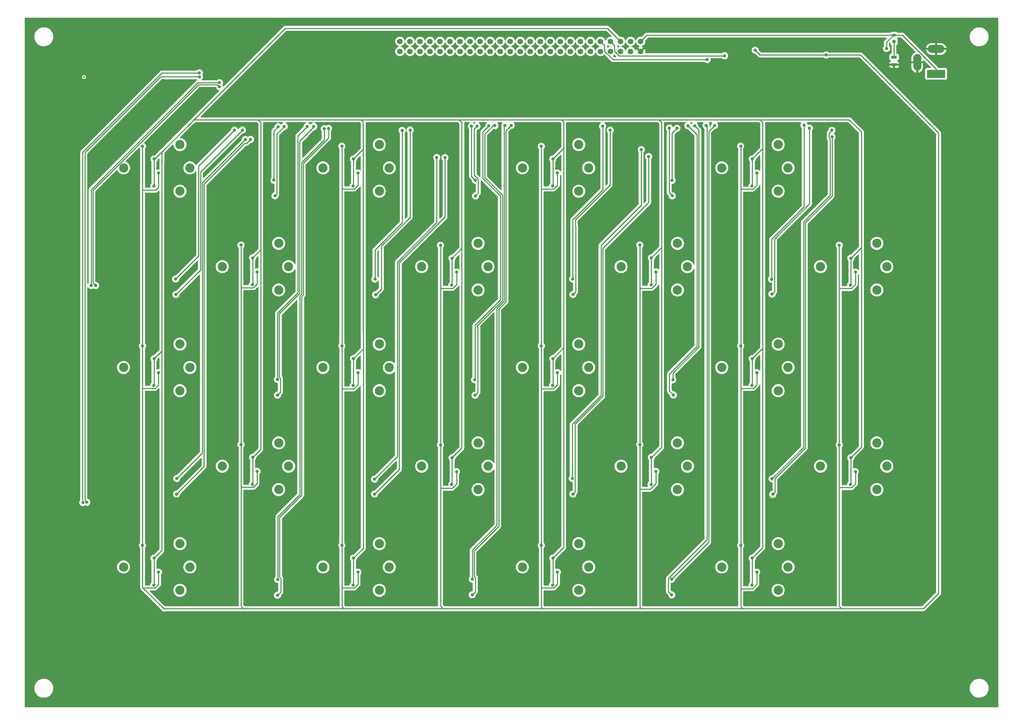
<source format=gtl>
G04 #@! TF.GenerationSoftware,KiCad,Pcbnew,7.0.2*
G04 #@! TF.CreationDate,2023-08-30T10:55:03+01:00*
G04 #@! TF.ProjectId,Air quality project,41697220-7175-4616-9c69-74792070726f,rev?*
G04 #@! TF.SameCoordinates,Original*
G04 #@! TF.FileFunction,Copper,L1,Top*
G04 #@! TF.FilePolarity,Positive*
%FSLAX45Y45*%
G04 Gerber Fmt 4.5, Leading zero omitted, Abs format (unit mm)*
G04 Created by KiCad (PCBNEW 7.0.2) date 2023-08-30 10:55:03*
%MOMM*%
%LPD*%
G01*
G04 APERTURE LIST*
G04 #@! TA.AperFunction,ComponentPad*
%ADD10C,2.311400*%
G04 #@! TD*
G04 #@! TA.AperFunction,ComponentPad*
%ADD11R,4.600000X2.000000*%
G04 #@! TD*
G04 #@! TA.AperFunction,ComponentPad*
%ADD12O,4.200000X2.000000*%
G04 #@! TD*
G04 #@! TA.AperFunction,ComponentPad*
%ADD13O,2.000000X4.200000*%
G04 #@! TD*
G04 #@! TA.AperFunction,SMDPad,CuDef*
%ADD14C,0.500000*%
G04 #@! TD*
G04 #@! TA.AperFunction,SMDPad,CuDef*
%ADD15R,1.397000X0.711200*%
G04 #@! TD*
G04 #@! TA.AperFunction,SMDPad,CuDef*
%ADD16R,0.889000X0.762000*%
G04 #@! TD*
G04 #@! TA.AperFunction,ComponentPad*
%ADD17C,1.397000*%
G04 #@! TD*
G04 #@! TA.AperFunction,ViaPad*
%ADD18C,0.800000*%
G04 #@! TD*
G04 #@! TA.AperFunction,Conductor*
%ADD19C,0.250000*%
G04 #@! TD*
G04 APERTURE END LIST*
D10*
G04 #@! TO.P,P17,1,REF*
G04 #@! TO.N,Net-(P17-REF)*
X21078000Y-11440000D03*
G04 #@! TO.P,P17,2,SEN*
G04 #@! TO.N,Net-(P17-SEN)*
X21330000Y-10850000D03*
G04 #@! TO.P,P17,3,CNT*
G04 #@! TO.N,Net-(P17-CNT)*
X21078000Y-10260000D03*
G04 #@! TO.P,P17,4,AUX*
G04 #@! TO.N,Net-(P17-AUX)*
X19650000Y-10850000D03*
G04 #@! TD*
G04 #@! TO.P,P13,1,REF*
G04 #@! TO.N,Net-(P13-REF)*
X16028000Y-16490000D03*
G04 #@! TO.P,P13,2,SEN*
G04 #@! TO.N,Net-(P13-SEN)*
X16280000Y-15900000D03*
G04 #@! TO.P,P13,3,CNT*
G04 #@! TO.N,Net-(P13-CNT)*
X16028000Y-15310000D03*
G04 #@! TO.P,P13,4,AUX*
G04 #@! TO.N,Net-(P13-AUX)*
X14600000Y-15900000D03*
G04 #@! TD*
G04 #@! TO.P,P12,1,REF*
G04 #@! TO.N,Net-(P12-REF)*
X16028000Y-11440000D03*
G04 #@! TO.P,P12,2,SEN*
G04 #@! TO.N,Net-(P12-SEN)*
X16280000Y-10850000D03*
G04 #@! TO.P,P12,3,CNT*
G04 #@! TO.N,Net-(P12-CNT)*
X16028000Y-10260000D03*
G04 #@! TO.P,P12,4,AUX*
G04 #@! TO.N,Net-(P12-AUX)*
X14600000Y-10850000D03*
G04 #@! TD*
G04 #@! TO.P,P14,1,REF*
G04 #@! TO.N,Net-(P14-REF)*
X18528000Y-8890000D03*
G04 #@! TO.P,P14,2,SEN*
G04 #@! TO.N,Net-(P14-SEN)*
X18780000Y-8300000D03*
G04 #@! TO.P,P14,3,CNT*
G04 #@! TO.N,Net-(P14-CNT)*
X18528000Y-7710000D03*
G04 #@! TO.P,P14,4,AUX*
G04 #@! TO.N,Net-(P14-AUX)*
X17100000Y-8300000D03*
G04 #@! TD*
G04 #@! TO.P,P7,1,REF*
G04 #@! TO.N,Net-(P7-REF)*
X10978000Y-11440000D03*
G04 #@! TO.P,P7,2,SEN*
G04 #@! TO.N,Net-(P7-SEN)*
X11230000Y-10850000D03*
G04 #@! TO.P,P7,3,CNT*
G04 #@! TO.N,Net-(P7-CNT)*
X10978000Y-10260000D03*
G04 #@! TO.P,P7,4,AUX*
G04 #@! TO.N,Net-(P7-AUX)*
X9550000Y-10850000D03*
G04 #@! TD*
G04 #@! TO.P,P16,1,REF*
G04 #@! TO.N,Net-(P16-REF)*
X21078000Y-6390000D03*
G04 #@! TO.P,P16,2,SEN*
G04 #@! TO.N,Net-(P16-SEN)*
X21330000Y-5800000D03*
G04 #@! TO.P,P16,3,CNT*
G04 #@! TO.N,Net-(P16-CNT)*
X21078000Y-5210000D03*
G04 #@! TO.P,P16,4,AUX*
G04 #@! TO.N,Net-(P16-AUX)*
X19650000Y-5800000D03*
G04 #@! TD*
D11*
G04 #@! TO.P,J1,1,1*
G04 #@! TO.N,/LabJack_Connector/PWR*
X25080000Y-3421000D03*
D12*
G04 #@! TO.P,J1,2,2*
G04 #@! TO.N,GND*
X25080000Y-2791000D03*
D13*
G04 #@! TO.P,J1,3,3*
X24600000Y-3131000D03*
G04 #@! TD*
D10*
G04 #@! TO.P,P15,1,REF*
G04 #@! TO.N,Net-(P15-REF)*
X18528000Y-13940000D03*
G04 #@! TO.P,P15,2,SEN*
G04 #@! TO.N,Net-(P15-SEN)*
X18780000Y-13350000D03*
G04 #@! TO.P,P15,3,CNT*
G04 #@! TO.N,Net-(P15-CNT)*
X18528000Y-12760000D03*
G04 #@! TO.P,P15,4,AUX*
G04 #@! TO.N,Net-(P15-AUX)*
X17100000Y-13350000D03*
G04 #@! TD*
G04 #@! TO.P,P8,1,REF*
G04 #@! TO.N,Net-(P8-REF)*
X10978000Y-16490000D03*
G04 #@! TO.P,P8,2,SEN*
G04 #@! TO.N,Net-(P8-SEN)*
X11230000Y-15900000D03*
G04 #@! TO.P,P8,3,CNT*
G04 #@! TO.N,Net-(P8-CNT)*
X10978000Y-15310000D03*
G04 #@! TO.P,P8,4,AUX*
G04 #@! TO.N,Net-(P8-AUX)*
X9550000Y-15900000D03*
G04 #@! TD*
D14*
G04 #@! TO.P,,*
G04 #@! TO.N,*
X3500000Y-3500000D03*
G04 #@! TD*
D10*
G04 #@! TO.P,P19,4,AUX*
G04 #@! TO.N,Net-(P19-AUX)*
X22150000Y-8300000D03*
G04 #@! TO.P,P19,3,CNT*
G04 #@! TO.N,Net-(P19-CNT)*
X23578000Y-7710000D03*
G04 #@! TO.P,P19,2,SEN*
G04 #@! TO.N,Net-(P19-SEN)*
X23830000Y-8300000D03*
G04 #@! TO.P,P19,1,REF*
G04 #@! TO.N,Net-(P19-REF)*
X23578000Y-8890000D03*
G04 #@! TD*
D15*
G04 #@! TO.P,R_LED1,1*
G04 #@! TO.N,Net-(LED1-Pad1)*
X24014000Y-2996000D03*
G04 #@! TO.P,R_LED1,2*
G04 #@! TO.N,GND*
X24014000Y-3186500D03*
G04 #@! TD*
D10*
G04 #@! TO.P,P5,1,REF*
G04 #@! TO.N,Net-(P5-REF)*
X8428000Y-13940000D03*
G04 #@! TO.P,P5,2,SEN*
G04 #@! TO.N,Net-(P5-SEN)*
X8680000Y-13350000D03*
G04 #@! TO.P,P5,3,CNT*
G04 #@! TO.N,Net-(P5-CNT)*
X8428000Y-12760000D03*
G04 #@! TO.P,P5,4,AUX*
G04 #@! TO.N,Net-(P5-AUX)*
X7000000Y-13350000D03*
G04 #@! TD*
G04 #@! TO.P,P10,1,REF*
G04 #@! TO.N,Net-(P10-REF)*
X13478000Y-13940000D03*
G04 #@! TO.P,P10,2,SEN*
G04 #@! TO.N,Net-(P10-SEN)*
X13730000Y-13350000D03*
G04 #@! TO.P,P10,3,CNT*
G04 #@! TO.N,Net-(P10-CNT)*
X13478000Y-12760000D03*
G04 #@! TO.P,P10,4,AUX*
G04 #@! TO.N,Net-(P10-AUX)*
X12050000Y-13350000D03*
G04 #@! TD*
G04 #@! TO.P,P3,1,REF*
G04 #@! TO.N,Net-(P3-REF)*
X5928000Y-16490000D03*
G04 #@! TO.P,P3,2,SEN*
G04 #@! TO.N,Net-(P3-SEN)*
X6180000Y-15900000D03*
G04 #@! TO.P,P3,3,CNT*
G04 #@! TO.N,Net-(P3-CNT)*
X5928000Y-15310000D03*
G04 #@! TO.P,P3,4,AUX*
G04 #@! TO.N,Net-(P3-AUX)*
X4500000Y-15900000D03*
G04 #@! TD*
D16*
G04 #@! TO.P,LED1,1*
G04 #@! TO.N,Net-(LED1-Pad1)*
X24011000Y-2606100D03*
G04 #@! TO.P,LED1,2*
G04 #@! TO.N,/LabJack_Connector/PWR*
X24011000Y-2441000D03*
G04 #@! TD*
D10*
G04 #@! TO.P,P11,1,REF*
G04 #@! TO.N,Net-(P11-REF)*
X16028000Y-6390000D03*
G04 #@! TO.P,P11,2,SEN*
G04 #@! TO.N,Net-(P11-SEN)*
X16280000Y-5800000D03*
G04 #@! TO.P,P11,3,CNT*
G04 #@! TO.N,Net-(P11-CNT)*
X16028000Y-5210000D03*
G04 #@! TO.P,P11,4,AUX*
G04 #@! TO.N,Net-(P11-AUX)*
X14600000Y-5800000D03*
G04 #@! TD*
G04 #@! TO.P,P18,1,REF*
G04 #@! TO.N,Net-(P18-REF)*
X21078000Y-16490000D03*
G04 #@! TO.P,P18,2,SEN*
G04 #@! TO.N,Net-(P18-SEN)*
X21330000Y-15900000D03*
G04 #@! TO.P,P18,3,CNT*
G04 #@! TO.N,Net-(P18-CNT)*
X21078000Y-15310000D03*
G04 #@! TO.P,P18,4,AUX*
G04 #@! TO.N,Net-(P18-AUX)*
X19650000Y-15900000D03*
G04 #@! TD*
G04 #@! TO.P,P1,1,REF*
G04 #@! TO.N,Net-(P1-REF)*
X5928000Y-6390000D03*
G04 #@! TO.P,P1,2,SEN*
G04 #@! TO.N,Net-(P1-SEN)*
X6180000Y-5800000D03*
G04 #@! TO.P,P1,3,CNT*
G04 #@! TO.N,Net-(P1-CNT)*
X5928000Y-5210000D03*
G04 #@! TO.P,P1,4,AUX*
G04 #@! TO.N,Net-(P1-AUX)*
X4500000Y-5800000D03*
G04 #@! TD*
G04 #@! TO.P,P2,1,REF*
G04 #@! TO.N,Net-(P2-REF)*
X5928000Y-11440000D03*
G04 #@! TO.P,P2,2,SEN*
G04 #@! TO.N,Net-(P2-SEN)*
X6180000Y-10850000D03*
G04 #@! TO.P,P2,3,CNT*
G04 #@! TO.N,Net-(P2-CNT)*
X5928000Y-10260000D03*
G04 #@! TO.P,P2,4,AUX*
G04 #@! TO.N,Net-(P2-AUX)*
X4500000Y-10850000D03*
G04 #@! TD*
D17*
G04 #@! TO.P,J2,1,1*
G04 #@! TO.N,GND*
X17596000Y-2854000D03*
G04 #@! TO.P,J2,2,2*
G04 #@! TO.N,/LabJack_Connector/PWR*
X17596000Y-2600000D03*
G04 #@! TO.P,J2,3,3*
G04 #@! TO.N,unconnected-(J2-Pad3)*
X17342000Y-2854000D03*
G04 #@! TO.P,J2,4,4*
G04 #@! TO.N,unconnected-(J2-Pad4)*
X17342000Y-2600000D03*
G04 #@! TO.P,J2,5,5*
G04 #@! TO.N,/LabJack_Connector/VREG*
X17088000Y-2854000D03*
G04 #@! TO.P,J2,6,6*
X17088000Y-2600000D03*
G04 #@! TO.P,J2,7,7*
G04 #@! TO.N,unconnected-(J2-Pad7)*
X16834000Y-2854000D03*
G04 #@! TO.P,J2,8,8*
G04 #@! TO.N,/EEPROM/CLK*
X16834000Y-2600000D03*
G04 #@! TO.P,J2,9,9*
G04 #@! TO.N,unconnected-(J2-Pad9)*
X16580000Y-2854000D03*
G04 #@! TO.P,J2,10,10*
G04 #@! TO.N,/EEPROM/DAT*
X16580000Y-2600000D03*
G04 #@! TO.P,J2,11,11*
G04 #@! TO.N,/LabJack_Connector/SEN20*
X16326000Y-2854000D03*
G04 #@! TO.P,J2,12,12*
G04 #@! TO.N,/LabJack_Connector/AUX20*
X16326000Y-2600000D03*
G04 #@! TO.P,J2,13,13*
G04 #@! TO.N,/LabJack_Connector/SEN19*
X16072000Y-2854000D03*
G04 #@! TO.P,J2,14,14*
G04 #@! TO.N,/LabJack_Connector/AUX19*
X16072000Y-2600000D03*
G04 #@! TO.P,J2,15,15*
G04 #@! TO.N,/LabJack_Connector/SEN18*
X15818000Y-2854000D03*
G04 #@! TO.P,J2,16,16*
G04 #@! TO.N,/LabJack_Connector/AUX18*
X15818000Y-2600000D03*
G04 #@! TO.P,J2,17,17*
G04 #@! TO.N,/LabJack_Connector/SEN17*
X15564000Y-2854000D03*
G04 #@! TO.P,J2,18,18*
G04 #@! TO.N,/LabJack_Connector/AUX17*
X15564000Y-2600000D03*
G04 #@! TO.P,J2,19,19*
G04 #@! TO.N,/LabJack_Connector/SEN16*
X15310000Y-2854000D03*
G04 #@! TO.P,J2,20,20*
G04 #@! TO.N,/LabJack_Connector/AUX16*
X15310000Y-2600000D03*
G04 #@! TO.P,J2,21,21*
G04 #@! TO.N,/LabJack_Connector/SEN15*
X15056000Y-2854000D03*
G04 #@! TO.P,J2,22,22*
G04 #@! TO.N,/LabJack_Connector/AUX15*
X15056000Y-2600000D03*
G04 #@! TO.P,J2,23,23*
G04 #@! TO.N,/LabJack_Connector/SEN14*
X14802000Y-2854000D03*
G04 #@! TO.P,J2,24,24*
G04 #@! TO.N,/LabJack_Connector/AUX14*
X14802000Y-2600000D03*
G04 #@! TO.P,J2,25,25*
G04 #@! TO.N,/LabJack_Connector/SEN13*
X14548000Y-2854000D03*
G04 #@! TO.P,J2,26,26*
G04 #@! TO.N,/LabJack_Connector/AUX13*
X14548000Y-2600000D03*
G04 #@! TO.P,J2,27,27*
G04 #@! TO.N,/LabJack_Connector/SEN12*
X14294000Y-2854000D03*
G04 #@! TO.P,J2,28,28*
G04 #@! TO.N,/LabJack_Connector/AUX12*
X14294000Y-2600000D03*
G04 #@! TO.P,J2,29,29*
G04 #@! TO.N,/LabJack_Connector/SEN11*
X14040000Y-2854000D03*
G04 #@! TO.P,J2,30,30*
G04 #@! TO.N,/LabJack_Connector/AUX11*
X14040000Y-2600000D03*
G04 #@! TO.P,J2,31,31*
G04 #@! TO.N,/LabJack_Connector/SEN10*
X13786000Y-2854000D03*
G04 #@! TO.P,J2,32,32*
G04 #@! TO.N,/LabJack_Connector/AUX10*
X13786000Y-2600000D03*
G04 #@! TO.P,J2,33,33*
G04 #@! TO.N,/LabJack_Connector/SEN9*
X13532000Y-2854000D03*
G04 #@! TO.P,J2,34,34*
G04 #@! TO.N,/LabJack_Connector/AUX9*
X13532000Y-2600000D03*
G04 #@! TO.P,J2,35,35*
G04 #@! TO.N,/LabJack_Connector/SEN8*
X13278000Y-2854000D03*
G04 #@! TO.P,J2,36,36*
G04 #@! TO.N,/LabJack_Connector/AUX8*
X13278000Y-2600000D03*
G04 #@! TO.P,J2,37,37*
G04 #@! TO.N,/LabJack_Connector/SEN7*
X13024000Y-2854000D03*
G04 #@! TO.P,J2,38,38*
G04 #@! TO.N,/LabJack_Connector/AUX7*
X13024000Y-2600000D03*
G04 #@! TO.P,J2,39,39*
G04 #@! TO.N,/LabJack_Connector/SEN6*
X12770000Y-2854000D03*
G04 #@! TO.P,J2,40,40*
G04 #@! TO.N,/LabJack_Connector/AUX6*
X12770000Y-2600000D03*
G04 #@! TO.P,J2,41,41*
G04 #@! TO.N,/LabJack_Connector/SEN5*
X12516000Y-2854000D03*
G04 #@! TO.P,J2,42,42*
G04 #@! TO.N,/LabJack_Connector/AUX5*
X12516000Y-2600000D03*
G04 #@! TO.P,J2,43,43*
G04 #@! TO.N,/LabJack_Connector/SEN4*
X12262000Y-2854000D03*
G04 #@! TO.P,J2,44,44*
G04 #@! TO.N,/LabJack_Connector/AUX4*
X12262000Y-2600000D03*
G04 #@! TO.P,J2,45,45*
G04 #@! TO.N,/LabJack_Connector/SEN3*
X12008000Y-2854000D03*
G04 #@! TO.P,J2,46,46*
G04 #@! TO.N,/LabJack_Connector/AUX3*
X12008000Y-2600000D03*
G04 #@! TO.P,J2,47,47*
G04 #@! TO.N,/LabJack_Connector/SEN2*
X11754000Y-2854000D03*
G04 #@! TO.P,J2,48,48*
G04 #@! TO.N,/LabJack_Connector/AUX2*
X11754000Y-2600000D03*
G04 #@! TO.P,J2,49,49*
G04 #@! TO.N,/LabJack_Connector/SEN1*
X11500000Y-2854000D03*
G04 #@! TO.P,J2,50,50*
G04 #@! TO.N,/LabJack_Connector/AUX1*
X11500000Y-2600000D03*
G04 #@! TD*
D10*
G04 #@! TO.P,P6,1,REF*
G04 #@! TO.N,Net-(P6-REF)*
X10978000Y-6390000D03*
G04 #@! TO.P,P6,2,SEN*
G04 #@! TO.N,Net-(P6-SEN)*
X11230000Y-5800000D03*
G04 #@! TO.P,P6,3,CNT*
G04 #@! TO.N,Net-(P6-CNT)*
X10978000Y-5210000D03*
G04 #@! TO.P,P6,4,AUX*
G04 #@! TO.N,Net-(P6-AUX)*
X9550000Y-5800000D03*
G04 #@! TD*
G04 #@! TO.P,P9,1,REF*
G04 #@! TO.N,Net-(P9-REF)*
X13478000Y-8890000D03*
G04 #@! TO.P,P9,2,SEN*
G04 #@! TO.N,Net-(P9-SEN)*
X13730000Y-8300000D03*
G04 #@! TO.P,P9,3,CNT*
G04 #@! TO.N,Net-(P9-CNT)*
X13478000Y-7710000D03*
G04 #@! TO.P,P9,4,AUX*
G04 #@! TO.N,Net-(P9-AUX)*
X12050000Y-8300000D03*
G04 #@! TD*
G04 #@! TO.P,P20,1,REF*
G04 #@! TO.N,Net-(P20-REF)*
X23578000Y-13940000D03*
G04 #@! TO.P,P20,2,SEN*
G04 #@! TO.N,Net-(P20-SEN)*
X23830000Y-13350000D03*
G04 #@! TO.P,P20,3,CNT*
G04 #@! TO.N,Net-(P20-CNT)*
X23578000Y-12760000D03*
G04 #@! TO.P,P20,4,AUX*
G04 #@! TO.N,Net-(P20-AUX)*
X22150000Y-13350000D03*
G04 #@! TD*
G04 #@! TO.P,P4,1,REF*
G04 #@! TO.N,Net-(P4-REF)*
X8428000Y-8890000D03*
G04 #@! TO.P,P4,2,SEN*
G04 #@! TO.N,Net-(P4-SEN)*
X8680000Y-8300000D03*
G04 #@! TO.P,P4,3,CNT*
G04 #@! TO.N,Net-(P4-CNT)*
X8428000Y-7710000D03*
G04 #@! TO.P,P4,4,AUX*
G04 #@! TO.N,Net-(P4-AUX)*
X7000000Y-8300000D03*
G04 #@! TD*
D18*
G04 #@! TO.N,/LabJack_Connector/PWR*
X23822000Y-2778000D03*
G04 #@! TO.N,GND*
X8148069Y-9587365D03*
X18248070Y-14637365D03*
X10702600Y-17186600D03*
X15752600Y-7086600D03*
X10702600Y-7086600D03*
X15752600Y-12136600D03*
X5652600Y-12136600D03*
X10702600Y-12136600D03*
X20802600Y-12136600D03*
X8148069Y-14637365D03*
X23299569Y-14644100D03*
X15752600Y-17186600D03*
X5652600Y-7086600D03*
X18248070Y-9587365D03*
X20802600Y-7086600D03*
X13199569Y-9594100D03*
X13199569Y-14644100D03*
X5652600Y-17186600D03*
X20802600Y-17186600D03*
X23299569Y-9594100D03*
G04 #@! TO.N,/EEPROM/4.5V*
X20536505Y-5931505D03*
X7474469Y-12803765D03*
X17981974Y-13482270D03*
X17981974Y-8432270D03*
X5386505Y-5931505D03*
X22295000Y-2943000D03*
X23033474Y-8439005D03*
X5386505Y-10981505D03*
X20129000Y-15353000D03*
X12933474Y-8439005D03*
X10436505Y-5931505D03*
X10436505Y-16031505D03*
X22625969Y-12810500D03*
X20129000Y-5253000D03*
X15486505Y-10981505D03*
X10029000Y-5253000D03*
X4979000Y-5253000D03*
X7881974Y-13482270D03*
X15486505Y-5931505D03*
X20536505Y-10981505D03*
X5386505Y-16031505D03*
X22625969Y-7760500D03*
X23033474Y-13489005D03*
X17574470Y-7753765D03*
X15079000Y-15353000D03*
X4979000Y-15353000D03*
X17574470Y-12803765D03*
X15079000Y-5253000D03*
X20497000Y-2821000D03*
X12933474Y-13489005D03*
X10436505Y-10981505D03*
X15079000Y-10303000D03*
X7881974Y-8432270D03*
X12525969Y-7760500D03*
X4979000Y-10303000D03*
X15486505Y-16031505D03*
X7474469Y-7753765D03*
X10029000Y-15353000D03*
X10029000Y-10303000D03*
X20536505Y-16031505D03*
X20129000Y-10303000D03*
X12525969Y-12810500D03*
G04 #@! TO.N,/LabJack_Connector/VREG*
X7767469Y-13127765D03*
X12811969Y-13815500D03*
X10315000Y-6258000D03*
X5272000Y-10627000D03*
X22918969Y-13134500D03*
X10322000Y-10627000D03*
X12818969Y-13134500D03*
X5272000Y-15677000D03*
X20415000Y-16358000D03*
X15372000Y-15677000D03*
X7760469Y-8758765D03*
X15372000Y-10627000D03*
X15365000Y-16358000D03*
X5265000Y-11308000D03*
X17867470Y-13127765D03*
X12818969Y-8084500D03*
X7760469Y-13808765D03*
X22911969Y-8765500D03*
X22918969Y-8084500D03*
X20415000Y-11308000D03*
X17860470Y-8758765D03*
X15365000Y-6258000D03*
X5272000Y-5577000D03*
X7767469Y-8077765D03*
X5265000Y-16358000D03*
X15372000Y-5577000D03*
X10315000Y-16358000D03*
X5265000Y-6258000D03*
X10322000Y-15677000D03*
X20422000Y-5577000D03*
X10315000Y-11308000D03*
X15365000Y-11308000D03*
X20422000Y-15677000D03*
X10322000Y-5577000D03*
X12811969Y-8765500D03*
X17867470Y-8077765D03*
X22911969Y-13815500D03*
X20422000Y-10627000D03*
X17860470Y-13808765D03*
X20415000Y-6258000D03*
G04 #@! TO.N,/LabJack_Connector/AUX2*
X3792000Y-8777000D03*
X6928000Y-3745950D03*
G04 #@! TO.N,/LabJack_Connector/AUX3*
X6422000Y-3496000D03*
X3567699Y-14262924D03*
G04 #@! TO.N,/LabJack_Connector/AUX4*
X7309000Y-4844000D03*
X5817000Y-8612000D03*
G04 #@! TO.N,/LabJack_Connector/AUX5*
X5847000Y-13661765D03*
X7582000Y-5083000D03*
G04 #@! TO.N,/LabJack_Connector/AUX6*
X8308050Y-6111000D03*
X8412000Y-4761000D03*
G04 #@! TO.N,/LabJack_Connector/AUX7*
X9148000Y-4754000D03*
X8399000Y-11155000D03*
G04 #@! TO.N,/LabJack_Connector/AUX8*
X8406000Y-16215000D03*
X9581000Y-4810000D03*
G04 #@! TO.N,/LabJack_Connector/AUX9*
X11557000Y-4850000D03*
X10867000Y-8615000D03*
G04 #@! TO.N,/LabJack_Connector/AUX10*
X10856000Y-13678000D03*
X12432000Y-5541000D03*
G04 #@! TO.N,/LabJack_Connector/AUX11*
X13409000Y-6114000D03*
X13310000Y-4747000D03*
G04 #@! TO.N,/LabJack_Connector/AUX12*
X13392000Y-11161000D03*
X13752000Y-4737000D03*
G04 #@! TO.N,/LabJack_Connector/AUX13*
X13332000Y-16211000D03*
X14159000Y-4727000D03*
G04 #@! TO.N,/LabJack_Connector/AUX14*
X16632000Y-4746000D03*
X15874000Y-8614000D03*
G04 #@! TO.N,/LabJack_Connector/AUX15*
X15862000Y-13660000D03*
X17612000Y-5340000D03*
G04 #@! TO.N,/LabJack_Connector/AUX16*
X18515000Y-4799000D03*
X18392000Y-6115000D03*
G04 #@! TO.N,/LabJack_Connector/AUX17*
X18411000Y-11161000D03*
X18963000Y-4736000D03*
G04 #@! TO.N,/LabJack_Connector/AUX18*
X19470000Y-4729000D03*
X18377000Y-16211000D03*
G04 #@! TO.N,/LabJack_Connector/AUX19*
X20912500Y-8618500D03*
X21733000Y-4720000D03*
G04 #@! TO.N,/LabJack_Connector/AUX20*
X22439000Y-4848000D03*
X20923000Y-13669000D03*
G04 #@! TO.N,/LabJack_Connector/SEN2*
X6928000Y-3646000D03*
X3678000Y-8776000D03*
G04 #@! TO.N,/LabJack_Connector/SEN3*
X6420768Y-3396057D03*
X3468000Y-14270000D03*
G04 #@! TO.N,/LabJack_Connector/SEN4*
X7508000Y-4842000D03*
X5825000Y-9005000D03*
G04 #@! TO.N,/LabJack_Connector/SEN5*
X7716000Y-5079000D03*
X5843000Y-14054765D03*
G04 #@! TO.N,/LabJack_Connector/SEN6*
X8571000Y-4753000D03*
X8336000Y-6504000D03*
G04 #@! TO.N,/LabJack_Connector/SEN7*
X8399000Y-11551000D03*
X9316000Y-4756000D03*
G04 #@! TO.N,/LabJack_Connector/SEN8*
X9690481Y-4802979D03*
X8399000Y-16615000D03*
G04 #@! TO.N,/LabJack_Connector/SEN9*
X10883000Y-9012000D03*
X11757000Y-4842000D03*
G04 #@! TO.N,/LabJack_Connector/SEN10*
X10857000Y-14055000D03*
X12640000Y-5541000D03*
G04 #@! TO.N,/LabJack_Connector/SEN11*
X13413000Y-6510000D03*
X13451000Y-4745000D03*
G04 #@! TO.N,/LabJack_Connector/SEN12*
X13904000Y-4730000D03*
X13403000Y-11554000D03*
G04 #@! TO.N,/LabJack_Connector/SEN13*
X13330000Y-16604000D03*
X14316000Y-4727000D03*
G04 #@! TO.N,/LabJack_Connector/SEN14*
X15881000Y-9003000D03*
X16823000Y-4846000D03*
G04 #@! TO.N,/LabJack_Connector/SEN15*
X15880000Y-14055000D03*
X17797000Y-5512000D03*
G04 #@! TO.N,/LabJack_Connector/SEN16*
X18323000Y-4792000D03*
X18395000Y-6507000D03*
G04 #@! TO.N,/LabJack_Connector/SEN17*
X18793000Y-4733000D03*
X18424000Y-11548000D03*
G04 #@! TO.N,/LabJack_Connector/SEN18*
X19251000Y-4729000D03*
X18383000Y-16606000D03*
G04 #@! TO.N,/LabJack_Connector/SEN19*
X20921000Y-8996000D03*
X21871000Y-4796000D03*
G04 #@! TO.N,/LabJack_Connector/SEN20*
X22440500Y-5017500D03*
X20942500Y-14061500D03*
G04 #@! TO.N,/EEPROM/DAT*
X19281000Y-3060000D03*
G04 #@! TO.N,/EEPROM/CLK*
X19722000Y-2963000D03*
G04 #@! TD*
D19*
G04 #@! TO.N,/LabJack_Connector/PWR*
X25080000Y-3296000D02*
X24225000Y-2441000D01*
X25080000Y-3421000D02*
X25080000Y-3296000D01*
X23997132Y-2441000D02*
X23822000Y-2616132D01*
X23822000Y-2616132D02*
X23822000Y-2778000D01*
X17755000Y-2441000D02*
X24011000Y-2441000D01*
X24011000Y-2441000D02*
X23997132Y-2441000D01*
X17596000Y-2600000D02*
X17755000Y-2441000D01*
X24225000Y-2441000D02*
X24011000Y-2441000D01*
G04 #@! TO.N,/EEPROM/4.5V*
X10436505Y-16031505D02*
X10436505Y-16339026D01*
X20129000Y-15353000D02*
X20129000Y-16450000D01*
X7881974Y-13789791D02*
X7789765Y-13882000D01*
X17574470Y-16929470D02*
X17599000Y-16954000D01*
X15486505Y-16031505D02*
X15486505Y-16339026D01*
X23033474Y-8746526D02*
X22928000Y-8852000D01*
X12525969Y-16890970D02*
X12589000Y-16954000D01*
X12933474Y-13796526D02*
X12824000Y-13906000D01*
X22625969Y-7760500D02*
X22625969Y-8852000D01*
X17981974Y-13789791D02*
X17838765Y-13933000D01*
X10436505Y-11289026D02*
X10332531Y-11393000D01*
X5517000Y-16954000D02*
X5528000Y-16965000D01*
X10029000Y-6333000D02*
X10029000Y-5253000D01*
X10032500Y-16430500D02*
X10029000Y-16427000D01*
X10029000Y-15353000D02*
X10029000Y-16427000D01*
X12589000Y-16954000D02*
X15110000Y-16954000D01*
X20129000Y-16903000D02*
X20180000Y-16954000D01*
X15486505Y-11289026D02*
X15385530Y-11390000D01*
X10032500Y-16430500D02*
X10032500Y-16900500D01*
X7474469Y-8559000D02*
X7474469Y-7753765D01*
X10436505Y-6239026D02*
X10342531Y-6333000D01*
X15385530Y-11390000D02*
X15079000Y-11390000D01*
X5295031Y-11380500D02*
X4983500Y-11380500D01*
X5314000Y-6364000D02*
X4979000Y-6364000D01*
X20129000Y-16450000D02*
X20129000Y-16903000D01*
X20536505Y-10981505D02*
X20536505Y-11289026D01*
X20536505Y-5931505D02*
X20536505Y-6239026D01*
X17981974Y-8739791D02*
X17872765Y-8849000D01*
X5386505Y-6291495D02*
X5314000Y-6364000D01*
X10436505Y-10981505D02*
X10436505Y-11289026D01*
X15486505Y-10981505D02*
X15486505Y-11289026D01*
X20619000Y-2943000D02*
X22295000Y-2943000D01*
X4983500Y-11380500D02*
X4979000Y-11376000D01*
X22801000Y-16954000D02*
X24753000Y-16954000D01*
X20133500Y-11380500D02*
X20129000Y-11376000D01*
X15486505Y-16339026D02*
X15395030Y-16430500D01*
X10345031Y-16430500D02*
X10032500Y-16430500D01*
X10086000Y-16954000D02*
X12589000Y-16954000D01*
X15079000Y-6332000D02*
X15079000Y-11390000D01*
X4979000Y-11376000D02*
X4979000Y-16416000D01*
X15079000Y-11390000D02*
X15079000Y-15353000D01*
X10029000Y-11393000D02*
X10029000Y-6333000D01*
X17574470Y-12803765D02*
X17574470Y-13933000D01*
X17574470Y-12803765D02*
X17574470Y-8849000D01*
X17981974Y-13482270D02*
X17981974Y-13789791D01*
X22625969Y-8852000D02*
X22625969Y-12810500D01*
X7474469Y-8831265D02*
X7474469Y-8559000D01*
X17574470Y-13933000D02*
X17574470Y-16929470D01*
X12525969Y-13887000D02*
X12525969Y-13906000D01*
X4979000Y-16416000D02*
X5517000Y-16954000D01*
X15486505Y-5931505D02*
X15486505Y-6239026D01*
X4993500Y-16430500D02*
X4979000Y-16416000D01*
X20536505Y-6239026D02*
X20436531Y-6339000D01*
X15079000Y-5253000D02*
X15079000Y-6332000D01*
X17574470Y-8849000D02*
X17574470Y-7753765D01*
X17838765Y-13933000D02*
X17574470Y-13933000D01*
X22625969Y-16891970D02*
X22688000Y-16954000D01*
X10032500Y-16900500D02*
X10086000Y-16954000D01*
X7570000Y-16954000D02*
X10086000Y-16954000D01*
X7881974Y-8432270D02*
X7881974Y-8739791D01*
X15486505Y-6239026D02*
X15393530Y-6332000D01*
X17599000Y-16954000D02*
X20180000Y-16954000D01*
X5386505Y-16339026D02*
X5295031Y-16430500D01*
X12525969Y-13887000D02*
X12525969Y-16890970D01*
X23033474Y-8439005D02*
X23033474Y-8746526D01*
X20425531Y-16450000D02*
X20129000Y-16450000D01*
X7881974Y-13482270D02*
X7881974Y-13789791D01*
X20129000Y-6339000D02*
X20129000Y-15353000D01*
X7474469Y-13882000D02*
X7474469Y-16896470D01*
X23168000Y-2943000D02*
X22295000Y-2943000D01*
X15393530Y-6332000D02*
X15079000Y-6332000D01*
X7881974Y-8739791D02*
X7790500Y-8831265D01*
X12525969Y-12810500D02*
X12525969Y-13887000D01*
X20536505Y-16339026D02*
X20425531Y-16450000D01*
X10436505Y-5931505D02*
X10436505Y-6239026D01*
X22928000Y-8852000D02*
X22625969Y-8852000D01*
X20436531Y-6339000D02*
X20129000Y-6339000D01*
X7474469Y-8559000D02*
X7474469Y-13882000D01*
X15395030Y-16430500D02*
X15084500Y-16430500D01*
X12933474Y-8746526D02*
X12832000Y-8848000D01*
X7789765Y-13882000D02*
X7474469Y-13882000D01*
X22688000Y-16954000D02*
X22801000Y-16954000D01*
X23033474Y-13796526D02*
X22938000Y-13892000D01*
X22625969Y-12810500D02*
X22625969Y-13892000D01*
X25139000Y-4914000D02*
X23168000Y-2943000D01*
X5386505Y-16031505D02*
X5386505Y-16339026D01*
X10029000Y-15353000D02*
X10029000Y-11393000D01*
X22625969Y-13892000D02*
X22625969Y-16891970D01*
X15084500Y-16430500D02*
X15079000Y-16425000D01*
X5295031Y-16430500D02*
X4993500Y-16430500D01*
X15079000Y-16923000D02*
X15110000Y-16954000D01*
X7532000Y-16954000D02*
X7570000Y-16954000D01*
X12933474Y-13489005D02*
X12933474Y-13796526D01*
X10342531Y-6333000D02*
X10029000Y-6333000D01*
X12824000Y-13906000D02*
X12525969Y-13906000D01*
X17872765Y-8849000D02*
X17574470Y-8849000D01*
X7474469Y-16896470D02*
X7532000Y-16954000D01*
X4979000Y-6364000D02*
X4979000Y-11376000D01*
X5386505Y-5931505D02*
X5386505Y-6291495D01*
X23033474Y-13489005D02*
X23033474Y-13796526D01*
X12933474Y-8439005D02*
X12933474Y-8746526D01*
X20497000Y-2821000D02*
X20619000Y-2943000D01*
X25139000Y-16568000D02*
X25139000Y-4914000D01*
X20536505Y-11289026D02*
X20445031Y-11380500D01*
X24753000Y-16954000D02*
X25139000Y-16568000D01*
X15110000Y-16954000D02*
X17599000Y-16954000D01*
X20129000Y-5253000D02*
X20129000Y-6339000D01*
X12832000Y-8848000D02*
X12525969Y-8848000D01*
X4979000Y-6087000D02*
X4979000Y-5253000D01*
X12525969Y-7760500D02*
X12525969Y-8848000D01*
X5386505Y-11289026D02*
X5295031Y-11380500D01*
X7790500Y-8831265D02*
X7474469Y-8831265D01*
X20180000Y-16954000D02*
X22801000Y-16954000D01*
X4979000Y-6087000D02*
X4979000Y-6364000D01*
X10436505Y-16339026D02*
X10345031Y-16430500D01*
X5386505Y-10981505D02*
X5386505Y-11289026D01*
X10332531Y-11393000D02*
X10029000Y-11393000D01*
X12525969Y-8848000D02*
X12525969Y-12810500D01*
X22938000Y-13892000D02*
X22625969Y-13892000D01*
X5517000Y-16954000D02*
X7570000Y-16954000D01*
X15079000Y-15353000D02*
X15079000Y-16425000D01*
X20536505Y-16031505D02*
X20536505Y-16339026D01*
X17981974Y-8432270D02*
X17981974Y-8739791D01*
X20445031Y-11380500D02*
X20133500Y-11380500D01*
X15079000Y-16425000D02*
X15079000Y-16923000D01*
G04 #@! TO.N,/LabJack_Connector/VREG*
X22918969Y-8084500D02*
X22918969Y-8758500D01*
X22918969Y-13134500D02*
X22918969Y-13808500D01*
X15372000Y-5577000D02*
X15372000Y-6251000D01*
X17867470Y-8077765D02*
X17867470Y-8751765D01*
X10322000Y-15677000D02*
X10572000Y-15427000D01*
X10572000Y-9999000D02*
X10569000Y-9996000D01*
X22918969Y-8084500D02*
X23187000Y-7816469D01*
X22918969Y-13808500D02*
X22911969Y-13815500D01*
X7974000Y-12921235D02*
X7767469Y-13127765D01*
X17867470Y-8751765D02*
X17860470Y-8758765D01*
X13067000Y-12888000D02*
X13067000Y-7837000D01*
X20686000Y-5309000D02*
X20686000Y-4647000D01*
X15644000Y-5305000D02*
X15646000Y-5305000D01*
X10569000Y-9996000D02*
X10569000Y-5329000D01*
X20422000Y-11301000D02*
X20415000Y-11308000D01*
X15372000Y-11301000D02*
X15365000Y-11308000D01*
X20686000Y-4647000D02*
X20623000Y-4584000D01*
X18126000Y-7817000D02*
X18126000Y-4648000D01*
X18062000Y-4584000D02*
X15496000Y-4584000D01*
X7767469Y-8077765D02*
X7767469Y-8751765D01*
X12818969Y-8758500D02*
X12811969Y-8765500D01*
X10322000Y-6251000D02*
X10315000Y-6258000D01*
X12820500Y-13134500D02*
X13067000Y-12888000D01*
X23187000Y-6699000D02*
X23186000Y-6698000D01*
X5272000Y-10627000D02*
X5272000Y-11301000D01*
X23186000Y-4892000D02*
X22878000Y-4584000D01*
X12818969Y-8084500D02*
X12818969Y-8758500D01*
X5272000Y-11301000D02*
X5265000Y-11308000D01*
X20422000Y-15677000D02*
X20422000Y-16351000D01*
X10322000Y-15677000D02*
X10322000Y-16351000D01*
X10569000Y-5330000D02*
X10569000Y-5329000D01*
X5272000Y-10627000D02*
X5469000Y-10430000D01*
X12818969Y-8084500D02*
X12819500Y-8084500D01*
X15646000Y-10353000D02*
X15646000Y-10347000D01*
X15372000Y-5577000D02*
X15644000Y-5305000D01*
X23187000Y-12866469D02*
X23187000Y-7816000D01*
X7974000Y-7871235D02*
X7974000Y-4648000D01*
X17867470Y-13127765D02*
X17867470Y-13801765D01*
X5265000Y-16358000D02*
X5272000Y-16351000D01*
X6210000Y-4656000D02*
X6248500Y-4617500D01*
X20686000Y-5313000D02*
X20686000Y-5309000D01*
X5272000Y-6251000D02*
X5265000Y-6258000D01*
X12998000Y-4584000D02*
X12983000Y-4584000D01*
X15646000Y-15403000D02*
X15646000Y-10347000D01*
X20422000Y-10627000D02*
X20422000Y-11301000D01*
X15646000Y-4636000D02*
X15594000Y-4584000D01*
X12819500Y-8084500D02*
X13067000Y-7837000D01*
X17867470Y-13127530D02*
X18126000Y-12869000D01*
X15372000Y-16351000D02*
X15365000Y-16358000D01*
X6248500Y-4617500D02*
X8596000Y-2270000D01*
X13067000Y-4653000D02*
X12998000Y-4584000D01*
X12818969Y-13808500D02*
X12811969Y-13815500D01*
X5469000Y-10430000D02*
X5469000Y-5684000D01*
X12818969Y-13134500D02*
X12820500Y-13134500D01*
X20424000Y-10627000D02*
X20686000Y-10365000D01*
X10570000Y-10379000D02*
X10572000Y-10379000D01*
X23187000Y-7816000D02*
X23187000Y-6699000D01*
X7878000Y-4584000D02*
X6282000Y-4584000D01*
X20422000Y-16351000D02*
X20415000Y-16358000D01*
X7974000Y-4648000D02*
X7910000Y-4584000D01*
X15594000Y-4584000D02*
X15496000Y-4584000D01*
X7974000Y-7871235D02*
X7974000Y-12921235D01*
X10322000Y-5577000D02*
X10569000Y-5330000D01*
X16758000Y-2270000D02*
X17088000Y-2600000D01*
X20422000Y-15672000D02*
X20686000Y-15408000D01*
X23187000Y-7816469D02*
X23187000Y-7816000D01*
X5469500Y-5396500D02*
X6210000Y-4656000D01*
X5272000Y-5577000D02*
X5289000Y-5577000D01*
X10322000Y-10627000D02*
X10570000Y-10379000D01*
X5469000Y-15480000D02*
X5469000Y-10430000D01*
X15372000Y-6251000D02*
X15365000Y-6258000D01*
X8596000Y-2270000D02*
X16758000Y-2270000D01*
X10572000Y-15427000D02*
X10572000Y-10379000D01*
X10541000Y-4584000D02*
X7879000Y-4584000D01*
X17867470Y-8075530D02*
X18126000Y-7817000D01*
X10322000Y-11301000D02*
X10315000Y-11308000D01*
X22918969Y-13134500D02*
X23187000Y-12866469D01*
X12818969Y-13134500D02*
X12818969Y-13808500D01*
X7767469Y-8751765D02*
X7760469Y-8758765D01*
X10572000Y-10379000D02*
X10572000Y-9999000D01*
X23186000Y-6698000D02*
X23186000Y-4892000D01*
X12983000Y-4584000D02*
X10541000Y-4584000D01*
X20422000Y-5577000D02*
X20686000Y-5313000D01*
X17867470Y-8077765D02*
X17867470Y-8075530D01*
X5469500Y-5683500D02*
X5469500Y-5396500D01*
X7767469Y-13127765D02*
X7767469Y-13801765D01*
X22878000Y-4584000D02*
X20574000Y-4584000D01*
X5272000Y-16351000D02*
X5272000Y-15677000D01*
X17867470Y-13127765D02*
X17867470Y-13127530D01*
X20686000Y-10365000D02*
X20686000Y-5309000D01*
X15372000Y-15677000D02*
X15646000Y-15403000D01*
X10322000Y-5577000D02*
X10322000Y-6251000D01*
X15372000Y-15677000D02*
X15372000Y-16351000D01*
X15372000Y-10627000D02*
X15372000Y-11301000D01*
X7767469Y-13801765D02*
X7760469Y-13808765D01*
X5289000Y-5577000D02*
X5469500Y-5396500D01*
X10569000Y-5329000D02*
X10569000Y-4636000D01*
X5272000Y-5577000D02*
X5272000Y-6251000D01*
X15372000Y-10627000D02*
X15646000Y-10353000D01*
X6282000Y-4584000D02*
X6210000Y-4656000D01*
X5469000Y-5684000D02*
X5469500Y-5683500D01*
X15496000Y-4584000D02*
X12983000Y-4584000D01*
X13067000Y-7837000D02*
X13067000Y-4653000D01*
X10322000Y-16351000D02*
X10315000Y-16358000D01*
X5272000Y-15677000D02*
X5469000Y-15480000D01*
X18126000Y-12869000D02*
X18126000Y-7817000D01*
X22918969Y-8758500D02*
X22911969Y-8765500D01*
X18126000Y-4648000D02*
X18062000Y-4584000D01*
X20422000Y-10627000D02*
X20424000Y-10627000D01*
X20574000Y-4584000D02*
X18062000Y-4584000D01*
X15646000Y-5305000D02*
X15646000Y-4636000D01*
X10322000Y-10627000D02*
X10322000Y-11301000D01*
X20686000Y-15408000D02*
X20686000Y-10365000D01*
X20422000Y-6251000D02*
X20415000Y-6258000D01*
X7767469Y-8077765D02*
X7974000Y-7871235D01*
X17867470Y-13801765D02*
X17860470Y-13808765D01*
X20422000Y-5577000D02*
X20422000Y-6251000D01*
X15646000Y-10347000D02*
X15646000Y-5305000D01*
X10569000Y-4636000D02*
X10517000Y-4584000D01*
X10517000Y-4584000D02*
X10512000Y-4584000D01*
X20422000Y-15677000D02*
X20422000Y-15672000D01*
G04 #@! TO.N,/LabJack_Connector/AUX2*
X6399597Y-3691000D02*
X3723000Y-6367597D01*
X6897969Y-3718500D02*
X6870469Y-3691000D01*
X3723000Y-8708000D02*
X3792000Y-8777000D01*
X6928000Y-3745950D02*
X6900550Y-3718500D01*
X3723000Y-6367597D02*
X3723000Y-8708000D01*
X6870469Y-3691000D02*
X6399597Y-3691000D01*
X6900550Y-3718500D02*
X6897969Y-3718500D01*
G04 #@! TO.N,/LabJack_Connector/AUX3*
X3518000Y-5415000D02*
X5441000Y-3492000D01*
X6418000Y-3492000D02*
X6422000Y-3496000D01*
X3567699Y-14262924D02*
X3518000Y-14213224D01*
X3518000Y-14213224D02*
X3518000Y-5415000D01*
X5441000Y-3492000D02*
X6418000Y-3492000D01*
G04 #@! TO.N,/LabJack_Connector/AUX4*
X6404000Y-8025000D02*
X5817000Y-8612000D01*
X6404000Y-5749000D02*
X6404000Y-8025000D01*
X7309000Y-4844000D02*
X6404000Y-5749000D01*
G04 #@! TO.N,/LabJack_Connector/AUX5*
X5847000Y-13661765D02*
X6494000Y-13014765D01*
X6494000Y-6171000D02*
X7582000Y-5083000D01*
X6494000Y-13014765D02*
X6494000Y-6171000D01*
G04 #@! TO.N,/LabJack_Connector/AUX6*
X8308000Y-4865000D02*
X8412000Y-4761000D01*
X8308000Y-6110950D02*
X8308000Y-4865000D01*
X8308050Y-6111000D02*
X8308000Y-6110950D01*
G04 #@! TO.N,/LabJack_Connector/AUX7*
X9148000Y-4755000D02*
X8914000Y-4989000D01*
X8399000Y-9475000D02*
X8399000Y-11155000D01*
X9148000Y-4754000D02*
X9148000Y-4755000D01*
X8914000Y-8960000D02*
X8399000Y-9475000D01*
X8914000Y-4989000D02*
X8914000Y-8960000D01*
G04 #@! TO.N,/LabJack_Connector/AUX8*
X9581000Y-5089360D02*
X9004000Y-5666360D01*
X8964000Y-14065000D02*
X8406000Y-14623000D01*
X9004000Y-8997279D02*
X8964000Y-9037279D01*
X9581000Y-4810000D02*
X9581000Y-5089360D01*
X8406000Y-14623000D02*
X8406000Y-16215000D01*
X8964000Y-9037279D02*
X8964000Y-14065000D01*
X9004000Y-5666360D02*
X9004000Y-8997279D01*
G04 #@! TO.N,/LabJack_Connector/AUX9*
X10867000Y-7878000D02*
X10867000Y-8615000D01*
X11557000Y-4850000D02*
X11557000Y-7188000D01*
X11557000Y-7188000D02*
X10867000Y-7878000D01*
G04 #@! TO.N,/LabJack_Connector/AUX10*
X11435000Y-13099000D02*
X10856000Y-13678000D01*
X11435000Y-8183000D02*
X11435000Y-13099000D01*
X12432000Y-5541000D02*
X12432000Y-7186000D01*
X12432000Y-7186000D02*
X11435000Y-8183000D01*
G04 #@! TO.N,/LabJack_Connector/AUX11*
X13310000Y-4747000D02*
X13310000Y-6015000D01*
X13310000Y-6015000D02*
X13409000Y-6114000D01*
G04 #@! TO.N,/LabJack_Connector/AUX12*
X13600000Y-4889000D02*
X13752000Y-4737000D01*
X13392000Y-11161000D02*
X13400000Y-11153000D01*
X13600000Y-6064000D02*
X13600000Y-4889000D01*
X14042000Y-6506000D02*
X13600000Y-6064000D01*
X14042000Y-9140000D02*
X14042000Y-6506000D01*
X13400000Y-11153000D02*
X13400000Y-9782000D01*
X13400000Y-9782000D02*
X14042000Y-9140000D01*
G04 #@! TO.N,/LabJack_Connector/AUX13*
X13955000Y-9354279D02*
X14137000Y-9172279D01*
X13329930Y-16208930D02*
X13329930Y-15474070D01*
X13955000Y-14849000D02*
X13955000Y-9354279D01*
X14137000Y-4749000D02*
X14159000Y-4727000D01*
X14137000Y-9172279D02*
X14137000Y-4749000D01*
X13329930Y-15474070D02*
X13955000Y-14849000D01*
X13332000Y-16211000D02*
X13329930Y-16208930D01*
G04 #@! TO.N,/LabJack_Connector/AUX14*
X16632000Y-4746000D02*
X16640000Y-4754000D01*
X16640000Y-4754000D02*
X16640000Y-6350000D01*
X16640000Y-6350000D02*
X15874000Y-7116000D01*
X15874000Y-7116000D02*
X15874000Y-8614000D01*
G04 #@! TO.N,/LabJack_Connector/AUX15*
X16591000Y-7759000D02*
X16591000Y-11562000D01*
X17612000Y-5340000D02*
X17606000Y-5346000D01*
X17606000Y-5346000D02*
X17606000Y-6744000D01*
X15862000Y-12291000D02*
X15862000Y-13660000D01*
X16591000Y-11562000D02*
X15862000Y-12291000D01*
X17606000Y-6744000D02*
X16591000Y-7759000D01*
G04 #@! TO.N,/LabJack_Connector/AUX16*
X18392000Y-4922000D02*
X18515000Y-4799000D01*
X18392000Y-6115000D02*
X18392000Y-4922000D01*
G04 #@! TO.N,/LabJack_Connector/AUX17*
X18411000Y-11161000D02*
X18411000Y-10991640D01*
X18411000Y-10991640D02*
X19067000Y-10335640D01*
X19067000Y-10335640D02*
X19067000Y-4840000D01*
X19067000Y-4840000D02*
X18963000Y-4736000D01*
G04 #@! TO.N,/LabJack_Connector/AUX18*
X19320000Y-4879000D02*
X19470000Y-4729000D01*
X18377000Y-16211000D02*
X19320000Y-15268000D01*
X19320000Y-15268000D02*
X19320000Y-4879000D01*
G04 #@! TO.N,/LabJack_Connector/AUX19*
X20912500Y-8618500D02*
X20912500Y-7606500D01*
X21733000Y-6786000D02*
X21733000Y-4720000D01*
X20912500Y-7606500D02*
X21733000Y-6786000D01*
G04 #@! TO.N,/LabJack_Connector/AUX20*
X21721000Y-7167000D02*
X21721000Y-12871000D01*
X22395500Y-5075031D02*
X22395500Y-6492500D01*
X22368000Y-4919000D02*
X22368000Y-5047531D01*
X22395500Y-6492500D02*
X21721000Y-7167000D01*
X22439000Y-4848000D02*
X22368000Y-4919000D01*
X22368000Y-5047531D02*
X22395500Y-5075031D01*
X21721000Y-12871000D02*
X20923000Y-13669000D01*
G04 #@! TO.N,/LabJack_Connector/SEN2*
X3678000Y-8776000D02*
X3678000Y-6348958D01*
X3678000Y-6348958D02*
X6380958Y-3646000D01*
X6380958Y-3646000D02*
X6928000Y-3646000D01*
G04 #@! TO.N,/LabJack_Connector/SEN3*
X5472360Y-3397000D02*
X3466000Y-5403360D01*
X3466000Y-14268000D02*
X3468000Y-14270000D01*
X3466000Y-5403360D02*
X3466000Y-14268000D01*
X6419825Y-3397000D02*
X5472360Y-3397000D01*
X6420768Y-3396057D02*
X6419825Y-3397000D01*
G04 #@! TO.N,/LabJack_Connector/SEN4*
X6449000Y-8381000D02*
X5825000Y-9005000D01*
X6449000Y-5901000D02*
X6449000Y-8381000D01*
X7508000Y-4842000D02*
X6449000Y-5901000D01*
G04 #@! TO.N,/LabJack_Connector/SEN5*
X6539000Y-13358765D02*
X5843000Y-14054765D01*
X6539000Y-6209000D02*
X6539000Y-13358765D01*
X7615000Y-5180000D02*
X7568000Y-5180000D01*
X7716000Y-5079000D02*
X7615000Y-5180000D01*
X7568000Y-5180000D02*
X6539000Y-6209000D01*
G04 #@! TO.N,/LabJack_Connector/SEN6*
X8336000Y-6504000D02*
X8380500Y-6459500D01*
X8380500Y-6459500D02*
X8380500Y-4943500D01*
X8380500Y-4943500D02*
X8571000Y-4753000D01*
G04 #@! TO.N,/LabJack_Connector/SEN7*
X8471500Y-11124970D02*
X8471500Y-11478500D01*
X8444000Y-9493640D02*
X8444000Y-11097470D01*
X8471500Y-11478500D02*
X8399000Y-11551000D01*
X8444000Y-11097470D02*
X8471500Y-11124970D01*
X9316000Y-4767000D02*
X8959000Y-5124000D01*
X8959000Y-5124000D02*
X8959000Y-8978640D01*
X9316000Y-4756000D02*
X9316000Y-4767000D01*
X8959000Y-8978640D02*
X8444000Y-9493640D01*
G04 #@! TO.N,/LabJack_Connector/SEN8*
X9690481Y-4802979D02*
X9690481Y-5043519D01*
X9009000Y-9055919D02*
X9009000Y-14083640D01*
X8451000Y-16157469D02*
X8478500Y-16184969D01*
X8451000Y-14641640D02*
X8451000Y-16157469D01*
X9690481Y-5043519D02*
X9049000Y-5685000D01*
X8478500Y-16535500D02*
X8399000Y-16615000D01*
X9049000Y-5685000D02*
X9049000Y-9015919D01*
X8478500Y-16184969D02*
X8478500Y-16535500D01*
X9009000Y-14083640D02*
X8451000Y-14641640D01*
X9049000Y-9015919D02*
X9009000Y-9055919D01*
G04 #@! TO.N,/LabJack_Connector/SEN9*
X11757000Y-7051640D02*
X11757000Y-4842000D01*
X10883000Y-9012000D02*
X11030000Y-8865000D01*
X11030000Y-8865000D02*
X11030000Y-7778640D01*
X11030000Y-7778640D02*
X11757000Y-7051640D01*
G04 #@! TO.N,/LabJack_Connector/SEN10*
X11483000Y-13429000D02*
X11483000Y-8198640D01*
X11483000Y-8198640D02*
X12640000Y-7041640D01*
X10857000Y-14055000D02*
X11483000Y-13429000D01*
X12640000Y-7041640D02*
X12640000Y-5541000D01*
G04 #@! TO.N,/LabJack_Connector/SEN11*
X13481500Y-6441500D02*
X13481500Y-6083969D01*
X13481500Y-6083969D02*
X13378000Y-5980469D01*
X13378000Y-4818000D02*
X13451000Y-4745000D01*
X13413000Y-6510000D02*
X13481500Y-6441500D01*
X13378000Y-5980469D02*
X13378000Y-4818000D01*
G04 #@! TO.N,/LabJack_Connector/SEN12*
X13472500Y-9837500D02*
X13451000Y-9816000D01*
X13451000Y-9794640D02*
X14092000Y-9153640D01*
X14092000Y-6492360D02*
X13645000Y-6045360D01*
X13645000Y-6045360D02*
X13645000Y-4946531D01*
X14092000Y-9153640D02*
X14092000Y-6492360D01*
X13451000Y-9816000D02*
X13451000Y-9794640D01*
X13645000Y-4946531D02*
X13861530Y-4730000D01*
X13403000Y-11554000D02*
X13472500Y-11484500D01*
X13472500Y-11484500D02*
X13472500Y-9837500D01*
X13861530Y-4730000D02*
X13904000Y-4730000D01*
G04 #@! TO.N,/LabJack_Connector/SEN13*
X13408500Y-16525500D02*
X13408500Y-16161969D01*
X13330000Y-16604000D02*
X13408500Y-16525500D01*
X14000000Y-14867640D02*
X14000000Y-9372919D01*
X13408500Y-16161969D02*
X13374930Y-16128399D01*
X13374930Y-15492710D02*
X14000000Y-14867640D01*
X14182000Y-4861000D02*
X14316000Y-4727000D01*
X14000000Y-9372919D02*
X14182000Y-9190919D01*
X13374930Y-16128399D02*
X13374930Y-15492710D01*
X14182000Y-9190919D02*
X14182000Y-4861000D01*
G04 #@! TO.N,/LabJack_Connector/SEN14*
X15946500Y-8937500D02*
X15946500Y-7276500D01*
X15946500Y-7276500D02*
X15938000Y-7268000D01*
X16823000Y-6230640D02*
X16823000Y-4846000D01*
X15881000Y-9003000D02*
X15946500Y-8937500D01*
X15938000Y-7268000D02*
X15938000Y-7115640D01*
X15938000Y-7115640D02*
X16823000Y-6230640D01*
G04 #@! TO.N,/LabJack_Connector/SEN15*
X15936820Y-12279820D02*
X16636000Y-11580640D01*
X16636000Y-7834000D02*
X17797000Y-6673000D01*
X16636000Y-11580640D02*
X16636000Y-7834000D01*
X15880000Y-14055000D02*
X15936820Y-13998180D01*
X15936820Y-13998180D02*
X15936820Y-12279820D01*
X17797000Y-6673000D02*
X17797000Y-5512000D01*
G04 #@! TO.N,/LabJack_Connector/SEN16*
X18319500Y-6431500D02*
X18395000Y-6507000D01*
X18319500Y-4795500D02*
X18319500Y-6431500D01*
X18323000Y-4792000D02*
X18319500Y-4795500D01*
G04 #@! TO.N,/LabJack_Connector/SEN17*
X18793000Y-4733000D02*
X19022000Y-4962000D01*
X18320570Y-11444569D02*
X18424000Y-11548000D01*
X19022000Y-4962000D02*
X19022000Y-10317000D01*
X19022000Y-10317000D02*
X18320570Y-11018431D01*
X18320570Y-11018431D02*
X18320570Y-11444569D01*
G04 #@! TO.N,/LabJack_Connector/SEN18*
X19275000Y-15210469D02*
X18295000Y-16190469D01*
X19251000Y-4729000D02*
X19275000Y-4705000D01*
X18295000Y-16190469D02*
X18295000Y-16518000D01*
X18295000Y-16518000D02*
X18383000Y-16606000D01*
X19275000Y-4705000D02*
X19275000Y-15210469D01*
G04 #@! TO.N,/LabJack_Connector/SEN19*
X20985000Y-7597640D02*
X21871000Y-6711640D01*
X20985000Y-8932000D02*
X20985000Y-7597640D01*
X20921000Y-8996000D02*
X20985000Y-8932000D01*
X21871000Y-6711640D02*
X21871000Y-4796000D01*
G04 #@! TO.N,/LabJack_Connector/SEN20*
X21766000Y-12889640D02*
X20995500Y-13660140D01*
X21766000Y-7185640D02*
X21766000Y-12889640D01*
X20995500Y-14008500D02*
X20942500Y-14061500D01*
X22440500Y-5017500D02*
X22440500Y-6511140D01*
X22440500Y-6511140D02*
X21766000Y-7185640D01*
X20995500Y-13660140D02*
X20995500Y-14008500D01*
G04 #@! TO.N,/EEPROM/DAT*
X16682350Y-2847350D02*
X16682350Y-2702350D01*
X16895000Y-3060000D02*
X16682350Y-2847350D01*
X16682350Y-2702350D02*
X16580000Y-2600000D01*
X19281000Y-3060000D02*
X16895000Y-3060000D01*
G04 #@! TO.N,/EEPROM/CLK*
X17052255Y-2963000D02*
X16936350Y-2847095D01*
X16936350Y-2847095D02*
X16936350Y-2702350D01*
X19722000Y-2963000D02*
X17052255Y-2963000D01*
X16936350Y-2702350D02*
X16834000Y-2600000D01*
G04 #@! TO.N,Net-(LED1-Pad1)*
X24011000Y-2606100D02*
X24011000Y-2993000D01*
X24011000Y-2993000D02*
X24014000Y-2996000D01*
G04 #@! TD*
G04 #@! TA.AperFunction,Conductor*
G04 #@! TO.N,GND*
G36*
X7885659Y-4648519D02*
G01*
X7887723Y-4650182D01*
X7907818Y-4670277D01*
X7911167Y-4676409D01*
X7911450Y-4679045D01*
X7911450Y-7840189D01*
X7909481Y-7846893D01*
X7907818Y-7848957D01*
X7772692Y-7984083D01*
X7766560Y-7987432D01*
X7763924Y-7987715D01*
X7758005Y-7987715D01*
X7739489Y-7991651D01*
X7722196Y-7999350D01*
X7706882Y-8010476D01*
X7694216Y-8024543D01*
X7684751Y-8040937D01*
X7678902Y-8058939D01*
X7676923Y-8077765D01*
X7678902Y-8096591D01*
X7684751Y-8114594D01*
X7694216Y-8130986D01*
X7697309Y-8134421D01*
X7700280Y-8137721D01*
X7701734Y-8139337D01*
X7704757Y-8145636D01*
X7704919Y-8147634D01*
X7704919Y-8681499D01*
X7702951Y-8688203D01*
X7700360Y-8690946D01*
X7687216Y-8705544D01*
X7677751Y-8721937D01*
X7671902Y-8739939D01*
X7671194Y-8746674D01*
X7670069Y-8757381D01*
X7670045Y-8757611D01*
X7667386Y-8764073D01*
X7661657Y-8768071D01*
X7657713Y-8768715D01*
X7549419Y-8768715D01*
X7542716Y-8766747D01*
X7538140Y-8761466D01*
X7537019Y-8756315D01*
X7537019Y-7823634D01*
X7538988Y-7816930D01*
X7540204Y-7815337D01*
X7540839Y-7814632D01*
X7547723Y-7806987D01*
X7557187Y-7790594D01*
X7563037Y-7772591D01*
X7565015Y-7753765D01*
X7563037Y-7734940D01*
X7557491Y-7717871D01*
X7557187Y-7716937D01*
X7547723Y-7700543D01*
X7535056Y-7686476D01*
X7519742Y-7675350D01*
X7502450Y-7667651D01*
X7483934Y-7663715D01*
X7483934Y-7663715D01*
X7465005Y-7663715D01*
X7465005Y-7663715D01*
X7446489Y-7667651D01*
X7429196Y-7675350D01*
X7413882Y-7686476D01*
X7401216Y-7700543D01*
X7391751Y-7716937D01*
X7385902Y-7734939D01*
X7383923Y-7753765D01*
X7385902Y-7772591D01*
X7391751Y-7790594D01*
X7401216Y-7806986D01*
X7401813Y-7807650D01*
X7407623Y-7814102D01*
X7408734Y-7815337D01*
X7411757Y-7821636D01*
X7411919Y-7823634D01*
X7411919Y-8824180D01*
X7411700Y-8826504D01*
X7411547Y-8827307D01*
X7411895Y-8832841D01*
X7411919Y-8833619D01*
X7411919Y-12733896D01*
X7409951Y-12740600D01*
X7408734Y-12742194D01*
X7401216Y-12750544D01*
X7391751Y-12766937D01*
X7385902Y-12784939D01*
X7383923Y-12803765D01*
X7385902Y-12822591D01*
X7391751Y-12840594D01*
X7401216Y-12856986D01*
X7401813Y-12857650D01*
X7407623Y-12864102D01*
X7408734Y-12865337D01*
X7411757Y-12871636D01*
X7411919Y-12873634D01*
X7411919Y-13874915D01*
X7411700Y-13877238D01*
X7411547Y-13878041D01*
X7411895Y-13883576D01*
X7411919Y-13884354D01*
X7411919Y-16879050D01*
X7409951Y-16885754D01*
X7404670Y-16890329D01*
X7399519Y-16891450D01*
X5548045Y-16891450D01*
X5541341Y-16889482D01*
X5539277Y-16887818D01*
X5165677Y-16514218D01*
X5162329Y-16508086D01*
X5162827Y-16501117D01*
X5167014Y-16495523D01*
X5173561Y-16493082D01*
X5174445Y-16493050D01*
X5286756Y-16493050D01*
X5288807Y-16493276D01*
X5289097Y-16493267D01*
X5289097Y-16493267D01*
X5295818Y-16493056D01*
X5296207Y-16493050D01*
X5298575Y-16493050D01*
X5298966Y-16493050D01*
X5299362Y-16493000D01*
X5300527Y-16492908D01*
X5304893Y-16492771D01*
X5306816Y-16492212D01*
X5308722Y-16491817D01*
X5309350Y-16491738D01*
X5310710Y-16491566D01*
X5314665Y-16490000D01*
X5761868Y-16490000D01*
X5763913Y-16515989D01*
X5769999Y-16541338D01*
X5779975Y-16565422D01*
X5788317Y-16579035D01*
X5793596Y-16587650D01*
X5810527Y-16607473D01*
X5830350Y-16624404D01*
X5838796Y-16629579D01*
X5852578Y-16638025D01*
X5876662Y-16648001D01*
X5876662Y-16648001D01*
X5876662Y-16648001D01*
X5902011Y-16654087D01*
X5928000Y-16656132D01*
X5953989Y-16654087D01*
X5979338Y-16648001D01*
X5991826Y-16642828D01*
X6003422Y-16638025D01*
X6008759Y-16634755D01*
X6025650Y-16624404D01*
X6045473Y-16607473D01*
X6062404Y-16587650D01*
X6073725Y-16569176D01*
X6076025Y-16565422D01*
X6085275Y-16543089D01*
X6086001Y-16541338D01*
X6092087Y-16515989D01*
X6094132Y-16490000D01*
X6092087Y-16464011D01*
X6086001Y-16438662D01*
X6085016Y-16436284D01*
X6076025Y-16414578D01*
X6067579Y-16400796D01*
X6062404Y-16392350D01*
X6045473Y-16372527D01*
X6025650Y-16355596D01*
X6019330Y-16351724D01*
X6003422Y-16341975D01*
X5979338Y-16331999D01*
X5953989Y-16325913D01*
X5928000Y-16323868D01*
X5902011Y-16325913D01*
X5876662Y-16331999D01*
X5852578Y-16341975D01*
X5830350Y-16355596D01*
X5810527Y-16372527D01*
X5793596Y-16392350D01*
X5779975Y-16414578D01*
X5769999Y-16438662D01*
X5763913Y-16464011D01*
X5761868Y-16490000D01*
X5314665Y-16490000D01*
X5314771Y-16489958D01*
X5315875Y-16489580D01*
X5320070Y-16488362D01*
X5321793Y-16487342D01*
X5323541Y-16486486D01*
X5325404Y-16485749D01*
X5328937Y-16483181D01*
X5329914Y-16482540D01*
X5333672Y-16480317D01*
X5333672Y-16480317D01*
X5333673Y-16480317D01*
X5335089Y-16478900D01*
X5336568Y-16477637D01*
X5338189Y-16476459D01*
X5340974Y-16473093D01*
X5341758Y-16472231D01*
X5424884Y-16389106D01*
X5426493Y-16387816D01*
X5426692Y-16387604D01*
X5426693Y-16387604D01*
X5431300Y-16382698D01*
X5431558Y-16382431D01*
X5433517Y-16380473D01*
X5433763Y-16380155D01*
X5434522Y-16379267D01*
X5437511Y-16376084D01*
X5438476Y-16374328D01*
X5439545Y-16372701D01*
X5440772Y-16371119D01*
X5440772Y-16371119D01*
X5442507Y-16367109D01*
X5443021Y-16366062D01*
X5445125Y-16362235D01*
X5445622Y-16360296D01*
X5446253Y-16358454D01*
X5446949Y-16356846D01*
X5447049Y-16356615D01*
X5447732Y-16352300D01*
X5447968Y-16351159D01*
X5449055Y-16346928D01*
X5449055Y-16344924D01*
X5449208Y-16342984D01*
X5449521Y-16341006D01*
X5449110Y-16336658D01*
X5449055Y-16335491D01*
X5449055Y-16101373D01*
X5451023Y-16094670D01*
X5452240Y-16093076D01*
X5452240Y-16093076D01*
X5459758Y-16084726D01*
X5469223Y-16068333D01*
X5475072Y-16050330D01*
X5477051Y-16031505D01*
X5475072Y-16012679D01*
X5469223Y-15994676D01*
X5469223Y-15994676D01*
X5459758Y-15978283D01*
X5447092Y-15964216D01*
X5431778Y-15953090D01*
X5414485Y-15945390D01*
X5395970Y-15941455D01*
X5395969Y-15941455D01*
X5377040Y-15941455D01*
X5377040Y-15941455D01*
X5358525Y-15945390D01*
X5351993Y-15948298D01*
X5345068Y-15949227D01*
X5338741Y-15946264D01*
X5335020Y-15940350D01*
X5334550Y-15936970D01*
X5334550Y-15900000D01*
X6013868Y-15900000D01*
X6015913Y-15925989D01*
X6021999Y-15951338D01*
X6031975Y-15975422D01*
X6043691Y-15994541D01*
X6045596Y-15997650D01*
X6062527Y-16017473D01*
X6082350Y-16034404D01*
X6090796Y-16039579D01*
X6104578Y-16048025D01*
X6128662Y-16058001D01*
X6128662Y-16058001D01*
X6128662Y-16058001D01*
X6154011Y-16064087D01*
X6180000Y-16066132D01*
X6205989Y-16064087D01*
X6231338Y-16058001D01*
X6236794Y-16055741D01*
X6255422Y-16048025D01*
X6260759Y-16044755D01*
X6277650Y-16034404D01*
X6297473Y-16017473D01*
X6314404Y-15997650D01*
X6328025Y-15975422D01*
X6328025Y-15975422D01*
X6338001Y-15951338D01*
X6338001Y-15951338D01*
X6338001Y-15951338D01*
X6344087Y-15925989D01*
X6346132Y-15900000D01*
X6344087Y-15874011D01*
X6338001Y-15848662D01*
X6338001Y-15848662D01*
X6328025Y-15824578D01*
X6319579Y-15810796D01*
X6314404Y-15802350D01*
X6297473Y-15782527D01*
X6277650Y-15765596D01*
X6274540Y-15763691D01*
X6255422Y-15751975D01*
X6231338Y-15741999D01*
X6205989Y-15735913D01*
X6192994Y-15734891D01*
X6180000Y-15733868D01*
X6180000Y-15733868D01*
X6154011Y-15735913D01*
X6128662Y-15741999D01*
X6104578Y-15751975D01*
X6082350Y-15765596D01*
X6062527Y-15782527D01*
X6045596Y-15802350D01*
X6031975Y-15824578D01*
X6021999Y-15848662D01*
X6015913Y-15874011D01*
X6013868Y-15900000D01*
X5334550Y-15900000D01*
X5334550Y-15874011D01*
X5334550Y-15746868D01*
X5336518Y-15740165D01*
X5337735Y-15738571D01*
X5341970Y-15733868D01*
X5345253Y-15730222D01*
X5354718Y-15713828D01*
X5360567Y-15695826D01*
X5362332Y-15679034D01*
X5364991Y-15672573D01*
X5365895Y-15671564D01*
X5507379Y-15530080D01*
X5508989Y-15528790D01*
X5509187Y-15528579D01*
X5509188Y-15528579D01*
X5513796Y-15523671D01*
X5514055Y-15523404D01*
X5516012Y-15521447D01*
X5516257Y-15521132D01*
X5517015Y-15520243D01*
X5520006Y-15517058D01*
X5520971Y-15515303D01*
X5522039Y-15513677D01*
X5523267Y-15512094D01*
X5525002Y-15508085D01*
X5525516Y-15507036D01*
X5527620Y-15503209D01*
X5528118Y-15501269D01*
X5528748Y-15499428D01*
X5529544Y-15497589D01*
X5530227Y-15493275D01*
X5530464Y-15492132D01*
X5531550Y-15487902D01*
X5531550Y-15485898D01*
X5531703Y-15483958D01*
X5532016Y-15481980D01*
X5531605Y-15477632D01*
X5531550Y-15476465D01*
X5531550Y-15310000D01*
X5761868Y-15310000D01*
X5763913Y-15335989D01*
X5769999Y-15361338D01*
X5779975Y-15385422D01*
X5789296Y-15400632D01*
X5793596Y-15407650D01*
X5810527Y-15427473D01*
X5830350Y-15444404D01*
X5837776Y-15448955D01*
X5852578Y-15458025D01*
X5876662Y-15468001D01*
X5876662Y-15468001D01*
X5876662Y-15468001D01*
X5902011Y-15474087D01*
X5928000Y-15476132D01*
X5953989Y-15474087D01*
X5979338Y-15468001D01*
X5988857Y-15464058D01*
X6003422Y-15458025D01*
X6009842Y-15454091D01*
X6025650Y-15444404D01*
X6045473Y-15427473D01*
X6062404Y-15407650D01*
X6076025Y-15385422D01*
X6076025Y-15385422D01*
X6086001Y-15361338D01*
X6086001Y-15361338D01*
X6086001Y-15361338D01*
X6092087Y-15335989D01*
X6094132Y-15310000D01*
X6092087Y-15284011D01*
X6086001Y-15258662D01*
X6086001Y-15258662D01*
X6076025Y-15234578D01*
X6067579Y-15220796D01*
X6062404Y-15212350D01*
X6045473Y-15192527D01*
X6025650Y-15175596D01*
X6022540Y-15173691D01*
X6003422Y-15161975D01*
X5979338Y-15151999D01*
X5953989Y-15145913D01*
X5940994Y-15144891D01*
X5928000Y-15143868D01*
X5928000Y-15143868D01*
X5902011Y-15145913D01*
X5876662Y-15151999D01*
X5852578Y-15161975D01*
X5830350Y-15175596D01*
X5810527Y-15192527D01*
X5793596Y-15212350D01*
X5779975Y-15234578D01*
X5769999Y-15258662D01*
X5763913Y-15284011D01*
X5761868Y-15310000D01*
X5531550Y-15310000D01*
X5531550Y-11440000D01*
X5761868Y-11440000D01*
X5762739Y-11451066D01*
X5763913Y-11465989D01*
X5769999Y-11491338D01*
X5779975Y-11515422D01*
X5790241Y-11532174D01*
X5793596Y-11537650D01*
X5810527Y-11557473D01*
X5830350Y-11574404D01*
X5835713Y-11577690D01*
X5852578Y-11588025D01*
X5876662Y-11598001D01*
X5876662Y-11598001D01*
X5876662Y-11598001D01*
X5902011Y-11604087D01*
X5928000Y-11606132D01*
X5953989Y-11604087D01*
X5979338Y-11598001D01*
X5984794Y-11595741D01*
X6003422Y-11588025D01*
X6009015Y-11584598D01*
X6025650Y-11574404D01*
X6045473Y-11557473D01*
X6062404Y-11537650D01*
X6073730Y-11519168D01*
X6076025Y-11515422D01*
X6083741Y-11496794D01*
X6086001Y-11491338D01*
X6092087Y-11465989D01*
X6094132Y-11440000D01*
X6092087Y-11414011D01*
X6086001Y-11388662D01*
X6085143Y-11386591D01*
X6076025Y-11364578D01*
X6067579Y-11350796D01*
X6062404Y-11342350D01*
X6045473Y-11322527D01*
X6025650Y-11305596D01*
X6020274Y-11302302D01*
X6003422Y-11291975D01*
X5979338Y-11281999D01*
X5953989Y-11275913D01*
X5928000Y-11273868D01*
X5902011Y-11275913D01*
X5876662Y-11281999D01*
X5852578Y-11291975D01*
X5830350Y-11305596D01*
X5810527Y-11322527D01*
X5793596Y-11342350D01*
X5779975Y-11364578D01*
X5769999Y-11388662D01*
X5763913Y-11414011D01*
X5761888Y-11439743D01*
X5761868Y-11440000D01*
X5531550Y-11440000D01*
X5531550Y-10850000D01*
X6013868Y-10850000D01*
X6015913Y-10875989D01*
X6021999Y-10901338D01*
X6031975Y-10925422D01*
X6038037Y-10935315D01*
X6045596Y-10947650D01*
X6062527Y-10967473D01*
X6082350Y-10984404D01*
X6090796Y-10989579D01*
X6104578Y-10998025D01*
X6128662Y-11008001D01*
X6128662Y-11008001D01*
X6128662Y-11008001D01*
X6154011Y-11014087D01*
X6180000Y-11016132D01*
X6205989Y-11014087D01*
X6231338Y-11008001D01*
X6238209Y-11005155D01*
X6255422Y-10998025D01*
X6260759Y-10994755D01*
X6277650Y-10984404D01*
X6297473Y-10967473D01*
X6314404Y-10947650D01*
X6328025Y-10925423D01*
X6328025Y-10925422D01*
X6338001Y-10901338D01*
X6338001Y-10901338D01*
X6338001Y-10901338D01*
X6344087Y-10875989D01*
X6346132Y-10850000D01*
X6344087Y-10824011D01*
X6338001Y-10798663D01*
X6338001Y-10798662D01*
X6328025Y-10774578D01*
X6319579Y-10760796D01*
X6314404Y-10752350D01*
X6297473Y-10732527D01*
X6277650Y-10715596D01*
X6274540Y-10713691D01*
X6255422Y-10701975D01*
X6231338Y-10691999D01*
X6205989Y-10685913D01*
X6192994Y-10684891D01*
X6180000Y-10683868D01*
X6180000Y-10683868D01*
X6154011Y-10685913D01*
X6128662Y-10691999D01*
X6104578Y-10701975D01*
X6082350Y-10715596D01*
X6062527Y-10732527D01*
X6045596Y-10752350D01*
X6031975Y-10774578D01*
X6021999Y-10798662D01*
X6015913Y-10824011D01*
X6013868Y-10850000D01*
X5531550Y-10850000D01*
X5531550Y-10435898D01*
X5531703Y-10433958D01*
X5532016Y-10431980D01*
X5531605Y-10427632D01*
X5531550Y-10426466D01*
X5531550Y-10260000D01*
X5761868Y-10260000D01*
X5763913Y-10285989D01*
X5769999Y-10311338D01*
X5779975Y-10335422D01*
X5789296Y-10350632D01*
X5793596Y-10357650D01*
X5810527Y-10377473D01*
X5830350Y-10394404D01*
X5837776Y-10398955D01*
X5852578Y-10408025D01*
X5876662Y-10418001D01*
X5876662Y-10418001D01*
X5876662Y-10418001D01*
X5902011Y-10424087D01*
X5928000Y-10426132D01*
X5953989Y-10424087D01*
X5979338Y-10418001D01*
X5984794Y-10415741D01*
X6003422Y-10408025D01*
X6009842Y-10404091D01*
X6025650Y-10394404D01*
X6045473Y-10377473D01*
X6062404Y-10357650D01*
X6073325Y-10339828D01*
X6076025Y-10335422D01*
X6086001Y-10311338D01*
X6086001Y-10311338D01*
X6086001Y-10311338D01*
X6092087Y-10285989D01*
X6094132Y-10260000D01*
X6092087Y-10234011D01*
X6086001Y-10208663D01*
X6086001Y-10208662D01*
X6076025Y-10184578D01*
X6067579Y-10170796D01*
X6062404Y-10162350D01*
X6045473Y-10142527D01*
X6025650Y-10125596D01*
X6022540Y-10123691D01*
X6003422Y-10111975D01*
X5979338Y-10101999D01*
X5953989Y-10095913D01*
X5940994Y-10094891D01*
X5928000Y-10093868D01*
X5928000Y-10093868D01*
X5902011Y-10095913D01*
X5876662Y-10101999D01*
X5852578Y-10111975D01*
X5830350Y-10125596D01*
X5810527Y-10142527D01*
X5793596Y-10162350D01*
X5779975Y-10184578D01*
X5769999Y-10208662D01*
X5763913Y-10234011D01*
X5761868Y-10260000D01*
X5531550Y-10260000D01*
X5531550Y-8612000D01*
X5726454Y-8612000D01*
X5728433Y-8630826D01*
X5734282Y-8648828D01*
X5743747Y-8665222D01*
X5756413Y-8679289D01*
X5771727Y-8690415D01*
X5789020Y-8698114D01*
X5807535Y-8702050D01*
X5807535Y-8702050D01*
X5826465Y-8702050D01*
X5838808Y-8699426D01*
X5844980Y-8698114D01*
X5862273Y-8690415D01*
X5867042Y-8686950D01*
X5877587Y-8679289D01*
X5890253Y-8665222D01*
X5899718Y-8648828D01*
X5899718Y-8648828D01*
X5905567Y-8630826D01*
X5907332Y-8614035D01*
X5909990Y-8607573D01*
X5910895Y-8606564D01*
X6365282Y-8152177D01*
X6371414Y-8148828D01*
X6378383Y-8149327D01*
X6383977Y-8153514D01*
X6386418Y-8160060D01*
X6386450Y-8160945D01*
X6386450Y-8349955D01*
X6384481Y-8356659D01*
X6382818Y-8358723D01*
X5830223Y-8911318D01*
X5824090Y-8914667D01*
X5821455Y-8914950D01*
X5815535Y-8914950D01*
X5797020Y-8918886D01*
X5779727Y-8926585D01*
X5764413Y-8937711D01*
X5751747Y-8951778D01*
X5742282Y-8968172D01*
X5736433Y-8986174D01*
X5734454Y-9005000D01*
X5736433Y-9023826D01*
X5742282Y-9041828D01*
X5751747Y-9058222D01*
X5764413Y-9072289D01*
X5779727Y-9083415D01*
X5797020Y-9091114D01*
X5815535Y-9095050D01*
X5815535Y-9095050D01*
X5834465Y-9095050D01*
X5846808Y-9092426D01*
X5852980Y-9091114D01*
X5870273Y-9083415D01*
X5875952Y-9079289D01*
X5885587Y-9072289D01*
X5891950Y-9065222D01*
X5898253Y-9058222D01*
X5907718Y-9041828D01*
X5913567Y-9023826D01*
X5915332Y-9007035D01*
X5917990Y-9000573D01*
X5918895Y-8999564D01*
X6410282Y-8508177D01*
X6416414Y-8504829D01*
X6423383Y-8505327D01*
X6428977Y-8509514D01*
X6431418Y-8516061D01*
X6431450Y-8516945D01*
X6431450Y-12983720D01*
X6429481Y-12990424D01*
X6427818Y-12992488D01*
X5852223Y-13568083D01*
X5846090Y-13571432D01*
X5843455Y-13571715D01*
X5837535Y-13571715D01*
X5819020Y-13575651D01*
X5801727Y-13583350D01*
X5786413Y-13594476D01*
X5773747Y-13608543D01*
X5764282Y-13624937D01*
X5758433Y-13642939D01*
X5756454Y-13661765D01*
X5758433Y-13680591D01*
X5764282Y-13698594D01*
X5773747Y-13714987D01*
X5786413Y-13729054D01*
X5801727Y-13740180D01*
X5819020Y-13747880D01*
X5837535Y-13751815D01*
X5837535Y-13751815D01*
X5856465Y-13751815D01*
X5873420Y-13748211D01*
X5874980Y-13747880D01*
X5892273Y-13740180D01*
X5904222Y-13731499D01*
X5907587Y-13729054D01*
X5920253Y-13714987D01*
X5929718Y-13698594D01*
X5929718Y-13698593D01*
X5935567Y-13680591D01*
X5937332Y-13663800D01*
X5939990Y-13657338D01*
X5940895Y-13656329D01*
X6455282Y-13141942D01*
X6461414Y-13138594D01*
X6468383Y-13139092D01*
X6473977Y-13143279D01*
X6476418Y-13149826D01*
X6476450Y-13150710D01*
X6476450Y-13327720D01*
X6474481Y-13334424D01*
X6472818Y-13336488D01*
X5848223Y-13961083D01*
X5842090Y-13964432D01*
X5839455Y-13964715D01*
X5833535Y-13964715D01*
X5815020Y-13968651D01*
X5797727Y-13976350D01*
X5782413Y-13987476D01*
X5769747Y-14001543D01*
X5760282Y-14017937D01*
X5754433Y-14035939D01*
X5752454Y-14054765D01*
X5754433Y-14073591D01*
X5760282Y-14091594D01*
X5769747Y-14107987D01*
X5782413Y-14122054D01*
X5797727Y-14133180D01*
X5815020Y-14140880D01*
X5833535Y-14144815D01*
X5833535Y-14144815D01*
X5852465Y-14144815D01*
X5869876Y-14141114D01*
X5870980Y-14140880D01*
X5888273Y-14133180D01*
X5896343Y-14127317D01*
X5903587Y-14122054D01*
X5916253Y-14107987D01*
X5925718Y-14091594D01*
X5926877Y-14088025D01*
X5931567Y-14073591D01*
X5933332Y-14056800D01*
X5935990Y-14050338D01*
X5936895Y-14049329D01*
X6577379Y-13408845D01*
X6578988Y-13407556D01*
X6579187Y-13407344D01*
X6579188Y-13407344D01*
X6583795Y-13402437D01*
X6584053Y-13402171D01*
X6586012Y-13400212D01*
X6586258Y-13399894D01*
X6587017Y-13399007D01*
X6590006Y-13395823D01*
X6590972Y-13394067D01*
X6592039Y-13392442D01*
X6593267Y-13390859D01*
X6595002Y-13386850D01*
X6595516Y-13385801D01*
X6597620Y-13381974D01*
X6598118Y-13380034D01*
X6598748Y-13378193D01*
X6599544Y-13376355D01*
X6600227Y-13372040D01*
X6600463Y-13370899D01*
X6601550Y-13366667D01*
X6601550Y-13364663D01*
X6601703Y-13362724D01*
X6602016Y-13360746D01*
X6601605Y-13356398D01*
X6601550Y-13355231D01*
X6601550Y-13350000D01*
X6833868Y-13350000D01*
X6835913Y-13375989D01*
X6841999Y-13401338D01*
X6851975Y-13425422D01*
X6863691Y-13444541D01*
X6865596Y-13447650D01*
X6882527Y-13467473D01*
X6902350Y-13484404D01*
X6910796Y-13489579D01*
X6924578Y-13498025D01*
X6948662Y-13508001D01*
X6948662Y-13508001D01*
X6948662Y-13508001D01*
X6974011Y-13514087D01*
X7000000Y-13516132D01*
X7025989Y-13514087D01*
X7051338Y-13508001D01*
X7056794Y-13505741D01*
X7075422Y-13498025D01*
X7080759Y-13494755D01*
X7097650Y-13484404D01*
X7117473Y-13467473D01*
X7134404Y-13447650D01*
X7144755Y-13430759D01*
X7148025Y-13425422D01*
X7157275Y-13403091D01*
X7158001Y-13401338D01*
X7164087Y-13375989D01*
X7166132Y-13350000D01*
X7164087Y-13324011D01*
X7158001Y-13298662D01*
X7158001Y-13298662D01*
X7148025Y-13274578D01*
X7139477Y-13260629D01*
X7134404Y-13252350D01*
X7117473Y-13232527D01*
X7097650Y-13215596D01*
X7094540Y-13213691D01*
X7075422Y-13201975D01*
X7051338Y-13191999D01*
X7025989Y-13185913D01*
X7012994Y-13184891D01*
X7000000Y-13183868D01*
X7000000Y-13183868D01*
X6974011Y-13185913D01*
X6948662Y-13191999D01*
X6924578Y-13201975D01*
X6902350Y-13215596D01*
X6882527Y-13232527D01*
X6865596Y-13252350D01*
X6851975Y-13274578D01*
X6841999Y-13298662D01*
X6835913Y-13324011D01*
X6833868Y-13350000D01*
X6601550Y-13350000D01*
X6601550Y-9800515D01*
X6601550Y-8300000D01*
X6833868Y-8300000D01*
X6835913Y-8325989D01*
X6841999Y-8351338D01*
X6851975Y-8375422D01*
X6858324Y-8385783D01*
X6865596Y-8397650D01*
X6882527Y-8417473D01*
X6902350Y-8434404D01*
X6910796Y-8439579D01*
X6924578Y-8448025D01*
X6948662Y-8458001D01*
X6948662Y-8458001D01*
X6948662Y-8458001D01*
X6974011Y-8464087D01*
X7000000Y-8466132D01*
X7025989Y-8464087D01*
X7051338Y-8458001D01*
X7056794Y-8455741D01*
X7075422Y-8448025D01*
X7080759Y-8444755D01*
X7097650Y-8434404D01*
X7117473Y-8417473D01*
X7134404Y-8397650D01*
X7145301Y-8379867D01*
X7148025Y-8375422D01*
X7156996Y-8353764D01*
X7158001Y-8351338D01*
X7164087Y-8325989D01*
X7166132Y-8300000D01*
X7164087Y-8274011D01*
X7158001Y-8248662D01*
X7157510Y-8247477D01*
X7148025Y-8224578D01*
X7139579Y-8210796D01*
X7134404Y-8202350D01*
X7117473Y-8182527D01*
X7097650Y-8165596D01*
X7090060Y-8160945D01*
X7075422Y-8151975D01*
X7051338Y-8141999D01*
X7025989Y-8135913D01*
X7012994Y-8134891D01*
X7000000Y-8133868D01*
X7000000Y-8133868D01*
X6974011Y-8135913D01*
X6948662Y-8141999D01*
X6924578Y-8151975D01*
X6902350Y-8165596D01*
X6882527Y-8182527D01*
X6865596Y-8202350D01*
X6851975Y-8224578D01*
X6841999Y-8248662D01*
X6835913Y-8274011D01*
X6833868Y-8300000D01*
X6601550Y-8300000D01*
X6601550Y-6240045D01*
X6603518Y-6233341D01*
X6605181Y-6231278D01*
X7590277Y-5246182D01*
X7596409Y-5242833D01*
X7599045Y-5242550D01*
X7606726Y-5242550D01*
X7608776Y-5242776D01*
X7609066Y-5242767D01*
X7609067Y-5242767D01*
X7615787Y-5242556D01*
X7616177Y-5242550D01*
X7618545Y-5242550D01*
X7618935Y-5242550D01*
X7619331Y-5242500D01*
X7620496Y-5242408D01*
X7624863Y-5242271D01*
X7626786Y-5241712D01*
X7628692Y-5241317D01*
X7629320Y-5241238D01*
X7630679Y-5241066D01*
X7634741Y-5239458D01*
X7635844Y-5239080D01*
X7640039Y-5237862D01*
X7641763Y-5236842D01*
X7643510Y-5235986D01*
X7645373Y-5235249D01*
X7648906Y-5232681D01*
X7649883Y-5232040D01*
X7653642Y-5229817D01*
X7653642Y-5229817D01*
X7653642Y-5229817D01*
X7655058Y-5228400D01*
X7656537Y-5227137D01*
X7658159Y-5225959D01*
X7660944Y-5222593D01*
X7661728Y-5221731D01*
X7710777Y-5172682D01*
X7716909Y-5169333D01*
X7719545Y-5169050D01*
X7725465Y-5169050D01*
X7737808Y-5166426D01*
X7743980Y-5165114D01*
X7761273Y-5157415D01*
X7776587Y-5146289D01*
X7789253Y-5132222D01*
X7798718Y-5115828D01*
X7804567Y-5097826D01*
X7806546Y-5079000D01*
X7804567Y-5060174D01*
X7801533Y-5050836D01*
X7798718Y-5042172D01*
X7789253Y-5025778D01*
X7776587Y-5011711D01*
X7761273Y-5000585D01*
X7743980Y-4992886D01*
X7725465Y-4988950D01*
X7725465Y-4988950D01*
X7706535Y-4988950D01*
X7706535Y-4988950D01*
X7688020Y-4992886D01*
X7670727Y-5000585D01*
X7654358Y-5012477D01*
X7654245Y-5012321D01*
X7649684Y-5015131D01*
X7642698Y-5014997D01*
X7639131Y-5013200D01*
X7627273Y-5004585D01*
X7627273Y-5004585D01*
X7627273Y-5004585D01*
X7609980Y-4996886D01*
X7591465Y-4992950D01*
X7591465Y-4992950D01*
X7572535Y-4992950D01*
X7572535Y-4992950D01*
X7554020Y-4996886D01*
X7536727Y-5004585D01*
X7521413Y-5015711D01*
X7508747Y-5029778D01*
X7499282Y-5046172D01*
X7493433Y-5064174D01*
X7491668Y-5080965D01*
X7489009Y-5087427D01*
X7488104Y-5088437D01*
X6532718Y-6043823D01*
X6526586Y-6047171D01*
X6519617Y-6046673D01*
X6514023Y-6042486D01*
X6511582Y-6035939D01*
X6511550Y-6035055D01*
X6511550Y-5932045D01*
X6513518Y-5925341D01*
X6515181Y-5923277D01*
X7502777Y-4935682D01*
X7508909Y-4932333D01*
X7511545Y-4932050D01*
X7517465Y-4932050D01*
X7529808Y-4929426D01*
X7535980Y-4928114D01*
X7553273Y-4920415D01*
X7559531Y-4915869D01*
X7568587Y-4909289D01*
X7568699Y-4909165D01*
X7581253Y-4895222D01*
X7590718Y-4878828D01*
X7596567Y-4860826D01*
X7598546Y-4842000D01*
X7596567Y-4823174D01*
X7592771Y-4811490D01*
X7590718Y-4805172D01*
X7581253Y-4788778D01*
X7568587Y-4774711D01*
X7553273Y-4763585D01*
X7535980Y-4755886D01*
X7517465Y-4751950D01*
X7517465Y-4751950D01*
X7498535Y-4751950D01*
X7498535Y-4751950D01*
X7480020Y-4755886D01*
X7462727Y-4763585D01*
X7447413Y-4774711D01*
X7434747Y-4788778D01*
X7425282Y-4805172D01*
X7419968Y-4821526D01*
X7416024Y-4827294D01*
X7409588Y-4830014D01*
X7402704Y-4828822D01*
X7397556Y-4824098D01*
X7396382Y-4821526D01*
X7391718Y-4807172D01*
X7390563Y-4805172D01*
X7382253Y-4790778D01*
X7369587Y-4776711D01*
X7354273Y-4765585D01*
X7336980Y-4757886D01*
X7318465Y-4753950D01*
X7318465Y-4753950D01*
X7299535Y-4753950D01*
X7299535Y-4753950D01*
X7281020Y-4757886D01*
X7263727Y-4765585D01*
X7248413Y-4776711D01*
X7235747Y-4790778D01*
X7226282Y-4807172D01*
X7220433Y-4825174D01*
X7218668Y-4841965D01*
X7216009Y-4848427D01*
X7215104Y-4849437D01*
X6365621Y-5698920D01*
X6364011Y-5700210D01*
X6359210Y-5705322D01*
X6358939Y-5705602D01*
X6357263Y-5707278D01*
X6357262Y-5707279D01*
X6356988Y-5707553D01*
X6356750Y-5707860D01*
X6356749Y-5707861D01*
X6356741Y-5707871D01*
X6355984Y-5708757D01*
X6352993Y-5711942D01*
X6352028Y-5713697D01*
X6350961Y-5715323D01*
X6349733Y-5716906D01*
X6348282Y-5720257D01*
X6343813Y-5725628D01*
X6337150Y-5727730D01*
X6330408Y-5725896D01*
X6326330Y-5721811D01*
X6318330Y-5708757D01*
X6314404Y-5702350D01*
X6297473Y-5682527D01*
X6277650Y-5665596D01*
X6274540Y-5663691D01*
X6255422Y-5651975D01*
X6231338Y-5641999D01*
X6205989Y-5635913D01*
X6192994Y-5634891D01*
X6180000Y-5633868D01*
X6180000Y-5633868D01*
X6154011Y-5635913D01*
X6128662Y-5641999D01*
X6104578Y-5651975D01*
X6082350Y-5665596D01*
X6062527Y-5682527D01*
X6045596Y-5702350D01*
X6031975Y-5724578D01*
X6021999Y-5748662D01*
X6015913Y-5774011D01*
X6013868Y-5800000D01*
X6015913Y-5825989D01*
X6021999Y-5851338D01*
X6031975Y-5875422D01*
X6039645Y-5887938D01*
X6045596Y-5897650D01*
X6062527Y-5917473D01*
X6082350Y-5934404D01*
X6090796Y-5939579D01*
X6104578Y-5948025D01*
X6128662Y-5958001D01*
X6128662Y-5958001D01*
X6128662Y-5958001D01*
X6154011Y-5964087D01*
X6180000Y-5966132D01*
X6205989Y-5964087D01*
X6231338Y-5958001D01*
X6245681Y-5952060D01*
X6255422Y-5948025D01*
X6260759Y-5944755D01*
X6277650Y-5934404D01*
X6297473Y-5917473D01*
X6314404Y-5897650D01*
X6318477Y-5891003D01*
X6323658Y-5886315D01*
X6330551Y-5885173D01*
X6336968Y-5887938D01*
X6340870Y-5893734D01*
X6341450Y-5897482D01*
X6341450Y-7993955D01*
X6339481Y-8000659D01*
X6337818Y-8002723D01*
X5822223Y-8518318D01*
X5816090Y-8521667D01*
X5813455Y-8521950D01*
X5807535Y-8521950D01*
X5789020Y-8525886D01*
X5771727Y-8533585D01*
X5756413Y-8544711D01*
X5743747Y-8558778D01*
X5734282Y-8575172D01*
X5728433Y-8593174D01*
X5726454Y-8612000D01*
X5531550Y-8612000D01*
X5531550Y-6390000D01*
X5761868Y-6390000D01*
X5763913Y-6415989D01*
X5769999Y-6441338D01*
X5779975Y-6465422D01*
X5790520Y-6482631D01*
X5793596Y-6487650D01*
X5810527Y-6507473D01*
X5830350Y-6524404D01*
X5837408Y-6528729D01*
X5852578Y-6538025D01*
X5876662Y-6548001D01*
X5876662Y-6548001D01*
X5876662Y-6548001D01*
X5902011Y-6554087D01*
X5928000Y-6556132D01*
X5953989Y-6554087D01*
X5979338Y-6548001D01*
X5987029Y-6544815D01*
X6003422Y-6538025D01*
X6008759Y-6534755D01*
X6025650Y-6524404D01*
X6045473Y-6507473D01*
X6062404Y-6487650D01*
X6073083Y-6470223D01*
X6076025Y-6465422D01*
X6084405Y-6445192D01*
X6086001Y-6441338D01*
X6092087Y-6415989D01*
X6094132Y-6390000D01*
X6092087Y-6364011D01*
X6086001Y-6338662D01*
X6085006Y-6336260D01*
X6076025Y-6314578D01*
X6067324Y-6300379D01*
X6062404Y-6292350D01*
X6045473Y-6272527D01*
X6025650Y-6255596D01*
X6019634Y-6251910D01*
X6003422Y-6241975D01*
X5979338Y-6231999D01*
X5953989Y-6225913D01*
X5928000Y-6223868D01*
X5902011Y-6225913D01*
X5876662Y-6231999D01*
X5852578Y-6241975D01*
X5830350Y-6255596D01*
X5810527Y-6272527D01*
X5793596Y-6292350D01*
X5779975Y-6314578D01*
X5769999Y-6338662D01*
X5763913Y-6364011D01*
X5761868Y-6390000D01*
X5531550Y-6390000D01*
X5531550Y-5694916D01*
X5531940Y-5691832D01*
X5532050Y-5691402D01*
X5532050Y-5689398D01*
X5532203Y-5687458D01*
X5532516Y-5685480D01*
X5532105Y-5681133D01*
X5532050Y-5679966D01*
X5532050Y-5558174D01*
X5532050Y-5427545D01*
X5534018Y-5420841D01*
X5535681Y-5418778D01*
X5741578Y-5212880D01*
X5747710Y-5209532D01*
X5754680Y-5210031D01*
X5760273Y-5214218D01*
X5762708Y-5220676D01*
X5763913Y-5235989D01*
X5769999Y-5261338D01*
X5779975Y-5285422D01*
X5789561Y-5301065D01*
X5793596Y-5307650D01*
X5810527Y-5327473D01*
X5830350Y-5344404D01*
X5835744Y-5347709D01*
X5852578Y-5358025D01*
X5876662Y-5368001D01*
X5876662Y-5368001D01*
X5876662Y-5368001D01*
X5902011Y-5374087D01*
X5928000Y-5376132D01*
X5953989Y-5374087D01*
X5979338Y-5368001D01*
X5991127Y-5363118D01*
X6003422Y-5358025D01*
X6009585Y-5354248D01*
X6025650Y-5344404D01*
X6045473Y-5327473D01*
X6062404Y-5307650D01*
X6076025Y-5285423D01*
X6076025Y-5285422D01*
X6086001Y-5261338D01*
X6086001Y-5261338D01*
X6086001Y-5261338D01*
X6092087Y-5235989D01*
X6094132Y-5210000D01*
X6092087Y-5184011D01*
X6086001Y-5158663D01*
X6084503Y-5155045D01*
X6076025Y-5134578D01*
X6064535Y-5115828D01*
X6062404Y-5112350D01*
X6045473Y-5092527D01*
X6025650Y-5075596D01*
X6019136Y-5071604D01*
X6003422Y-5061975D01*
X5979338Y-5051999D01*
X5953989Y-5045913D01*
X5938676Y-5044708D01*
X5932147Y-5042220D01*
X5928000Y-5036597D01*
X5927551Y-5029624D01*
X5930880Y-5023579D01*
X6257012Y-4697447D01*
X6257012Y-4697447D01*
X6258434Y-4696025D01*
X6258435Y-4696024D01*
X6295512Y-4658947D01*
X6295512Y-4658947D01*
X6296591Y-4657868D01*
X6296592Y-4657867D01*
X6304277Y-4650182D01*
X6310410Y-4646833D01*
X6313045Y-4646550D01*
X7871098Y-4646550D01*
X7878955Y-4646550D01*
X7885659Y-4648519D01*
G37*
G04 #@! TD.AperFunction*
G04 #@! TA.AperFunction,Conductor*
G36*
X8406054Y-4648519D02*
G01*
X8410630Y-4653799D01*
X8411624Y-4660715D01*
X8408722Y-4667070D01*
X8402844Y-4670848D01*
X8401928Y-4671079D01*
X8384020Y-4674886D01*
X8366727Y-4682585D01*
X8351413Y-4693711D01*
X8338747Y-4707778D01*
X8329282Y-4724172D01*
X8323433Y-4742174D01*
X8321668Y-4758965D01*
X8319009Y-4765426D01*
X8318104Y-4766437D01*
X8269621Y-4814920D01*
X8268011Y-4816210D01*
X8263210Y-4821323D01*
X8262939Y-4821602D01*
X8261263Y-4823278D01*
X8261262Y-4823279D01*
X8260988Y-4823553D01*
X8260750Y-4823860D01*
X8260749Y-4823861D01*
X8260741Y-4823871D01*
X8259984Y-4824757D01*
X8256993Y-4827942D01*
X8256028Y-4829697D01*
X8254961Y-4831323D01*
X8253733Y-4832906D01*
X8251997Y-4836916D01*
X8251484Y-4837964D01*
X8249380Y-4841791D01*
X8248882Y-4843731D01*
X8248252Y-4845571D01*
X8247456Y-4847410D01*
X8246773Y-4851724D01*
X8246536Y-4852867D01*
X8245450Y-4857098D01*
X8245450Y-4859102D01*
X8245297Y-4861041D01*
X8244984Y-4863020D01*
X8245293Y-4866289D01*
X8245395Y-4867367D01*
X8245450Y-4868534D01*
X8245450Y-6041187D01*
X8243481Y-6047891D01*
X8242265Y-6049484D01*
X8234797Y-6057778D01*
X8225332Y-6074171D01*
X8219483Y-6092174D01*
X8217504Y-6111000D01*
X8219483Y-6129826D01*
X8225332Y-6147828D01*
X8234797Y-6164222D01*
X8247463Y-6178289D01*
X8262777Y-6189415D01*
X8280070Y-6197114D01*
X8298585Y-6201050D01*
X8305550Y-6201050D01*
X8312254Y-6203018D01*
X8316829Y-6208299D01*
X8317950Y-6213450D01*
X8317950Y-6405733D01*
X8315981Y-6412437D01*
X8310701Y-6417013D01*
X8308129Y-6417862D01*
X8308020Y-6417885D01*
X8308020Y-6417885D01*
X8308020Y-6417886D01*
X8305900Y-6418829D01*
X8290727Y-6425585D01*
X8275413Y-6436711D01*
X8262747Y-6450778D01*
X8253282Y-6467171D01*
X8247433Y-6485174D01*
X8245454Y-6504000D01*
X8247433Y-6522826D01*
X8253282Y-6540828D01*
X8262747Y-6557222D01*
X8275413Y-6571289D01*
X8290727Y-6582415D01*
X8308020Y-6590114D01*
X8326535Y-6594050D01*
X8326535Y-6594050D01*
X8345465Y-6594050D01*
X8357808Y-6591426D01*
X8363980Y-6590114D01*
X8381273Y-6582415D01*
X8381273Y-6582415D01*
X8396587Y-6571289D01*
X8409253Y-6557222D01*
X8418718Y-6540828D01*
X8419947Y-6537045D01*
X8424567Y-6522826D01*
X8426365Y-6505718D01*
X8429024Y-6499257D01*
X8429657Y-6498528D01*
X8431506Y-6496558D01*
X8432471Y-6494803D01*
X8433540Y-6493176D01*
X8434767Y-6491594D01*
X8434767Y-6491594D01*
X8436503Y-6487583D01*
X8437016Y-6486536D01*
X8437762Y-6485179D01*
X8439120Y-6482709D01*
X8439618Y-6480770D01*
X8440248Y-6478928D01*
X8440551Y-6478229D01*
X8441044Y-6477090D01*
X8441727Y-6472774D01*
X8441964Y-6471633D01*
X8443050Y-6467402D01*
X8443050Y-6465398D01*
X8443203Y-6463458D01*
X8443516Y-6461480D01*
X8443105Y-6457132D01*
X8443050Y-6455965D01*
X8443050Y-4974545D01*
X8445019Y-4967841D01*
X8446682Y-4965777D01*
X8565777Y-4846682D01*
X8571910Y-4843333D01*
X8574545Y-4843050D01*
X8580465Y-4843050D01*
X8595342Y-4839888D01*
X8598980Y-4839114D01*
X8616273Y-4831415D01*
X8617460Y-4830553D01*
X8631587Y-4820289D01*
X8632303Y-4819494D01*
X8644253Y-4806222D01*
X8653718Y-4789828D01*
X8659567Y-4771826D01*
X8661546Y-4753000D01*
X8659567Y-4734174D01*
X8655152Y-4720585D01*
X8653718Y-4716172D01*
X8644253Y-4699778D01*
X8631587Y-4685711D01*
X8616273Y-4674585D01*
X8606600Y-4670278D01*
X8601276Y-4665753D01*
X8599244Y-4659068D01*
X8601148Y-4652346D01*
X8606385Y-4647720D01*
X8611643Y-4646550D01*
X9109603Y-4646550D01*
X9116307Y-4648519D01*
X9120882Y-4653799D01*
X9121877Y-4660715D01*
X9118974Y-4667070D01*
X9114646Y-4670278D01*
X9102727Y-4675585D01*
X9087413Y-4686711D01*
X9074747Y-4700778D01*
X9065282Y-4717172D01*
X9059433Y-4735174D01*
X9057550Y-4753082D01*
X9054892Y-4759544D01*
X9053986Y-4760554D01*
X8875621Y-4938920D01*
X8874011Y-4940210D01*
X8869210Y-4945323D01*
X8868939Y-4945602D01*
X8867263Y-4947278D01*
X8867262Y-4947279D01*
X8866988Y-4947553D01*
X8866750Y-4947860D01*
X8866749Y-4947861D01*
X8866741Y-4947871D01*
X8865984Y-4948757D01*
X8862994Y-4951942D01*
X8862029Y-4953697D01*
X8860961Y-4955323D01*
X8859733Y-4956906D01*
X8857998Y-4960916D01*
X8857484Y-4961964D01*
X8855380Y-4965791D01*
X8854882Y-4967731D01*
X8854252Y-4969571D01*
X8853456Y-4971410D01*
X8852773Y-4975724D01*
X8852536Y-4976867D01*
X8851450Y-4981098D01*
X8851450Y-4983102D01*
X8851297Y-4985041D01*
X8850984Y-4987019D01*
X8851395Y-4991367D01*
X8851450Y-4992534D01*
X8851450Y-8218837D01*
X8849482Y-8225541D01*
X8844201Y-8230116D01*
X8837285Y-8231111D01*
X8830930Y-8228208D01*
X8828477Y-8225316D01*
X8814404Y-8202350D01*
X8812248Y-8199826D01*
X8797473Y-8182527D01*
X8777650Y-8165596D01*
X8770060Y-8160945D01*
X8755422Y-8151975D01*
X8731338Y-8141999D01*
X8705989Y-8135913D01*
X8680000Y-8133868D01*
X8654011Y-8135913D01*
X8628662Y-8141999D01*
X8604578Y-8151975D01*
X8582350Y-8165596D01*
X8562527Y-8182527D01*
X8545596Y-8202350D01*
X8531975Y-8224578D01*
X8521999Y-8248662D01*
X8515913Y-8274011D01*
X8513868Y-8300000D01*
X8515913Y-8325989D01*
X8521999Y-8351338D01*
X8531975Y-8375422D01*
X8538324Y-8385783D01*
X8545596Y-8397650D01*
X8562527Y-8417473D01*
X8582350Y-8434404D01*
X8590796Y-8439579D01*
X8604578Y-8448025D01*
X8628662Y-8458001D01*
X8628662Y-8458001D01*
X8628662Y-8458001D01*
X8654011Y-8464087D01*
X8680000Y-8466132D01*
X8705989Y-8464087D01*
X8731338Y-8458001D01*
X8736794Y-8455741D01*
X8755422Y-8448025D01*
X8760759Y-8444755D01*
X8777650Y-8434404D01*
X8797473Y-8417473D01*
X8814404Y-8397650D01*
X8825302Y-8379867D01*
X8828477Y-8374684D01*
X8833659Y-8369997D01*
X8840551Y-8368854D01*
X8846968Y-8371620D01*
X8850870Y-8377416D01*
X8851450Y-8381163D01*
X8851450Y-8928955D01*
X8849482Y-8935659D01*
X8847818Y-8937723D01*
X8360621Y-9424920D01*
X8359011Y-9426210D01*
X8354210Y-9431323D01*
X8353939Y-9431602D01*
X8352263Y-9433278D01*
X8352262Y-9433279D01*
X8351988Y-9433553D01*
X8351750Y-9433860D01*
X8351749Y-9433861D01*
X8351741Y-9433871D01*
X8350984Y-9434757D01*
X8347993Y-9437942D01*
X8347028Y-9439697D01*
X8345961Y-9441323D01*
X8344733Y-9442906D01*
X8342997Y-9446916D01*
X8342484Y-9447964D01*
X8340380Y-9451791D01*
X8339882Y-9453731D01*
X8339252Y-9455571D01*
X8338456Y-9457410D01*
X8337773Y-9461724D01*
X8337536Y-9462867D01*
X8336450Y-9467098D01*
X8336450Y-9469102D01*
X8336297Y-9471042D01*
X8335984Y-9473020D01*
X8336395Y-9477367D01*
X8336450Y-9478534D01*
X8336450Y-11085131D01*
X8334481Y-11091835D01*
X8333265Y-11093428D01*
X8325746Y-11101779D01*
X8316282Y-11118172D01*
X8310433Y-11136174D01*
X8308454Y-11155000D01*
X8310433Y-11173826D01*
X8316282Y-11191828D01*
X8325747Y-11208222D01*
X8338413Y-11222289D01*
X8353727Y-11233415D01*
X8371020Y-11241114D01*
X8389535Y-11245050D01*
X8396550Y-11245050D01*
X8403254Y-11247018D01*
X8407829Y-11252299D01*
X8408950Y-11257450D01*
X8408950Y-11447455D01*
X8406982Y-11454158D01*
X8405319Y-11456222D01*
X8404223Y-11457318D01*
X8398091Y-11460666D01*
X8395455Y-11460950D01*
X8389535Y-11460950D01*
X8371020Y-11464885D01*
X8353727Y-11472585D01*
X8338413Y-11483711D01*
X8325747Y-11497778D01*
X8316282Y-11514171D01*
X8310433Y-11532174D01*
X8308454Y-11551000D01*
X8310433Y-11569826D01*
X8316282Y-11587828D01*
X8325747Y-11604222D01*
X8338413Y-11618289D01*
X8353727Y-11629415D01*
X8371020Y-11637114D01*
X8389535Y-11641050D01*
X8389535Y-11641050D01*
X8408465Y-11641050D01*
X8422579Y-11638050D01*
X8426980Y-11637114D01*
X8444273Y-11629415D01*
X8448402Y-11626415D01*
X8459587Y-11618289D01*
X8460119Y-11617698D01*
X8472253Y-11604222D01*
X8481718Y-11587828D01*
X8487567Y-11569826D01*
X8489332Y-11553034D01*
X8491990Y-11546573D01*
X8492895Y-11545564D01*
X8509879Y-11528580D01*
X8511489Y-11527291D01*
X8511687Y-11527079D01*
X8511688Y-11527079D01*
X8516295Y-11522172D01*
X8516553Y-11521905D01*
X8518512Y-11519947D01*
X8518759Y-11519629D01*
X8519517Y-11518742D01*
X8520048Y-11518176D01*
X8522506Y-11515558D01*
X8523471Y-11513803D01*
X8524540Y-11512176D01*
X8525767Y-11510594D01*
X8527503Y-11506583D01*
X8528016Y-11505536D01*
X8530120Y-11501709D01*
X8530618Y-11499770D01*
X8531248Y-11497928D01*
X8531402Y-11497573D01*
X8532044Y-11496090D01*
X8532727Y-11491774D01*
X8532964Y-11490633D01*
X8534050Y-11486402D01*
X8534050Y-11484398D01*
X8534203Y-11482458D01*
X8534254Y-11482132D01*
X8534516Y-11480480D01*
X8534105Y-11476132D01*
X8534050Y-11474965D01*
X8534050Y-11133244D01*
X8534276Y-11131193D01*
X8534056Y-11124181D01*
X8534050Y-11123791D01*
X8534050Y-11121424D01*
X8534050Y-11121035D01*
X8534000Y-11120638D01*
X8533908Y-11119472D01*
X8533771Y-11115107D01*
X8533212Y-11113182D01*
X8532817Y-11111278D01*
X8532566Y-11109290D01*
X8530958Y-11105228D01*
X8530581Y-11104126D01*
X8529362Y-11099931D01*
X8528341Y-11098205D01*
X8527486Y-11096459D01*
X8526749Y-11094596D01*
X8526749Y-11094596D01*
X8524181Y-11091062D01*
X8523540Y-11090087D01*
X8521317Y-11086328D01*
X8519901Y-11084911D01*
X8518637Y-11083432D01*
X8517459Y-11081811D01*
X8517459Y-11081811D01*
X8517459Y-11081810D01*
X8514095Y-11079027D01*
X8513231Y-11078241D01*
X8510182Y-11075192D01*
X8506833Y-11069060D01*
X8506550Y-11066424D01*
X8506550Y-9524685D01*
X8508519Y-9517981D01*
X8510182Y-9515917D01*
X8630903Y-9395196D01*
X8880282Y-9145816D01*
X8886414Y-9142468D01*
X8893383Y-9142967D01*
X8898977Y-9147154D01*
X8901418Y-9153700D01*
X8901450Y-9154585D01*
X8901450Y-14033955D01*
X8899482Y-14040658D01*
X8897818Y-14042723D01*
X8367621Y-14572920D01*
X8366011Y-14574210D01*
X8361210Y-14579322D01*
X8360939Y-14579602D01*
X8359263Y-14581278D01*
X8359262Y-14581279D01*
X8358988Y-14581553D01*
X8358750Y-14581860D01*
X8358749Y-14581861D01*
X8358741Y-14581871D01*
X8357984Y-14582757D01*
X8354993Y-14585942D01*
X8354028Y-14587697D01*
X8352961Y-14589323D01*
X8351733Y-14590906D01*
X8349997Y-14594916D01*
X8349484Y-14595964D01*
X8347380Y-14599791D01*
X8346882Y-14601731D01*
X8346252Y-14603571D01*
X8345456Y-14605410D01*
X8344773Y-14609724D01*
X8344536Y-14610867D01*
X8343450Y-14615098D01*
X8343450Y-14617102D01*
X8343297Y-14619041D01*
X8342984Y-14621019D01*
X8343395Y-14625367D01*
X8343450Y-14626534D01*
X8343450Y-16145131D01*
X8341481Y-16151835D01*
X8340265Y-16153428D01*
X8332747Y-16161778D01*
X8323282Y-16178171D01*
X8317433Y-16196174D01*
X8315454Y-16215000D01*
X8317433Y-16233826D01*
X8323282Y-16251828D01*
X8332747Y-16268222D01*
X8345413Y-16282289D01*
X8360727Y-16293415D01*
X8378020Y-16301114D01*
X8396535Y-16305050D01*
X8403550Y-16305050D01*
X8410254Y-16307018D01*
X8414829Y-16312299D01*
X8415950Y-16317450D01*
X8415950Y-16504455D01*
X8413982Y-16511158D01*
X8412318Y-16513223D01*
X8404223Y-16521318D01*
X8398091Y-16524667D01*
X8395455Y-16524950D01*
X8389535Y-16524950D01*
X8371020Y-16528885D01*
X8353727Y-16536585D01*
X8338413Y-16547711D01*
X8325747Y-16561778D01*
X8316282Y-16578171D01*
X8310433Y-16596174D01*
X8308454Y-16615000D01*
X8310433Y-16633826D01*
X8316282Y-16651828D01*
X8325747Y-16668222D01*
X8338413Y-16682289D01*
X8353727Y-16693415D01*
X8371020Y-16701114D01*
X8389535Y-16705050D01*
X8389535Y-16705050D01*
X8408465Y-16705050D01*
X8420808Y-16702426D01*
X8426980Y-16701114D01*
X8444273Y-16693415D01*
X8446063Y-16692114D01*
X8459587Y-16682289D01*
X8472253Y-16668222D01*
X8481718Y-16651828D01*
X8486203Y-16638025D01*
X8487567Y-16633826D01*
X8489332Y-16617034D01*
X8491991Y-16610573D01*
X8492895Y-16609564D01*
X8516879Y-16585580D01*
X8518489Y-16584290D01*
X8518687Y-16584079D01*
X8518688Y-16584079D01*
X8523296Y-16579171D01*
X8523555Y-16578904D01*
X8525512Y-16576947D01*
X8525757Y-16576632D01*
X8526515Y-16575743D01*
X8529506Y-16572558D01*
X8530471Y-16570803D01*
X8531540Y-16569176D01*
X8531649Y-16569035D01*
X8532767Y-16567594D01*
X8534502Y-16563584D01*
X8535016Y-16562536D01*
X8536664Y-16559537D01*
X8537120Y-16558709D01*
X8537618Y-16556769D01*
X8538248Y-16554929D01*
X8539044Y-16553089D01*
X8539727Y-16548775D01*
X8539964Y-16547631D01*
X8541050Y-16543402D01*
X8541050Y-16541398D01*
X8541203Y-16539458D01*
X8541516Y-16537480D01*
X8541105Y-16533132D01*
X8541050Y-16531965D01*
X8541050Y-16193244D01*
X8541276Y-16191193D01*
X8541191Y-16188489D01*
X8541056Y-16184181D01*
X8541050Y-16183791D01*
X8541050Y-16181424D01*
X8541050Y-16181034D01*
X8541000Y-16180638D01*
X8540908Y-16179472D01*
X8540771Y-16175107D01*
X8540212Y-16173182D01*
X8539817Y-16171278D01*
X8539566Y-16169290D01*
X8537958Y-16165228D01*
X8537581Y-16164126D01*
X8536362Y-16159930D01*
X8535341Y-16158205D01*
X8534486Y-16156459D01*
X8533749Y-16154596D01*
X8533749Y-16154596D01*
X8531181Y-16151062D01*
X8530540Y-16150087D01*
X8528317Y-16146327D01*
X8526901Y-16144911D01*
X8525637Y-16143432D01*
X8524459Y-16141811D01*
X8524459Y-16141810D01*
X8524459Y-16141810D01*
X8521095Y-16139027D01*
X8520231Y-16138241D01*
X8517182Y-16135192D01*
X8513833Y-16129060D01*
X8513550Y-16126424D01*
X8513550Y-15900000D01*
X9383868Y-15900000D01*
X9385913Y-15925989D01*
X9391999Y-15951338D01*
X9401975Y-15975422D01*
X9413691Y-15994541D01*
X9415596Y-15997650D01*
X9432527Y-16017473D01*
X9452350Y-16034404D01*
X9460796Y-16039579D01*
X9474578Y-16048025D01*
X9498662Y-16058001D01*
X9498662Y-16058001D01*
X9498662Y-16058001D01*
X9524011Y-16064087D01*
X9550000Y-16066132D01*
X9575989Y-16064087D01*
X9601338Y-16058001D01*
X9606794Y-16055741D01*
X9625422Y-16048025D01*
X9630759Y-16044755D01*
X9647650Y-16034404D01*
X9667473Y-16017473D01*
X9684404Y-15997650D01*
X9698025Y-15975422D01*
X9698025Y-15975422D01*
X9708001Y-15951338D01*
X9708001Y-15951338D01*
X9708001Y-15951338D01*
X9714087Y-15925989D01*
X9716132Y-15900000D01*
X9714087Y-15874011D01*
X9708001Y-15848662D01*
X9708001Y-15848662D01*
X9698025Y-15824578D01*
X9689579Y-15810796D01*
X9684404Y-15802350D01*
X9667473Y-15782527D01*
X9647650Y-15765596D01*
X9644541Y-15763691D01*
X9625422Y-15751975D01*
X9601338Y-15741999D01*
X9575989Y-15735913D01*
X9550000Y-15733868D01*
X9524011Y-15735913D01*
X9498662Y-15741999D01*
X9474578Y-15751975D01*
X9452350Y-15765596D01*
X9432527Y-15782527D01*
X9415596Y-15802350D01*
X9401975Y-15824578D01*
X9391999Y-15848662D01*
X9385913Y-15874011D01*
X9383868Y-15900000D01*
X8513550Y-15900000D01*
X8513550Y-14672685D01*
X8515519Y-14665981D01*
X8517181Y-14663917D01*
X9047379Y-14133720D01*
X9048989Y-14132430D01*
X9049187Y-14132218D01*
X9049188Y-14132218D01*
X9053796Y-14127310D01*
X9054055Y-14127043D01*
X9056012Y-14125087D01*
X9056257Y-14124771D01*
X9057015Y-14123882D01*
X9060006Y-14120698D01*
X9060971Y-14118942D01*
X9062039Y-14117316D01*
X9063267Y-14115733D01*
X9065002Y-14111725D01*
X9065516Y-14110675D01*
X9067620Y-14106849D01*
X9068118Y-14104908D01*
X9068748Y-14103068D01*
X9069544Y-14101229D01*
X9070227Y-14096914D01*
X9070464Y-14095771D01*
X9071550Y-14091542D01*
X9071550Y-14089538D01*
X9071703Y-14087598D01*
X9072016Y-14085620D01*
X9071605Y-14081272D01*
X9071550Y-14080105D01*
X9071550Y-10850000D01*
X9383868Y-10850000D01*
X9385913Y-10875989D01*
X9391999Y-10901338D01*
X9401975Y-10925422D01*
X9408037Y-10935315D01*
X9415596Y-10947650D01*
X9432527Y-10967473D01*
X9452350Y-10984404D01*
X9460796Y-10989579D01*
X9474578Y-10998025D01*
X9498662Y-11008001D01*
X9498662Y-11008001D01*
X9498662Y-11008001D01*
X9524011Y-11014087D01*
X9550000Y-11016132D01*
X9575989Y-11014087D01*
X9601338Y-11008001D01*
X9608210Y-11005155D01*
X9625422Y-10998025D01*
X9630759Y-10994755D01*
X9647650Y-10984404D01*
X9667473Y-10967473D01*
X9684404Y-10947650D01*
X9698025Y-10925423D01*
X9698025Y-10925422D01*
X9708001Y-10901338D01*
X9708001Y-10901338D01*
X9708001Y-10901338D01*
X9714087Y-10875989D01*
X9716132Y-10850000D01*
X9714087Y-10824011D01*
X9708001Y-10798663D01*
X9708001Y-10798662D01*
X9698025Y-10774578D01*
X9689579Y-10760796D01*
X9684404Y-10752350D01*
X9667473Y-10732527D01*
X9647650Y-10715596D01*
X9644541Y-10713691D01*
X9625422Y-10701975D01*
X9601338Y-10691999D01*
X9575989Y-10685913D01*
X9550000Y-10683868D01*
X9524011Y-10685913D01*
X9498662Y-10691999D01*
X9474578Y-10701975D01*
X9452350Y-10715596D01*
X9432527Y-10732527D01*
X9415596Y-10752350D01*
X9401975Y-10774578D01*
X9391999Y-10798662D01*
X9385913Y-10824011D01*
X9383868Y-10850000D01*
X9071550Y-10850000D01*
X9071550Y-9086964D01*
X9073519Y-9080260D01*
X9075181Y-9078196D01*
X9087379Y-9065999D01*
X9088988Y-9064710D01*
X9089187Y-9064498D01*
X9089188Y-9064497D01*
X9093795Y-9059591D01*
X9094053Y-9059324D01*
X9096012Y-9057366D01*
X9096259Y-9057048D01*
X9097017Y-9056160D01*
X9097043Y-9056132D01*
X9100006Y-9052977D01*
X9100972Y-9051221D01*
X9102039Y-9049595D01*
X9103267Y-9048012D01*
X9105002Y-9044004D01*
X9105516Y-9042954D01*
X9107620Y-9039128D01*
X9108118Y-9037187D01*
X9108748Y-9035347D01*
X9109544Y-9033508D01*
X9110227Y-9029194D01*
X9110463Y-9028053D01*
X9111550Y-9023821D01*
X9111550Y-9021817D01*
X9111703Y-9019877D01*
X9112016Y-9017899D01*
X9111605Y-9013549D01*
X9111550Y-9012386D01*
X9111550Y-5800000D01*
X9383868Y-5800000D01*
X9385913Y-5825989D01*
X9391999Y-5851338D01*
X9401975Y-5875422D01*
X9409645Y-5887938D01*
X9415596Y-5897650D01*
X9432527Y-5917473D01*
X9452350Y-5934404D01*
X9460796Y-5939579D01*
X9474578Y-5948025D01*
X9498662Y-5958001D01*
X9498662Y-5958001D01*
X9498662Y-5958001D01*
X9524011Y-5964087D01*
X9550000Y-5966132D01*
X9575989Y-5964087D01*
X9601338Y-5958001D01*
X9615681Y-5952060D01*
X9625422Y-5948025D01*
X9630759Y-5944755D01*
X9647650Y-5934404D01*
X9667473Y-5917473D01*
X9684404Y-5897650D01*
X9698025Y-5875422D01*
X9698025Y-5875422D01*
X9708001Y-5851338D01*
X9708001Y-5851338D01*
X9708001Y-5851338D01*
X9714087Y-5825989D01*
X9716132Y-5800000D01*
X9714087Y-5774011D01*
X9708001Y-5748662D01*
X9706102Y-5744077D01*
X9698025Y-5724578D01*
X9688330Y-5708757D01*
X9684404Y-5702350D01*
X9667473Y-5682527D01*
X9647650Y-5665596D01*
X9644541Y-5663691D01*
X9625422Y-5651975D01*
X9601338Y-5641999D01*
X9575989Y-5635913D01*
X9550000Y-5633868D01*
X9524011Y-5635913D01*
X9498662Y-5641999D01*
X9474578Y-5651975D01*
X9452350Y-5665596D01*
X9432527Y-5682527D01*
X9415596Y-5702350D01*
X9401975Y-5724578D01*
X9391999Y-5748662D01*
X9385913Y-5774011D01*
X9383868Y-5800000D01*
X9111550Y-5800000D01*
X9111550Y-5716045D01*
X9113519Y-5709341D01*
X9115182Y-5707277D01*
X9421252Y-5401207D01*
X9728860Y-5093599D01*
X9730469Y-5092310D01*
X9730668Y-5092098D01*
X9730669Y-5092098D01*
X9735276Y-5087192D01*
X9735534Y-5086925D01*
X9737493Y-5084966D01*
X9737739Y-5084648D01*
X9738498Y-5083761D01*
X9741487Y-5080577D01*
X9742453Y-5078821D01*
X9743520Y-5077196D01*
X9744748Y-5075613D01*
X9746483Y-5071604D01*
X9746997Y-5070555D01*
X9749101Y-5066728D01*
X9749599Y-5064788D01*
X9750229Y-5062947D01*
X9751025Y-5061109D01*
X9751708Y-5056794D01*
X9751944Y-5055653D01*
X9753031Y-5051421D01*
X9753031Y-5049417D01*
X9753184Y-5047478D01*
X9753497Y-5045500D01*
X9753086Y-5041152D01*
X9753031Y-5039985D01*
X9753031Y-4956906D01*
X9753031Y-4872847D01*
X9754999Y-4866144D01*
X9756216Y-4864550D01*
X9756354Y-4864397D01*
X9763734Y-4856201D01*
X9773199Y-4839807D01*
X9779048Y-4821805D01*
X9781027Y-4802979D01*
X9779048Y-4784153D01*
X9774315Y-4769585D01*
X9773199Y-4766151D01*
X9763734Y-4749757D01*
X9751068Y-4735690D01*
X9735754Y-4724564D01*
X9718461Y-4716865D01*
X9699946Y-4712929D01*
X9699945Y-4712929D01*
X9681016Y-4712929D01*
X9681016Y-4712929D01*
X9662501Y-4716865D01*
X9645208Y-4724564D01*
X9637813Y-4729936D01*
X9631232Y-4732284D01*
X9625481Y-4731232D01*
X9608980Y-4723886D01*
X9590465Y-4719950D01*
X9590465Y-4719950D01*
X9571535Y-4719950D01*
X9571535Y-4719950D01*
X9553020Y-4723886D01*
X9535727Y-4731585D01*
X9520413Y-4742711D01*
X9507747Y-4756778D01*
X9498282Y-4773172D01*
X9492433Y-4791174D01*
X9490621Y-4808415D01*
X9490454Y-4810000D01*
X9490800Y-4813289D01*
X9492433Y-4828826D01*
X9498282Y-4846828D01*
X9507746Y-4863221D01*
X9510060Y-4865791D01*
X9515120Y-4871410D01*
X9515265Y-4871571D01*
X9518288Y-4877871D01*
X9518450Y-4879869D01*
X9518450Y-5058315D01*
X9516482Y-5065019D01*
X9514818Y-5067083D01*
X9042718Y-5539183D01*
X9036586Y-5542532D01*
X9029617Y-5542033D01*
X9024023Y-5537846D01*
X9021582Y-5531300D01*
X9021550Y-5530415D01*
X9021550Y-5155045D01*
X9023519Y-5148341D01*
X9025182Y-5146277D01*
X9172785Y-4998674D01*
X9322797Y-4848662D01*
X9328929Y-4845314D01*
X9328955Y-4845308D01*
X9343980Y-4842114D01*
X9343980Y-4842114D01*
X9343981Y-4842114D01*
X9361273Y-4834415D01*
X9376587Y-4823289D01*
X9377134Y-4822682D01*
X9389253Y-4809222D01*
X9398718Y-4792828D01*
X9404567Y-4774826D01*
X9406546Y-4756000D01*
X9404567Y-4737174D01*
X9400470Y-4724564D01*
X9398718Y-4719172D01*
X9389253Y-4702778D01*
X9376587Y-4688711D01*
X9361273Y-4677585D01*
X9344862Y-4670278D01*
X9339538Y-4665753D01*
X9337506Y-4659068D01*
X9339410Y-4652346D01*
X9344647Y-4647720D01*
X9349905Y-4646550D01*
X10485955Y-4646550D01*
X10492659Y-4648519D01*
X10494723Y-4650182D01*
X10502818Y-4658277D01*
X10506167Y-4664409D01*
X10506450Y-4667045D01*
X10506450Y-5298955D01*
X10504482Y-5305659D01*
X10502818Y-5307723D01*
X10327223Y-5483318D01*
X10321091Y-5486667D01*
X10318455Y-5486950D01*
X10312535Y-5486950D01*
X10294020Y-5490886D01*
X10276727Y-5498585D01*
X10261413Y-5509711D01*
X10248747Y-5523778D01*
X10239282Y-5540172D01*
X10233433Y-5558174D01*
X10231454Y-5577000D01*
X10233433Y-5595826D01*
X10239282Y-5613828D01*
X10248746Y-5630221D01*
X10256265Y-5638571D01*
X10259288Y-5644871D01*
X10259450Y-5646869D01*
X10259450Y-6180733D01*
X10257482Y-6187437D01*
X10254891Y-6190181D01*
X10241746Y-6204779D01*
X10232282Y-6221171D01*
X10226433Y-6239174D01*
X10226433Y-6239174D01*
X10226433Y-6239174D01*
X10224554Y-6257050D01*
X10224318Y-6259296D01*
X10223866Y-6259249D01*
X10223071Y-6263617D01*
X10218302Y-6268724D01*
X10211991Y-6270450D01*
X10103950Y-6270450D01*
X10097246Y-6268481D01*
X10092671Y-6263201D01*
X10091550Y-6258050D01*
X10091550Y-5322869D01*
X10093519Y-5316165D01*
X10094735Y-5314571D01*
X10102253Y-5306222D01*
X10111718Y-5289828D01*
X10117567Y-5271826D01*
X10119546Y-5253000D01*
X10117567Y-5234174D01*
X10114533Y-5224836D01*
X10111718Y-5216172D01*
X10102253Y-5199778D01*
X10089587Y-5185711D01*
X10074273Y-5174585D01*
X10056980Y-5166886D01*
X10038465Y-5162950D01*
X10038465Y-5162950D01*
X10019535Y-5162950D01*
X10019535Y-5162950D01*
X10001020Y-5166886D01*
X9983727Y-5174585D01*
X9968413Y-5185711D01*
X9955747Y-5199778D01*
X9946282Y-5216172D01*
X9940433Y-5234174D01*
X9938454Y-5253000D01*
X9940433Y-5271826D01*
X9946282Y-5289828D01*
X9955746Y-5306221D01*
X9959195Y-5310051D01*
X9959970Y-5310913D01*
X9963265Y-5314571D01*
X9966288Y-5320871D01*
X9966450Y-5322869D01*
X9966450Y-6325915D01*
X9966230Y-6328238D01*
X9966077Y-6329041D01*
X9966426Y-6334576D01*
X9966450Y-6335354D01*
X9966450Y-10233131D01*
X9964482Y-10239835D01*
X9963265Y-10241428D01*
X9955747Y-10249778D01*
X9946282Y-10266172D01*
X9940433Y-10284174D01*
X9938454Y-10303000D01*
X9940433Y-10321826D01*
X9946282Y-10339828D01*
X9955746Y-10356221D01*
X9958112Y-10358849D01*
X9962503Y-10363725D01*
X9963265Y-10364571D01*
X9966288Y-10370871D01*
X9966450Y-10372869D01*
X9966450Y-11385915D01*
X9966230Y-11388238D01*
X9966077Y-11389041D01*
X9966426Y-11394576D01*
X9966450Y-11395354D01*
X9966450Y-15283131D01*
X9964482Y-15289835D01*
X9963265Y-15291428D01*
X9955747Y-15299778D01*
X9946282Y-15316171D01*
X9940433Y-15334174D01*
X9938454Y-15353000D01*
X9940433Y-15371826D01*
X9946282Y-15389828D01*
X9955746Y-15406221D01*
X9963265Y-15414571D01*
X9966288Y-15420871D01*
X9966450Y-15422869D01*
X9966450Y-16418726D01*
X9966224Y-16420777D01*
X9966444Y-16427787D01*
X9966450Y-16428177D01*
X9966450Y-16430935D01*
X9966499Y-16431322D01*
X9966499Y-16431322D01*
X9966500Y-16431334D01*
X9966592Y-16432497D01*
X9966729Y-16436863D01*
X9967288Y-16438786D01*
X9967683Y-16440692D01*
X9967934Y-16442679D01*
X9967934Y-16442679D01*
X9967934Y-16442679D01*
X9969079Y-16445573D01*
X9969950Y-16450137D01*
X9969950Y-16879050D01*
X9967982Y-16885754D01*
X9962701Y-16890329D01*
X9957550Y-16891450D01*
X7563045Y-16891450D01*
X7556341Y-16889482D01*
X7554277Y-16887818D01*
X7540651Y-16874192D01*
X7537303Y-16868060D01*
X7537019Y-16865424D01*
X7537019Y-13956950D01*
X7538988Y-13950246D01*
X7544268Y-13945671D01*
X7549419Y-13944550D01*
X7781491Y-13944550D01*
X7783541Y-13944776D01*
X7783832Y-13944767D01*
X7783832Y-13944767D01*
X7790552Y-13944556D01*
X7790942Y-13944550D01*
X7793310Y-13944550D01*
X7793700Y-13944550D01*
X7794096Y-13944500D01*
X7795261Y-13944408D01*
X7799628Y-13944271D01*
X7801551Y-13943712D01*
X7803457Y-13943317D01*
X7804085Y-13943238D01*
X7805444Y-13943066D01*
X7809506Y-13941458D01*
X7810610Y-13941080D01*
X7814328Y-13940000D01*
X8261868Y-13940000D01*
X8263913Y-13965989D01*
X8269999Y-13991338D01*
X8279975Y-14015422D01*
X8291332Y-14033955D01*
X8293596Y-14037650D01*
X8310527Y-14057473D01*
X8330350Y-14074404D01*
X8338796Y-14079579D01*
X8352578Y-14088025D01*
X8376662Y-14098001D01*
X8376662Y-14098001D01*
X8376662Y-14098001D01*
X8402011Y-14104087D01*
X8428000Y-14106132D01*
X8453989Y-14104087D01*
X8479338Y-14098001D01*
X8484794Y-14095741D01*
X8503422Y-14088025D01*
X8514442Y-14081272D01*
X8525650Y-14074404D01*
X8545473Y-14057473D01*
X8562404Y-14037650D01*
X8573557Y-14019449D01*
X8576025Y-14015422D01*
X8586001Y-13991338D01*
X8586001Y-13991338D01*
X8586001Y-13991338D01*
X8592087Y-13965989D01*
X8594132Y-13940000D01*
X8592087Y-13914011D01*
X8586001Y-13888662D01*
X8584449Y-13884917D01*
X8576025Y-13864578D01*
X8564221Y-13845316D01*
X8562404Y-13842350D01*
X8545473Y-13822527D01*
X8525650Y-13805596D01*
X8520473Y-13802424D01*
X8503422Y-13791975D01*
X8479338Y-13781999D01*
X8453989Y-13775913D01*
X8428000Y-13773868D01*
X8402011Y-13775913D01*
X8376662Y-13781999D01*
X8352578Y-13791975D01*
X8330350Y-13805596D01*
X8310527Y-13822527D01*
X8293596Y-13842350D01*
X8279975Y-13864578D01*
X8269999Y-13888662D01*
X8263913Y-13914011D01*
X8261868Y-13940000D01*
X7814328Y-13940000D01*
X7814804Y-13939862D01*
X7816528Y-13938842D01*
X7818275Y-13937986D01*
X7818343Y-13937959D01*
X7820138Y-13937249D01*
X7823672Y-13934681D01*
X7824648Y-13934040D01*
X7828407Y-13931817D01*
X7828407Y-13931817D01*
X7828407Y-13931817D01*
X7829824Y-13930400D01*
X7831302Y-13929137D01*
X7832924Y-13927959D01*
X7835709Y-13924593D01*
X7836493Y-13923731D01*
X7920353Y-13839871D01*
X7921963Y-13838581D01*
X7922162Y-13838370D01*
X7922162Y-13838369D01*
X7926771Y-13833462D01*
X7927029Y-13833195D01*
X7928986Y-13831238D01*
X7929231Y-13830922D01*
X7929990Y-13830034D01*
X7932980Y-13826849D01*
X7933946Y-13825093D01*
X7935014Y-13823468D01*
X7936242Y-13821884D01*
X7937976Y-13817876D01*
X7938490Y-13816826D01*
X7939220Y-13815500D01*
X7940594Y-13813000D01*
X7941092Y-13811060D01*
X7941722Y-13809219D01*
X7942518Y-13807380D01*
X7943201Y-13803066D01*
X7943438Y-13801922D01*
X7944524Y-13797693D01*
X7944524Y-13795689D01*
X7944677Y-13793749D01*
X7944990Y-13791771D01*
X7944579Y-13787423D01*
X7944524Y-13786256D01*
X7944524Y-13552139D01*
X7946493Y-13545435D01*
X7947709Y-13543841D01*
X7949163Y-13542226D01*
X7955228Y-13535492D01*
X7964692Y-13519098D01*
X7970542Y-13501096D01*
X7972520Y-13482270D01*
X7970542Y-13463444D01*
X7965410Y-13447650D01*
X7964692Y-13445441D01*
X7955228Y-13429048D01*
X7942561Y-13414981D01*
X7927247Y-13403855D01*
X7909954Y-13396155D01*
X7891439Y-13392220D01*
X7891439Y-13392220D01*
X7872510Y-13392220D01*
X7872509Y-13392220D01*
X7853994Y-13396155D01*
X7847463Y-13399063D01*
X7840538Y-13399992D01*
X7834210Y-13397029D01*
X7830489Y-13391115D01*
X7830019Y-13387735D01*
X7830019Y-13350000D01*
X8513868Y-13350000D01*
X8515913Y-13375989D01*
X8521999Y-13401338D01*
X8531975Y-13425422D01*
X8543691Y-13444541D01*
X8545596Y-13447650D01*
X8562527Y-13467473D01*
X8582350Y-13484404D01*
X8590796Y-13489579D01*
X8604578Y-13498025D01*
X8628662Y-13508001D01*
X8628662Y-13508001D01*
X8628662Y-13508001D01*
X8654011Y-13514087D01*
X8680000Y-13516132D01*
X8705989Y-13514087D01*
X8731338Y-13508001D01*
X8736794Y-13505741D01*
X8755422Y-13498025D01*
X8760759Y-13494755D01*
X8777650Y-13484404D01*
X8797473Y-13467473D01*
X8814404Y-13447650D01*
X8824755Y-13430759D01*
X8828025Y-13425422D01*
X8837275Y-13403091D01*
X8838001Y-13401338D01*
X8844087Y-13375989D01*
X8846132Y-13350000D01*
X8844087Y-13324011D01*
X8838001Y-13298662D01*
X8838001Y-13298662D01*
X8828025Y-13274578D01*
X8819477Y-13260629D01*
X8814404Y-13252350D01*
X8797473Y-13232527D01*
X8777650Y-13215596D01*
X8774541Y-13213691D01*
X8755422Y-13201975D01*
X8731338Y-13191999D01*
X8705989Y-13185913D01*
X8680000Y-13183868D01*
X8654011Y-13185913D01*
X8628662Y-13191999D01*
X8604578Y-13201975D01*
X8582350Y-13215596D01*
X8562527Y-13232527D01*
X8545596Y-13252350D01*
X8531975Y-13274578D01*
X8521999Y-13298662D01*
X8515913Y-13324011D01*
X8513868Y-13350000D01*
X7830019Y-13350000D01*
X7830019Y-13197634D01*
X7831988Y-13190930D01*
X7833204Y-13189337D01*
X7834659Y-13187722D01*
X7840723Y-13180987D01*
X7850187Y-13164594D01*
X7856037Y-13146591D01*
X7857802Y-13129800D01*
X7860460Y-13123339D01*
X7861365Y-13122329D01*
X8012379Y-12971315D01*
X8013988Y-12970025D01*
X8014187Y-12969813D01*
X8014188Y-12969813D01*
X8018795Y-12964907D01*
X8019053Y-12964640D01*
X8021012Y-12962682D01*
X8021258Y-12962364D01*
X8022017Y-12961476D01*
X8025006Y-12958293D01*
X8025972Y-12956536D01*
X8027039Y-12954911D01*
X8028267Y-12953328D01*
X8030002Y-12949320D01*
X8030516Y-12948270D01*
X8032620Y-12944444D01*
X8033118Y-12942503D01*
X8033748Y-12940663D01*
X8034544Y-12938824D01*
X8035227Y-12934510D01*
X8035463Y-12933368D01*
X8036550Y-12929137D01*
X8036550Y-12927133D01*
X8036703Y-12925193D01*
X8037016Y-12923215D01*
X8036605Y-12918867D01*
X8036550Y-12917700D01*
X8036550Y-12760000D01*
X8261868Y-12760000D01*
X8263913Y-12785989D01*
X8269999Y-12811338D01*
X8279975Y-12835422D01*
X8291691Y-12854541D01*
X8293596Y-12857650D01*
X8310527Y-12877473D01*
X8330350Y-12894404D01*
X8335470Y-12897541D01*
X8352578Y-12908025D01*
X8376662Y-12918001D01*
X8376662Y-12918001D01*
X8376662Y-12918001D01*
X8402011Y-12924087D01*
X8428000Y-12926132D01*
X8453989Y-12924087D01*
X8479338Y-12918001D01*
X8486497Y-12915036D01*
X8503422Y-12908025D01*
X8509496Y-12904303D01*
X8525650Y-12894404D01*
X8545473Y-12877473D01*
X8562404Y-12857650D01*
X8574473Y-12837955D01*
X8576025Y-12835422D01*
X8586001Y-12811338D01*
X8586001Y-12811338D01*
X8586001Y-12811338D01*
X8592087Y-12785989D01*
X8594132Y-12760000D01*
X8592087Y-12734011D01*
X8586001Y-12708662D01*
X8586001Y-12708662D01*
X8576025Y-12684578D01*
X8567579Y-12670796D01*
X8562404Y-12662350D01*
X8545473Y-12642527D01*
X8525650Y-12625596D01*
X8522541Y-12623691D01*
X8503422Y-12611975D01*
X8479338Y-12601999D01*
X8453989Y-12595913D01*
X8428000Y-12593868D01*
X8402011Y-12595913D01*
X8376662Y-12601999D01*
X8352578Y-12611975D01*
X8330350Y-12625596D01*
X8310527Y-12642527D01*
X8293596Y-12662350D01*
X8279975Y-12684578D01*
X8269999Y-12708662D01*
X8263913Y-12734011D01*
X8261868Y-12760000D01*
X8036550Y-12760000D01*
X8036550Y-8890000D01*
X8261868Y-8890000D01*
X8262146Y-8893536D01*
X8263913Y-8915989D01*
X8269999Y-8941338D01*
X8279975Y-8965422D01*
X8291466Y-8984174D01*
X8293596Y-8987650D01*
X8310527Y-9007473D01*
X8330350Y-9024404D01*
X8336302Y-9028052D01*
X8352578Y-9038025D01*
X8376662Y-9048001D01*
X8376662Y-9048001D01*
X8376662Y-9048001D01*
X8402011Y-9054087D01*
X8428000Y-9056132D01*
X8453989Y-9054087D01*
X8479338Y-9048001D01*
X8491522Y-9042954D01*
X8503422Y-9038025D01*
X8508759Y-9034755D01*
X8525650Y-9024404D01*
X8545473Y-9007473D01*
X8562404Y-8987650D01*
X8573469Y-8969594D01*
X8576025Y-8965422D01*
X8586001Y-8941338D01*
X8586001Y-8941338D01*
X8586001Y-8941338D01*
X8592087Y-8915989D01*
X8594132Y-8890000D01*
X8592087Y-8864011D01*
X8586001Y-8838663D01*
X8584051Y-8833955D01*
X8576025Y-8814578D01*
X8565012Y-8796606D01*
X8562404Y-8792350D01*
X8545473Y-8772527D01*
X8525650Y-8755596D01*
X8520473Y-8752424D01*
X8503422Y-8741975D01*
X8479338Y-8731999D01*
X8453989Y-8725913D01*
X8428000Y-8723868D01*
X8402011Y-8725913D01*
X8376662Y-8731999D01*
X8352578Y-8741975D01*
X8330350Y-8755596D01*
X8310527Y-8772527D01*
X8293596Y-8792350D01*
X8279975Y-8814578D01*
X8269999Y-8838662D01*
X8263913Y-8864011D01*
X8262451Y-8882590D01*
X8261868Y-8890000D01*
X8036550Y-8890000D01*
X8036550Y-7877133D01*
X8036703Y-7875193D01*
X8036878Y-7874087D01*
X8037016Y-7873215D01*
X8036605Y-7868867D01*
X8036550Y-7867700D01*
X8036550Y-7710000D01*
X8261868Y-7710000D01*
X8263913Y-7735989D01*
X8269999Y-7761338D01*
X8279975Y-7785422D01*
X8287271Y-7797328D01*
X8293596Y-7807650D01*
X8310527Y-7827473D01*
X8330350Y-7844404D01*
X8337781Y-7848957D01*
X8352578Y-7858025D01*
X8376662Y-7868001D01*
X8376662Y-7868001D01*
X8376662Y-7868001D01*
X8402011Y-7874087D01*
X8428000Y-7876132D01*
X8453989Y-7874087D01*
X8479338Y-7868001D01*
X8486474Y-7865045D01*
X8503422Y-7858025D01*
X8508759Y-7854755D01*
X8525650Y-7844404D01*
X8545473Y-7827473D01*
X8562404Y-7807650D01*
X8572876Y-7790560D01*
X8576025Y-7785422D01*
X8583741Y-7766794D01*
X8586001Y-7761338D01*
X8592087Y-7735989D01*
X8594132Y-7710000D01*
X8592087Y-7684011D01*
X8586001Y-7658662D01*
X8586001Y-7658662D01*
X8576025Y-7634578D01*
X8567041Y-7619917D01*
X8562404Y-7612350D01*
X8545473Y-7592527D01*
X8525650Y-7575596D01*
X8518472Y-7571197D01*
X8503422Y-7561975D01*
X8479338Y-7551999D01*
X8453989Y-7545913D01*
X8428000Y-7543868D01*
X8402011Y-7545913D01*
X8376662Y-7551999D01*
X8352578Y-7561975D01*
X8330350Y-7575596D01*
X8310527Y-7592527D01*
X8293596Y-7612350D01*
X8279975Y-7634578D01*
X8269999Y-7658662D01*
X8263913Y-7684011D01*
X8261868Y-7710000D01*
X8036550Y-7710000D01*
X8036550Y-4658950D01*
X8038518Y-4652246D01*
X8043799Y-4647671D01*
X8048950Y-4646550D01*
X8399350Y-4646550D01*
X8406054Y-4648519D01*
G37*
G04 #@! TD.AperFunction*
G04 #@! TA.AperFunction,Conductor*
G36*
X12973659Y-4648519D02*
G01*
X12975723Y-4650182D01*
X13000818Y-4675277D01*
X13004166Y-4681409D01*
X13004450Y-4684045D01*
X13004450Y-7805955D01*
X13002481Y-7812659D01*
X13000818Y-7814723D01*
X12824723Y-7990818D01*
X12818590Y-7994167D01*
X12815955Y-7994450D01*
X12809505Y-7994450D01*
X12790989Y-7998385D01*
X12773696Y-8006085D01*
X12758382Y-8017211D01*
X12745716Y-8031278D01*
X12736251Y-8047671D01*
X12730402Y-8065674D01*
X12728423Y-8084500D01*
X12730402Y-8103326D01*
X12736251Y-8121328D01*
X12745716Y-8137721D01*
X12747285Y-8139463D01*
X12752842Y-8145636D01*
X12753234Y-8146071D01*
X12756257Y-8152371D01*
X12756419Y-8154369D01*
X12756419Y-8688233D01*
X12754451Y-8694937D01*
X12751860Y-8697681D01*
X12751383Y-8698211D01*
X12751382Y-8698211D01*
X12746125Y-8704050D01*
X12738716Y-8712279D01*
X12729251Y-8728672D01*
X12723402Y-8746674D01*
X12721423Y-8765500D01*
X12722081Y-8771754D01*
X12720824Y-8778627D01*
X12716051Y-8783729D01*
X12709749Y-8785450D01*
X12600919Y-8785450D01*
X12594216Y-8783482D01*
X12589640Y-8778201D01*
X12588519Y-8773050D01*
X12588519Y-7830369D01*
X12590488Y-7823665D01*
X12591704Y-7822071D01*
X12591839Y-7821922D01*
X12599223Y-7813722D01*
X12599602Y-7813065D01*
X12608687Y-7797328D01*
X12609706Y-7794192D01*
X12614537Y-7779326D01*
X12616515Y-7760500D01*
X12614537Y-7741674D01*
X12609224Y-7725323D01*
X12608687Y-7723671D01*
X12599223Y-7707278D01*
X12586556Y-7693211D01*
X12571242Y-7682085D01*
X12553950Y-7674385D01*
X12535434Y-7670450D01*
X12535434Y-7670450D01*
X12516505Y-7670450D01*
X12516505Y-7670450D01*
X12497989Y-7674385D01*
X12480696Y-7682085D01*
X12465382Y-7693211D01*
X12452716Y-7707278D01*
X12443251Y-7723671D01*
X12437402Y-7741674D01*
X12435423Y-7760500D01*
X12437402Y-7779326D01*
X12443251Y-7797328D01*
X12452716Y-7813722D01*
X12460234Y-7822071D01*
X12463257Y-7828371D01*
X12463419Y-7830369D01*
X12463419Y-8840916D01*
X12463200Y-8843239D01*
X12463047Y-8844041D01*
X12463395Y-8849576D01*
X12463419Y-8850354D01*
X12463419Y-12740631D01*
X12461451Y-12747335D01*
X12460234Y-12748928D01*
X12452716Y-12757278D01*
X12443251Y-12773671D01*
X12437402Y-12791674D01*
X12435423Y-12810500D01*
X12437402Y-12829326D01*
X12443251Y-12847328D01*
X12452716Y-12863721D01*
X12454286Y-12865465D01*
X12460234Y-12872071D01*
X12463257Y-12878370D01*
X12463419Y-12880369D01*
X12463419Y-13879098D01*
X12463419Y-13898915D01*
X12463200Y-13901238D01*
X12463047Y-13902041D01*
X12463395Y-13907576D01*
X12463419Y-13908354D01*
X12463419Y-16879050D01*
X12461451Y-16885754D01*
X12456171Y-16890329D01*
X12451019Y-16891450D01*
X10117045Y-16891450D01*
X10110341Y-16889482D01*
X10108277Y-16887818D01*
X10098682Y-16878223D01*
X10095333Y-16872091D01*
X10095050Y-16869455D01*
X10095050Y-16505450D01*
X10097019Y-16498746D01*
X10102299Y-16494171D01*
X10107450Y-16493050D01*
X10336756Y-16493050D01*
X10338807Y-16493276D01*
X10339097Y-16493267D01*
X10339097Y-16493267D01*
X10345818Y-16493056D01*
X10346207Y-16493050D01*
X10348575Y-16493050D01*
X10348966Y-16493050D01*
X10349362Y-16493000D01*
X10350527Y-16492908D01*
X10354893Y-16492771D01*
X10356816Y-16492212D01*
X10358722Y-16491817D01*
X10359350Y-16491738D01*
X10360710Y-16491566D01*
X10364665Y-16490000D01*
X10811868Y-16490000D01*
X10813913Y-16515989D01*
X10819999Y-16541338D01*
X10829975Y-16565422D01*
X10838317Y-16579035D01*
X10843596Y-16587650D01*
X10860527Y-16607473D01*
X10880350Y-16624404D01*
X10888796Y-16629579D01*
X10902578Y-16638025D01*
X10926662Y-16648001D01*
X10926662Y-16648001D01*
X10926662Y-16648001D01*
X10952011Y-16654087D01*
X10978000Y-16656132D01*
X11003989Y-16654087D01*
X11029338Y-16648001D01*
X11041826Y-16642828D01*
X11053422Y-16638025D01*
X11058759Y-16634755D01*
X11075650Y-16624404D01*
X11095473Y-16607473D01*
X11112404Y-16587650D01*
X11123725Y-16569176D01*
X11126025Y-16565422D01*
X11135275Y-16543089D01*
X11136001Y-16541338D01*
X11142087Y-16515989D01*
X11144132Y-16490000D01*
X11142087Y-16464011D01*
X11136001Y-16438662D01*
X11135016Y-16436284D01*
X11126025Y-16414578D01*
X11117579Y-16400796D01*
X11112404Y-16392350D01*
X11095473Y-16372527D01*
X11075650Y-16355596D01*
X11069331Y-16351724D01*
X11053422Y-16341975D01*
X11029338Y-16331999D01*
X11003989Y-16325913D01*
X10978000Y-16323868D01*
X10952011Y-16325913D01*
X10926662Y-16331999D01*
X10902578Y-16341975D01*
X10880350Y-16355596D01*
X10860527Y-16372527D01*
X10843596Y-16392350D01*
X10829975Y-16414578D01*
X10819999Y-16438662D01*
X10813913Y-16464011D01*
X10811868Y-16490000D01*
X10364665Y-16490000D01*
X10364771Y-16489958D01*
X10365875Y-16489580D01*
X10370070Y-16488362D01*
X10371793Y-16487342D01*
X10373541Y-16486486D01*
X10375404Y-16485749D01*
X10378937Y-16483181D01*
X10379914Y-16482540D01*
X10383672Y-16480317D01*
X10383672Y-16480317D01*
X10383673Y-16480317D01*
X10385089Y-16478900D01*
X10386568Y-16477637D01*
X10388189Y-16476459D01*
X10390974Y-16473093D01*
X10391758Y-16472231D01*
X10474884Y-16389106D01*
X10476493Y-16387816D01*
X10476692Y-16387604D01*
X10476693Y-16387604D01*
X10481300Y-16382698D01*
X10481558Y-16382431D01*
X10483517Y-16380473D01*
X10483763Y-16380155D01*
X10484522Y-16379267D01*
X10487511Y-16376084D01*
X10488476Y-16374328D01*
X10489545Y-16372701D01*
X10490772Y-16371119D01*
X10490772Y-16371119D01*
X10492507Y-16367109D01*
X10493021Y-16366062D01*
X10495125Y-16362235D01*
X10495622Y-16360296D01*
X10496253Y-16358454D01*
X10496949Y-16356846D01*
X10497049Y-16356615D01*
X10497732Y-16352300D01*
X10497968Y-16351159D01*
X10499055Y-16346928D01*
X10499055Y-16344924D01*
X10499208Y-16342984D01*
X10499521Y-16341006D01*
X10499110Y-16336659D01*
X10499055Y-16335492D01*
X10499055Y-16229826D01*
X10499055Y-16101373D01*
X10501023Y-16094670D01*
X10502240Y-16093076D01*
X10502240Y-16093076D01*
X10509758Y-16084726D01*
X10519223Y-16068333D01*
X10525072Y-16050330D01*
X10527051Y-16031505D01*
X10525072Y-16012679D01*
X10519223Y-15994676D01*
X10519223Y-15994676D01*
X10509758Y-15978283D01*
X10497092Y-15964216D01*
X10481778Y-15953090D01*
X10464485Y-15945390D01*
X10445970Y-15941455D01*
X10445969Y-15941455D01*
X10427040Y-15941455D01*
X10427040Y-15941455D01*
X10408525Y-15945390D01*
X10401993Y-15948298D01*
X10395068Y-15949227D01*
X10388741Y-15946264D01*
X10385020Y-15940350D01*
X10384550Y-15936971D01*
X10384550Y-15900000D01*
X11063868Y-15900000D01*
X11065913Y-15925989D01*
X11071999Y-15951338D01*
X11081975Y-15975422D01*
X11093691Y-15994541D01*
X11095596Y-15997650D01*
X11112527Y-16017473D01*
X11132350Y-16034404D01*
X11140796Y-16039579D01*
X11154578Y-16048025D01*
X11178662Y-16058001D01*
X11178662Y-16058001D01*
X11178662Y-16058001D01*
X11204011Y-16064087D01*
X11230000Y-16066132D01*
X11255989Y-16064087D01*
X11281338Y-16058001D01*
X11286794Y-16055741D01*
X11305422Y-16048025D01*
X11310759Y-16044755D01*
X11327650Y-16034404D01*
X11347473Y-16017473D01*
X11364404Y-15997650D01*
X11378025Y-15975422D01*
X11378025Y-15975422D01*
X11388001Y-15951338D01*
X11388001Y-15951338D01*
X11388001Y-15951338D01*
X11394087Y-15925989D01*
X11396132Y-15900000D01*
X11394087Y-15874011D01*
X11388001Y-15848662D01*
X11388001Y-15848662D01*
X11378025Y-15824578D01*
X11369579Y-15810796D01*
X11364404Y-15802350D01*
X11347473Y-15782527D01*
X11327650Y-15765596D01*
X11324540Y-15763691D01*
X11305422Y-15751975D01*
X11281338Y-15741999D01*
X11255989Y-15735913D01*
X11230000Y-15733868D01*
X11204011Y-15735913D01*
X11178662Y-15741999D01*
X11154578Y-15751975D01*
X11132350Y-15765596D01*
X11112527Y-15782527D01*
X11095596Y-15802350D01*
X11081975Y-15824578D01*
X11071999Y-15848662D01*
X11065913Y-15874011D01*
X11063868Y-15900000D01*
X10384550Y-15900000D01*
X10384550Y-15746868D01*
X10386518Y-15740165D01*
X10387735Y-15738572D01*
X10395253Y-15730222D01*
X10404718Y-15713828D01*
X10410567Y-15695826D01*
X10412332Y-15679034D01*
X10414990Y-15672573D01*
X10415895Y-15671564D01*
X10610379Y-15477080D01*
X10611989Y-15475791D01*
X10612187Y-15475579D01*
X10612188Y-15475579D01*
X10616795Y-15470672D01*
X10617053Y-15470405D01*
X10619012Y-15468447D01*
X10619259Y-15468129D01*
X10620017Y-15467242D01*
X10621025Y-15466168D01*
X10623006Y-15464058D01*
X10623971Y-15462303D01*
X10625040Y-15460676D01*
X10626267Y-15459094D01*
X10626267Y-15459094D01*
X10628003Y-15455083D01*
X10628516Y-15454036D01*
X10628675Y-15453746D01*
X10630620Y-15450209D01*
X10631118Y-15448270D01*
X10631748Y-15446428D01*
X10632486Y-15444722D01*
X10632544Y-15444590D01*
X10633227Y-15440274D01*
X10633464Y-15439133D01*
X10634550Y-15434902D01*
X10634550Y-15432898D01*
X10634703Y-15430958D01*
X10634792Y-15430392D01*
X10635016Y-15428980D01*
X10634650Y-15425113D01*
X10634605Y-15424632D01*
X10634550Y-15423465D01*
X10634550Y-15310000D01*
X10811868Y-15310000D01*
X10812402Y-15316791D01*
X10813913Y-15335989D01*
X10819999Y-15361338D01*
X10829975Y-15385422D01*
X10839296Y-15400632D01*
X10843596Y-15407650D01*
X10860527Y-15427473D01*
X10880350Y-15444404D01*
X10887776Y-15448955D01*
X10902578Y-15458025D01*
X10926662Y-15468001D01*
X10926662Y-15468001D01*
X10926662Y-15468001D01*
X10952011Y-15474087D01*
X10978000Y-15476132D01*
X11003989Y-15474087D01*
X11029338Y-15468001D01*
X11038857Y-15464058D01*
X11053422Y-15458025D01*
X11059842Y-15454091D01*
X11075650Y-15444404D01*
X11095473Y-15427473D01*
X11112404Y-15407650D01*
X11126025Y-15385422D01*
X11126025Y-15385422D01*
X11136001Y-15361338D01*
X11136001Y-15361338D01*
X11136001Y-15361338D01*
X11142087Y-15335989D01*
X11144132Y-15310000D01*
X11142087Y-15284011D01*
X11136001Y-15258662D01*
X11136001Y-15258662D01*
X11126025Y-15234578D01*
X11117579Y-15220796D01*
X11112404Y-15212350D01*
X11095473Y-15192527D01*
X11075650Y-15175596D01*
X11072541Y-15173691D01*
X11053422Y-15161975D01*
X11029338Y-15151999D01*
X11003989Y-15145913D01*
X10978000Y-15143868D01*
X10952011Y-15145913D01*
X10926662Y-15151999D01*
X10902578Y-15161975D01*
X10880350Y-15175596D01*
X10860527Y-15192527D01*
X10843596Y-15212350D01*
X10829975Y-15234578D01*
X10819999Y-15258662D01*
X10813913Y-15284011D01*
X10811868Y-15310000D01*
X10811868Y-15310000D01*
X10634550Y-15310000D01*
X10634550Y-13678000D01*
X10765454Y-13678000D01*
X10767433Y-13696826D01*
X10773282Y-13714828D01*
X10782747Y-13731222D01*
X10795413Y-13745289D01*
X10810727Y-13756415D01*
X10828020Y-13764114D01*
X10846535Y-13768050D01*
X10846535Y-13768050D01*
X10865465Y-13768050D01*
X10877808Y-13765426D01*
X10883980Y-13764114D01*
X10901273Y-13756415D01*
X10907324Y-13752018D01*
X10916587Y-13745289D01*
X10922968Y-13738202D01*
X10929253Y-13731222D01*
X10938718Y-13714828D01*
X10944567Y-13696826D01*
X10946332Y-13680034D01*
X10948991Y-13673573D01*
X10949895Y-13672564D01*
X11399282Y-13223177D01*
X11405414Y-13219828D01*
X11412383Y-13220327D01*
X11417977Y-13224514D01*
X11420418Y-13231060D01*
X11420450Y-13231945D01*
X11420450Y-13397955D01*
X11418481Y-13404658D01*
X11416818Y-13406723D01*
X10862223Y-13961318D01*
X10856091Y-13964667D01*
X10853455Y-13964950D01*
X10847535Y-13964950D01*
X10829020Y-13968885D01*
X10811727Y-13976585D01*
X10796413Y-13987711D01*
X10783747Y-14001778D01*
X10774282Y-14018171D01*
X10768433Y-14036174D01*
X10766454Y-14055000D01*
X10768433Y-14073826D01*
X10774282Y-14091828D01*
X10783747Y-14108222D01*
X10796413Y-14122289D01*
X10811727Y-14133415D01*
X10829020Y-14141114D01*
X10847535Y-14145050D01*
X10847535Y-14145050D01*
X10866465Y-14145050D01*
X10878808Y-14142426D01*
X10884980Y-14141114D01*
X10902273Y-14133415D01*
X10903920Y-14132218D01*
X10917587Y-14122289D01*
X10920600Y-14118943D01*
X10930253Y-14108222D01*
X10939718Y-14091828D01*
X10945567Y-14073826D01*
X10947332Y-14057034D01*
X10949991Y-14050573D01*
X10950895Y-14049564D01*
X11521379Y-13479080D01*
X11522988Y-13477791D01*
X11523187Y-13477579D01*
X11523188Y-13477579D01*
X11527795Y-13472672D01*
X11528053Y-13472405D01*
X11530012Y-13470447D01*
X11530258Y-13470129D01*
X11531017Y-13469242D01*
X11534006Y-13466058D01*
X11534971Y-13464303D01*
X11536040Y-13462676D01*
X11537267Y-13461094D01*
X11537267Y-13461094D01*
X11539003Y-13457083D01*
X11539516Y-13456036D01*
X11541620Y-13452209D01*
X11542117Y-13450270D01*
X11542748Y-13448428D01*
X11543085Y-13447650D01*
X11543544Y-13446590D01*
X11544227Y-13442274D01*
X11544463Y-13441133D01*
X11545550Y-13436902D01*
X11545550Y-13434899D01*
X11545702Y-13432959D01*
X11546016Y-13430980D01*
X11545605Y-13426632D01*
X11545550Y-13425465D01*
X11545550Y-13350000D01*
X11883868Y-13350000D01*
X11885913Y-13375989D01*
X11891999Y-13401338D01*
X11901975Y-13425422D01*
X11913691Y-13444541D01*
X11915596Y-13447650D01*
X11932527Y-13467473D01*
X11952350Y-13484404D01*
X11960796Y-13489579D01*
X11974578Y-13498025D01*
X11998662Y-13508001D01*
X11998662Y-13508001D01*
X11998662Y-13508001D01*
X12024011Y-13514087D01*
X12050000Y-13516132D01*
X12075989Y-13514087D01*
X12101338Y-13508001D01*
X12106794Y-13505741D01*
X12125422Y-13498025D01*
X12130759Y-13494755D01*
X12147650Y-13484404D01*
X12167473Y-13467473D01*
X12184404Y-13447650D01*
X12194755Y-13430759D01*
X12198025Y-13425422D01*
X12207275Y-13403091D01*
X12208001Y-13401338D01*
X12214087Y-13375989D01*
X12216132Y-13350000D01*
X12214087Y-13324011D01*
X12208001Y-13298662D01*
X12208001Y-13298662D01*
X12198025Y-13274578D01*
X12189477Y-13260629D01*
X12184404Y-13252350D01*
X12167473Y-13232527D01*
X12147650Y-13215596D01*
X12144540Y-13213691D01*
X12125422Y-13201975D01*
X12101338Y-13191999D01*
X12075989Y-13185913D01*
X12062994Y-13184891D01*
X12050000Y-13183868D01*
X12050000Y-13183868D01*
X12024011Y-13185913D01*
X11998662Y-13191999D01*
X11974578Y-13201975D01*
X11952350Y-13215596D01*
X11932527Y-13232527D01*
X11915596Y-13252350D01*
X11901975Y-13274578D01*
X11891999Y-13298662D01*
X11885913Y-13324011D01*
X11883868Y-13350000D01*
X11545550Y-13350000D01*
X11545550Y-8300000D01*
X11883868Y-8300000D01*
X11885913Y-8325989D01*
X11891999Y-8351338D01*
X11901975Y-8375422D01*
X11908324Y-8385783D01*
X11915596Y-8397650D01*
X11932527Y-8417473D01*
X11952350Y-8434404D01*
X11960796Y-8439579D01*
X11974578Y-8448025D01*
X11998662Y-8458001D01*
X11998662Y-8458001D01*
X11998662Y-8458001D01*
X12024011Y-8464087D01*
X12050000Y-8466132D01*
X12075989Y-8464087D01*
X12101338Y-8458001D01*
X12106794Y-8455741D01*
X12125422Y-8448025D01*
X12130759Y-8444755D01*
X12147650Y-8434404D01*
X12167473Y-8417473D01*
X12184404Y-8397650D01*
X12195301Y-8379867D01*
X12198025Y-8375422D01*
X12206996Y-8353764D01*
X12208001Y-8351338D01*
X12214087Y-8325989D01*
X12216132Y-8300000D01*
X12214087Y-8274011D01*
X12208001Y-8248662D01*
X12207510Y-8247477D01*
X12198025Y-8224578D01*
X12189579Y-8210796D01*
X12184404Y-8202350D01*
X12167473Y-8182527D01*
X12147650Y-8165596D01*
X12140060Y-8160945D01*
X12125422Y-8151975D01*
X12101338Y-8141999D01*
X12075989Y-8135913D01*
X12062994Y-8134891D01*
X12050000Y-8133868D01*
X12050000Y-8133868D01*
X12024011Y-8135913D01*
X11998662Y-8141999D01*
X11974578Y-8151975D01*
X11952350Y-8165596D01*
X11932527Y-8182527D01*
X11915596Y-8202350D01*
X11901975Y-8224578D01*
X11891999Y-8248662D01*
X11885913Y-8274011D01*
X11883868Y-8300000D01*
X11545550Y-8300000D01*
X11545550Y-8229685D01*
X11547518Y-8222981D01*
X11549182Y-8220917D01*
X12111436Y-7658662D01*
X12678379Y-7091720D01*
X12679988Y-7090430D01*
X12680187Y-7090218D01*
X12680188Y-7090218D01*
X12684795Y-7085312D01*
X12685053Y-7085045D01*
X12687012Y-7083087D01*
X12687258Y-7082769D01*
X12688017Y-7081881D01*
X12689128Y-7080697D01*
X12691006Y-7078698D01*
X12691971Y-7076942D01*
X12693040Y-7075315D01*
X12693402Y-7074849D01*
X12694267Y-7073733D01*
X12696003Y-7069723D01*
X12696516Y-7068676D01*
X12698620Y-7064849D01*
X12699117Y-7062909D01*
X12699748Y-7061068D01*
X12700409Y-7059541D01*
X12700544Y-7059229D01*
X12701227Y-7054914D01*
X12701463Y-7053773D01*
X12702550Y-7049541D01*
X12702550Y-7047538D01*
X12702703Y-7045598D01*
X12703016Y-7043620D01*
X12702605Y-7039272D01*
X12702550Y-7038105D01*
X12702550Y-5610869D01*
X12704518Y-5604165D01*
X12705735Y-5602571D01*
X12711809Y-5595826D01*
X12713253Y-5594222D01*
X12722718Y-5577828D01*
X12728567Y-5559826D01*
X12730546Y-5541000D01*
X12728567Y-5522174D01*
X12722718Y-5504172D01*
X12722718Y-5504172D01*
X12713253Y-5487778D01*
X12700587Y-5473711D01*
X12685273Y-5462585D01*
X12667980Y-5454886D01*
X12649465Y-5450950D01*
X12649465Y-5450950D01*
X12630535Y-5450950D01*
X12630535Y-5450950D01*
X12612020Y-5454886D01*
X12594727Y-5462585D01*
X12579413Y-5473711D01*
X12566747Y-5487778D01*
X12557282Y-5504172D01*
X12551433Y-5522174D01*
X12549454Y-5541000D01*
X12551433Y-5559826D01*
X12557282Y-5577828D01*
X12566747Y-5594222D01*
X12574265Y-5602571D01*
X12577288Y-5608871D01*
X12577450Y-5610869D01*
X12577450Y-7010594D01*
X12575481Y-7017298D01*
X12573818Y-7019362D01*
X12515718Y-7077462D01*
X12509586Y-7080811D01*
X12502616Y-7080312D01*
X12497023Y-7076125D01*
X12494581Y-7069579D01*
X12494550Y-7068697D01*
X12494550Y-5610868D01*
X12496518Y-5604165D01*
X12497735Y-5602572D01*
X12505253Y-5594222D01*
X12514718Y-5577828D01*
X12520567Y-5559826D01*
X12522546Y-5541000D01*
X12520567Y-5522174D01*
X12514718Y-5504172D01*
X12514718Y-5504172D01*
X12505253Y-5487778D01*
X12492587Y-5473711D01*
X12477273Y-5462585D01*
X12459980Y-5454886D01*
X12441465Y-5450950D01*
X12441465Y-5450950D01*
X12422535Y-5450950D01*
X12422535Y-5450950D01*
X12404020Y-5454886D01*
X12386727Y-5462585D01*
X12371413Y-5473711D01*
X12358747Y-5487778D01*
X12349282Y-5504172D01*
X12343433Y-5522174D01*
X12341454Y-5541000D01*
X12343433Y-5559826D01*
X12349282Y-5577828D01*
X12358746Y-5594221D01*
X12366265Y-5602571D01*
X12369288Y-5608871D01*
X12369450Y-5610869D01*
X12369450Y-7154955D01*
X12367481Y-7161658D01*
X12365818Y-7163723D01*
X11396621Y-8132920D01*
X11395011Y-8134210D01*
X11390210Y-8139322D01*
X11389939Y-8139602D01*
X11388263Y-8141278D01*
X11388262Y-8141279D01*
X11387988Y-8141553D01*
X11387750Y-8141860D01*
X11387749Y-8141861D01*
X11387741Y-8141871D01*
X11386984Y-8142757D01*
X11383993Y-8145942D01*
X11383028Y-8147697D01*
X11381961Y-8149323D01*
X11380733Y-8150906D01*
X11378997Y-8154916D01*
X11378484Y-8155964D01*
X11376380Y-8159791D01*
X11375882Y-8161731D01*
X11375252Y-8163571D01*
X11374456Y-8165410D01*
X11373773Y-8169724D01*
X11373536Y-8170867D01*
X11372450Y-8175098D01*
X11372450Y-8177102D01*
X11372297Y-8179041D01*
X11371984Y-8181019D01*
X11372395Y-8185367D01*
X11372450Y-8186534D01*
X11372450Y-10728160D01*
X11370481Y-10734863D01*
X11365201Y-10739439D01*
X11358285Y-10740433D01*
X11351930Y-10737531D01*
X11350621Y-10736213D01*
X11349469Y-10734863D01*
X11347473Y-10732527D01*
X11327650Y-10715596D01*
X11324540Y-10713691D01*
X11305422Y-10701975D01*
X11281338Y-10691999D01*
X11255989Y-10685913D01*
X11230000Y-10683868D01*
X11204011Y-10685913D01*
X11178662Y-10691999D01*
X11154578Y-10701975D01*
X11132350Y-10715596D01*
X11112527Y-10732527D01*
X11095596Y-10752350D01*
X11081975Y-10774578D01*
X11071999Y-10798662D01*
X11065913Y-10824011D01*
X11063868Y-10850000D01*
X11065913Y-10875989D01*
X11071999Y-10901338D01*
X11081975Y-10925422D01*
X11088037Y-10935315D01*
X11095596Y-10947650D01*
X11112527Y-10967473D01*
X11132350Y-10984404D01*
X11140796Y-10989579D01*
X11154578Y-10998025D01*
X11178662Y-11008001D01*
X11178662Y-11008001D01*
X11178662Y-11008001D01*
X11204011Y-11014087D01*
X11230000Y-11016132D01*
X11255989Y-11014087D01*
X11281338Y-11008001D01*
X11288209Y-11005155D01*
X11305422Y-10998025D01*
X11310759Y-10994755D01*
X11327650Y-10984404D01*
X11347473Y-10967473D01*
X11350621Y-10963787D01*
X11356472Y-10959968D01*
X11363458Y-10959918D01*
X11369363Y-10963654D01*
X11372311Y-10969988D01*
X11372450Y-10971841D01*
X11372450Y-13067955D01*
X11370481Y-13074659D01*
X11368818Y-13076723D01*
X10861223Y-13584318D01*
X10855091Y-13587667D01*
X10852455Y-13587950D01*
X10846535Y-13587950D01*
X10828020Y-13591885D01*
X10810727Y-13599585D01*
X10795413Y-13610711D01*
X10782747Y-13624778D01*
X10773282Y-13641171D01*
X10767433Y-13659174D01*
X10765454Y-13678000D01*
X10634550Y-13678000D01*
X10634550Y-11440000D01*
X10811868Y-11440000D01*
X10813913Y-11465989D01*
X10819999Y-11491338D01*
X10829975Y-11515422D01*
X10840241Y-11532174D01*
X10843596Y-11537650D01*
X10860527Y-11557473D01*
X10880350Y-11574404D01*
X10885713Y-11577690D01*
X10902578Y-11588025D01*
X10926662Y-11598001D01*
X10926662Y-11598001D01*
X10926662Y-11598001D01*
X10952011Y-11604087D01*
X10978000Y-11606132D01*
X11003989Y-11604087D01*
X11029338Y-11598001D01*
X11034794Y-11595741D01*
X11053422Y-11588025D01*
X11059015Y-11584598D01*
X11075650Y-11574404D01*
X11095473Y-11557473D01*
X11112404Y-11537650D01*
X11123730Y-11519168D01*
X11126025Y-11515422D01*
X11133741Y-11496794D01*
X11136001Y-11491338D01*
X11142087Y-11465989D01*
X11144132Y-11440000D01*
X11142087Y-11414011D01*
X11136001Y-11388662D01*
X11135143Y-11386591D01*
X11126025Y-11364578D01*
X11117579Y-11350796D01*
X11112404Y-11342350D01*
X11095473Y-11322527D01*
X11075650Y-11305596D01*
X11070274Y-11302302D01*
X11053422Y-11291975D01*
X11029338Y-11281999D01*
X11003989Y-11275913D01*
X10990994Y-11274891D01*
X10978000Y-11273868D01*
X10978000Y-11273868D01*
X10952011Y-11275913D01*
X10926662Y-11281999D01*
X10902578Y-11291975D01*
X10880350Y-11305596D01*
X10860527Y-11322527D01*
X10843596Y-11342350D01*
X10829975Y-11364578D01*
X10819999Y-11388662D01*
X10813913Y-11414011D01*
X10811868Y-11440000D01*
X10634550Y-11440000D01*
X10634550Y-10386085D01*
X10634770Y-10383761D01*
X10634923Y-10382959D01*
X10634575Y-10377424D01*
X10634550Y-10376645D01*
X10634550Y-10260000D01*
X10811868Y-10260000D01*
X10813913Y-10285989D01*
X10819999Y-10311338D01*
X10829975Y-10335422D01*
X10839296Y-10350632D01*
X10843596Y-10357650D01*
X10860527Y-10377473D01*
X10880350Y-10394404D01*
X10887776Y-10398955D01*
X10902578Y-10408025D01*
X10926662Y-10418001D01*
X10926662Y-10418001D01*
X10926662Y-10418001D01*
X10952011Y-10424087D01*
X10978000Y-10426132D01*
X11003989Y-10424087D01*
X11029338Y-10418001D01*
X11034794Y-10415741D01*
X11053422Y-10408025D01*
X11059842Y-10404091D01*
X11075650Y-10394404D01*
X11095473Y-10377473D01*
X11112404Y-10357650D01*
X11123325Y-10339828D01*
X11126025Y-10335422D01*
X11136001Y-10311338D01*
X11136001Y-10311338D01*
X11136001Y-10311338D01*
X11142087Y-10285989D01*
X11144132Y-10260000D01*
X11142087Y-10234011D01*
X11136001Y-10208663D01*
X11136001Y-10208662D01*
X11126025Y-10184578D01*
X11117579Y-10170796D01*
X11112404Y-10162350D01*
X11095473Y-10142527D01*
X11075650Y-10125596D01*
X11072541Y-10123691D01*
X11053422Y-10111975D01*
X11029338Y-10101999D01*
X11003989Y-10095913D01*
X10990994Y-10094891D01*
X10978000Y-10093868D01*
X10978000Y-10093868D01*
X10952011Y-10095913D01*
X10926662Y-10101999D01*
X10902578Y-10111975D01*
X10880350Y-10125596D01*
X10860527Y-10142527D01*
X10843596Y-10162350D01*
X10829975Y-10184578D01*
X10819999Y-10208662D01*
X10813913Y-10234011D01*
X10811868Y-10260000D01*
X10634550Y-10260000D01*
X10634550Y-10007274D01*
X10634776Y-10005224D01*
X10634556Y-9998214D01*
X10634550Y-9997825D01*
X10634550Y-9995454D01*
X10634550Y-9995065D01*
X10634500Y-9994668D01*
X10634408Y-9993502D01*
X10634271Y-9989137D01*
X10633712Y-9987213D01*
X10633317Y-9985308D01*
X10633066Y-9983321D01*
X10632421Y-9981690D01*
X10631550Y-9977125D01*
X10631550Y-8615000D01*
X10776454Y-8615000D01*
X10778433Y-8633826D01*
X10784282Y-8651828D01*
X10793747Y-8668222D01*
X10806413Y-8682289D01*
X10821727Y-8693415D01*
X10839020Y-8701114D01*
X10857535Y-8705050D01*
X10857535Y-8705050D01*
X10876465Y-8705050D01*
X10890579Y-8702050D01*
X10894980Y-8701114D01*
X10912273Y-8693415D01*
X10922770Y-8685789D01*
X10927587Y-8682289D01*
X10930288Y-8679289D01*
X10940253Y-8668222D01*
X10944311Y-8661193D01*
X10949368Y-8656372D01*
X10956229Y-8655049D01*
X10962715Y-8657646D01*
X10966768Y-8663337D01*
X10967450Y-8667393D01*
X10967450Y-8833955D01*
X10965482Y-8840659D01*
X10963818Y-8842723D01*
X10888223Y-8918318D01*
X10882091Y-8921667D01*
X10879455Y-8921950D01*
X10873535Y-8921950D01*
X10855020Y-8925886D01*
X10837727Y-8933585D01*
X10822413Y-8944711D01*
X10809747Y-8958778D01*
X10800282Y-8975172D01*
X10794433Y-8993174D01*
X10792454Y-9012000D01*
X10794433Y-9030826D01*
X10800282Y-9048828D01*
X10809747Y-9065222D01*
X10822413Y-9079289D01*
X10837727Y-9090415D01*
X10855020Y-9098114D01*
X10873535Y-9102050D01*
X10873535Y-9102050D01*
X10892465Y-9102050D01*
X10904808Y-9099426D01*
X10910980Y-9098114D01*
X10928273Y-9090415D01*
X10943587Y-9079289D01*
X10956253Y-9065222D01*
X10965718Y-9048828D01*
X10971567Y-9030826D01*
X10973332Y-9014034D01*
X10975990Y-9007573D01*
X10976895Y-9006564D01*
X11068379Y-8915080D01*
X11069989Y-8913791D01*
X11070187Y-8913579D01*
X11070188Y-8913579D01*
X11074795Y-8908672D01*
X11075053Y-8908406D01*
X11077012Y-8906447D01*
X11077259Y-8906129D01*
X11078017Y-8905242D01*
X11081006Y-8902058D01*
X11081971Y-8900303D01*
X11083040Y-8898676D01*
X11084267Y-8897094D01*
X11086003Y-8893083D01*
X11086516Y-8892036D01*
X11087006Y-8891144D01*
X11088620Y-8888209D01*
X11089118Y-8886270D01*
X11089748Y-8884428D01*
X11089956Y-8883947D01*
X11090544Y-8882590D01*
X11091227Y-8878275D01*
X11091464Y-8877133D01*
X11092550Y-8872902D01*
X11092550Y-8870898D01*
X11092703Y-8868958D01*
X11093016Y-8866980D01*
X11092605Y-8862632D01*
X11092550Y-8861466D01*
X11092550Y-7809685D01*
X11094519Y-7802981D01*
X11096181Y-7800917D01*
X11795379Y-7101720D01*
X11796989Y-7100430D01*
X11797187Y-7100218D01*
X11797188Y-7100218D01*
X11801796Y-7095310D01*
X11802055Y-7095043D01*
X11804012Y-7093087D01*
X11804256Y-7092771D01*
X11805015Y-7091882D01*
X11808006Y-7088698D01*
X11808971Y-7086942D01*
X11810039Y-7085316D01*
X11811267Y-7083733D01*
X11813002Y-7079725D01*
X11813516Y-7078675D01*
X11813818Y-7078125D01*
X11815620Y-7074849D01*
X11816118Y-7072908D01*
X11816748Y-7071068D01*
X11817544Y-7069229D01*
X11818227Y-7064914D01*
X11818464Y-7063771D01*
X11819550Y-7059542D01*
X11819550Y-7057538D01*
X11819703Y-7055598D01*
X11819902Y-7054338D01*
X11820016Y-7053620D01*
X11819605Y-7049272D01*
X11819550Y-7048105D01*
X11819550Y-4911869D01*
X11821518Y-4905165D01*
X11822735Y-4903571D01*
X11823050Y-4903222D01*
X11830253Y-4895222D01*
X11830809Y-4894259D01*
X11839718Y-4878828D01*
X11840726Y-4875724D01*
X11845567Y-4860826D01*
X11847546Y-4842000D01*
X11845567Y-4823174D01*
X11841771Y-4811490D01*
X11839718Y-4805172D01*
X11830253Y-4788778D01*
X11817587Y-4774711D01*
X11802273Y-4763585D01*
X11784980Y-4755886D01*
X11766465Y-4751950D01*
X11766465Y-4751950D01*
X11747535Y-4751950D01*
X11747535Y-4751950D01*
X11729020Y-4755886D01*
X11711727Y-4763585D01*
X11696413Y-4774711D01*
X11683747Y-4788778D01*
X11674282Y-4805172D01*
X11668432Y-4823175D01*
X11668306Y-4824374D01*
X11665648Y-4830835D01*
X11659918Y-4834833D01*
X11652936Y-4835099D01*
X11646919Y-4831548D01*
X11644181Y-4826909D01*
X11644108Y-4826682D01*
X11640490Y-4815549D01*
X11639718Y-4813172D01*
X11630253Y-4796778D01*
X11617587Y-4782711D01*
X11602273Y-4771585D01*
X11584980Y-4763886D01*
X11566465Y-4759950D01*
X11566465Y-4759950D01*
X11547535Y-4759950D01*
X11547535Y-4759950D01*
X11529020Y-4763886D01*
X11511727Y-4771585D01*
X11496413Y-4782711D01*
X11483747Y-4796778D01*
X11474282Y-4813172D01*
X11468433Y-4831174D01*
X11466454Y-4850000D01*
X11468433Y-4868826D01*
X11474282Y-4886828D01*
X11483746Y-4903221D01*
X11487029Y-4906867D01*
X11490848Y-4911109D01*
X11491265Y-4911571D01*
X11494288Y-4917871D01*
X11494450Y-4919869D01*
X11494450Y-7156955D01*
X11492481Y-7163658D01*
X11490818Y-7165723D01*
X10828621Y-7827920D01*
X10827011Y-7829210D01*
X10822210Y-7834322D01*
X10821939Y-7834602D01*
X10820263Y-7836278D01*
X10820262Y-7836279D01*
X10819988Y-7836553D01*
X10819750Y-7836860D01*
X10819749Y-7836861D01*
X10819741Y-7836871D01*
X10818984Y-7837757D01*
X10815994Y-7840942D01*
X10815029Y-7842697D01*
X10813961Y-7844323D01*
X10812733Y-7845906D01*
X10810998Y-7849916D01*
X10810484Y-7850964D01*
X10808380Y-7854791D01*
X10807882Y-7856731D01*
X10807252Y-7858571D01*
X10806456Y-7860410D01*
X10805773Y-7864724D01*
X10805536Y-7865867D01*
X10804450Y-7870098D01*
X10804450Y-7872102D01*
X10804297Y-7874040D01*
X10803984Y-7876019D01*
X10804395Y-7880367D01*
X10804450Y-7881534D01*
X10804450Y-8545131D01*
X10802481Y-8551835D01*
X10801265Y-8553428D01*
X10793746Y-8561779D01*
X10784282Y-8578172D01*
X10778433Y-8596174D01*
X10776454Y-8615000D01*
X10631550Y-8615000D01*
X10631550Y-6390000D01*
X10811868Y-6390000D01*
X10813913Y-6415989D01*
X10819999Y-6441338D01*
X10829975Y-6465422D01*
X10840520Y-6482631D01*
X10843596Y-6487650D01*
X10860527Y-6507473D01*
X10880350Y-6524404D01*
X10887408Y-6528729D01*
X10902578Y-6538025D01*
X10926662Y-6548001D01*
X10926662Y-6548001D01*
X10926662Y-6548001D01*
X10952011Y-6554087D01*
X10978000Y-6556132D01*
X11003989Y-6554087D01*
X11029338Y-6548001D01*
X11037029Y-6544815D01*
X11053422Y-6538025D01*
X11058759Y-6534755D01*
X11075650Y-6524404D01*
X11095473Y-6507473D01*
X11112404Y-6487650D01*
X11123083Y-6470223D01*
X11126025Y-6465422D01*
X11134405Y-6445192D01*
X11136001Y-6441338D01*
X11142087Y-6415989D01*
X11144132Y-6390000D01*
X11142087Y-6364011D01*
X11136001Y-6338662D01*
X11135006Y-6336260D01*
X11126025Y-6314578D01*
X11117324Y-6300379D01*
X11112404Y-6292350D01*
X11095473Y-6272527D01*
X11075650Y-6255596D01*
X11069634Y-6251910D01*
X11053422Y-6241975D01*
X11029338Y-6231999D01*
X11003989Y-6225913D01*
X10990994Y-6224891D01*
X10978000Y-6223868D01*
X10978000Y-6223868D01*
X10952011Y-6225913D01*
X10926662Y-6231999D01*
X10902578Y-6241975D01*
X10880350Y-6255596D01*
X10860527Y-6272527D01*
X10843596Y-6292350D01*
X10829975Y-6314578D01*
X10819999Y-6338662D01*
X10813913Y-6364011D01*
X10811868Y-6390000D01*
X10631550Y-6390000D01*
X10631550Y-5800000D01*
X11063868Y-5800000D01*
X11065913Y-5825989D01*
X11071999Y-5851338D01*
X11081975Y-5875422D01*
X11089645Y-5887938D01*
X11095596Y-5897650D01*
X11112527Y-5917473D01*
X11132350Y-5934404D01*
X11140796Y-5939579D01*
X11154578Y-5948025D01*
X11178662Y-5958001D01*
X11178662Y-5958001D01*
X11178662Y-5958001D01*
X11204011Y-5964087D01*
X11230000Y-5966132D01*
X11255989Y-5964087D01*
X11281338Y-5958001D01*
X11295681Y-5952060D01*
X11305422Y-5948025D01*
X11310759Y-5944755D01*
X11327650Y-5934404D01*
X11347473Y-5917473D01*
X11364404Y-5897650D01*
X11378025Y-5875422D01*
X11378025Y-5875422D01*
X11388001Y-5851338D01*
X11388001Y-5851338D01*
X11388001Y-5851338D01*
X11394087Y-5825989D01*
X11396132Y-5800000D01*
X11394087Y-5774011D01*
X11388001Y-5748662D01*
X11386102Y-5744077D01*
X11378025Y-5724578D01*
X11368330Y-5708757D01*
X11364404Y-5702350D01*
X11347473Y-5682527D01*
X11327650Y-5665596D01*
X11324540Y-5663691D01*
X11305422Y-5651975D01*
X11281338Y-5641999D01*
X11255989Y-5635913D01*
X11242994Y-5634891D01*
X11230000Y-5633868D01*
X11230000Y-5633868D01*
X11204011Y-5635913D01*
X11178662Y-5641999D01*
X11154578Y-5651975D01*
X11132350Y-5665596D01*
X11112527Y-5682527D01*
X11095596Y-5702350D01*
X11081975Y-5724578D01*
X11071999Y-5748662D01*
X11065913Y-5774011D01*
X11063868Y-5800000D01*
X10631550Y-5800000D01*
X10631550Y-5335898D01*
X10631703Y-5333958D01*
X10632016Y-5331980D01*
X10631605Y-5327633D01*
X10631550Y-5326466D01*
X10631550Y-5210000D01*
X10811868Y-5210000D01*
X10813913Y-5235989D01*
X10819999Y-5261338D01*
X10829975Y-5285422D01*
X10839561Y-5301065D01*
X10843596Y-5307650D01*
X10860527Y-5327473D01*
X10880350Y-5344404D01*
X10885744Y-5347709D01*
X10902578Y-5358025D01*
X10926662Y-5368001D01*
X10926662Y-5368001D01*
X10926662Y-5368001D01*
X10952011Y-5374087D01*
X10978000Y-5376132D01*
X11003989Y-5374087D01*
X11029338Y-5368001D01*
X11041128Y-5363118D01*
X11053422Y-5358025D01*
X11059585Y-5354248D01*
X11075650Y-5344404D01*
X11095473Y-5327473D01*
X11112404Y-5307650D01*
X11126025Y-5285423D01*
X11126025Y-5285422D01*
X11136001Y-5261338D01*
X11136001Y-5261338D01*
X11136001Y-5261338D01*
X11142087Y-5235989D01*
X11144132Y-5210000D01*
X11142087Y-5184011D01*
X11136001Y-5158663D01*
X11134503Y-5155045D01*
X11126025Y-5134578D01*
X11114535Y-5115828D01*
X11112404Y-5112350D01*
X11095473Y-5092527D01*
X11075650Y-5075596D01*
X11069136Y-5071604D01*
X11053422Y-5061975D01*
X11029338Y-5051999D01*
X11003989Y-5045913D01*
X10990994Y-5044891D01*
X10978000Y-5043868D01*
X10978000Y-5043868D01*
X10952011Y-5045913D01*
X10926662Y-5051999D01*
X10902578Y-5061975D01*
X10880350Y-5075596D01*
X10860527Y-5092527D01*
X10843596Y-5112350D01*
X10829975Y-5134578D01*
X10819999Y-5158662D01*
X10813913Y-5184011D01*
X10811868Y-5210000D01*
X10631550Y-5210000D01*
X10631550Y-4658950D01*
X10633519Y-4652246D01*
X10638799Y-4647671D01*
X10643950Y-4646550D01*
X12966955Y-4646550D01*
X12973659Y-4648519D01*
G37*
G04 #@! TD.AperFunction*
G04 #@! TA.AperFunction,Conductor*
G36*
X13263596Y-4648519D02*
G01*
X13268171Y-4653799D01*
X13269166Y-4660715D01*
X13266263Y-4667070D01*
X13264181Y-4668982D01*
X13249413Y-4679711D01*
X13236747Y-4693778D01*
X13227282Y-4710172D01*
X13221433Y-4728174D01*
X13219454Y-4747000D01*
X13221433Y-4765826D01*
X13227282Y-4783828D01*
X13236746Y-4800221D01*
X13236747Y-4800222D01*
X13244129Y-4808420D01*
X13244265Y-4808571D01*
X13247288Y-4814871D01*
X13247450Y-4816869D01*
X13247450Y-6006726D01*
X13247223Y-6008777D01*
X13247444Y-6015787D01*
X13247450Y-6016177D01*
X13247450Y-6018935D01*
X13247499Y-6019322D01*
X13247499Y-6019322D01*
X13247500Y-6019334D01*
X13247592Y-6020497D01*
X13247729Y-6024863D01*
X13248288Y-6026786D01*
X13248682Y-6028692D01*
X13248933Y-6030679D01*
X13250541Y-6034740D01*
X13250920Y-6035845D01*
X13252138Y-6040039D01*
X13253158Y-6041763D01*
X13254014Y-6043510D01*
X13254751Y-6045373D01*
X13254751Y-6045373D01*
X13257318Y-6048906D01*
X13257959Y-6049882D01*
X13260183Y-6053642D01*
X13260183Y-6053642D01*
X13260183Y-6053642D01*
X13261599Y-6055058D01*
X13262863Y-6056537D01*
X13264041Y-6058159D01*
X13267406Y-6060943D01*
X13268270Y-6061729D01*
X13315104Y-6108563D01*
X13318452Y-6114695D01*
X13318668Y-6116035D01*
X13320433Y-6132826D01*
X13326282Y-6150828D01*
X13335747Y-6167222D01*
X13348413Y-6181289D01*
X13363727Y-6192415D01*
X13381020Y-6200114D01*
X13399535Y-6204050D01*
X13406550Y-6204050D01*
X13413254Y-6206018D01*
X13417829Y-6211299D01*
X13418950Y-6216450D01*
X13418950Y-6407550D01*
X13416981Y-6414254D01*
X13411701Y-6418829D01*
X13406550Y-6419950D01*
X13403535Y-6419950D01*
X13385020Y-6423885D01*
X13367727Y-6431585D01*
X13352413Y-6442711D01*
X13339747Y-6456778D01*
X13330282Y-6473171D01*
X13324433Y-6491174D01*
X13322454Y-6510000D01*
X13324433Y-6528826D01*
X13330282Y-6546828D01*
X13339747Y-6563222D01*
X13352413Y-6577289D01*
X13367727Y-6588415D01*
X13385020Y-6596114D01*
X13403535Y-6600050D01*
X13403535Y-6600050D01*
X13422465Y-6600050D01*
X13436579Y-6597050D01*
X13440980Y-6596114D01*
X13458273Y-6588415D01*
X13473587Y-6577289D01*
X13486253Y-6563222D01*
X13495718Y-6546828D01*
X13501567Y-6528826D01*
X13503332Y-6512034D01*
X13505990Y-6505573D01*
X13506895Y-6504564D01*
X13519879Y-6491580D01*
X13521488Y-6490291D01*
X13521687Y-6490079D01*
X13521688Y-6490079D01*
X13526295Y-6485172D01*
X13526553Y-6484905D01*
X13528512Y-6482947D01*
X13528758Y-6482629D01*
X13529517Y-6481742D01*
X13530429Y-6480770D01*
X13532506Y-6478558D01*
X13533472Y-6476802D01*
X13534539Y-6475176D01*
X13535767Y-6473594D01*
X13537502Y-6469585D01*
X13538016Y-6468536D01*
X13540120Y-6464709D01*
X13540618Y-6462768D01*
X13541248Y-6460928D01*
X13542044Y-6459090D01*
X13542727Y-6454775D01*
X13542963Y-6453634D01*
X13544050Y-6449402D01*
X13544050Y-6447398D01*
X13544203Y-6445458D01*
X13544516Y-6443480D01*
X13544105Y-6439132D01*
X13544050Y-6437965D01*
X13544050Y-6126445D01*
X13546018Y-6119741D01*
X13551299Y-6115166D01*
X13558215Y-6114171D01*
X13564570Y-6117074D01*
X13565218Y-6117677D01*
X13975818Y-6528277D01*
X13979167Y-6534409D01*
X13979450Y-6537045D01*
X13979450Y-9108955D01*
X13977481Y-9115659D01*
X13975818Y-9117723D01*
X13361621Y-9731920D01*
X13360011Y-9733210D01*
X13355210Y-9738323D01*
X13354939Y-9738602D01*
X13353263Y-9740278D01*
X13353262Y-9740279D01*
X13352988Y-9740553D01*
X13352750Y-9740860D01*
X13352749Y-9740861D01*
X13352741Y-9740871D01*
X13351984Y-9741757D01*
X13348993Y-9744942D01*
X13348028Y-9746697D01*
X13346961Y-9748323D01*
X13345733Y-9749906D01*
X13343997Y-9753916D01*
X13343484Y-9754964D01*
X13341380Y-9758791D01*
X13340882Y-9760731D01*
X13340252Y-9762571D01*
X13339456Y-9764410D01*
X13338773Y-9768724D01*
X13338536Y-9769867D01*
X13337450Y-9774098D01*
X13337450Y-9776102D01*
X13337297Y-9778041D01*
X13336984Y-9780020D01*
X13337395Y-9784368D01*
X13337450Y-9785534D01*
X13337450Y-11083007D01*
X13335481Y-11089711D01*
X13332339Y-11093039D01*
X13331413Y-11093711D01*
X13318747Y-11107778D01*
X13309282Y-11124172D01*
X13303433Y-11142174D01*
X13301454Y-11161000D01*
X13303433Y-11179826D01*
X13309282Y-11197828D01*
X13318747Y-11214222D01*
X13331413Y-11228289D01*
X13346727Y-11239415D01*
X13364020Y-11247114D01*
X13382535Y-11251050D01*
X13397550Y-11251050D01*
X13404254Y-11253018D01*
X13408829Y-11258299D01*
X13409950Y-11263450D01*
X13409950Y-11451550D01*
X13407981Y-11458254D01*
X13402701Y-11462829D01*
X13397550Y-11463950D01*
X13393535Y-11463950D01*
X13375020Y-11467885D01*
X13357727Y-11475585D01*
X13342413Y-11486711D01*
X13329747Y-11500778D01*
X13320282Y-11517171D01*
X13314433Y-11535174D01*
X13312454Y-11554000D01*
X13314433Y-11572826D01*
X13320282Y-11590828D01*
X13329747Y-11607222D01*
X13342413Y-11621289D01*
X13357727Y-11632415D01*
X13375020Y-11640114D01*
X13393535Y-11644050D01*
X13393535Y-11644050D01*
X13412465Y-11644050D01*
X13426579Y-11641050D01*
X13430980Y-11640114D01*
X13448273Y-11632415D01*
X13459613Y-11624176D01*
X13463587Y-11621289D01*
X13476253Y-11607222D01*
X13485718Y-11590828D01*
X13489798Y-11578272D01*
X13491567Y-11572826D01*
X13493332Y-11556034D01*
X13495990Y-11549573D01*
X13496895Y-11548564D01*
X13510879Y-11534580D01*
X13512488Y-11533291D01*
X13512687Y-11533079D01*
X13512688Y-11533079D01*
X13517295Y-11528172D01*
X13517553Y-11527905D01*
X13519512Y-11525947D01*
X13519758Y-11525629D01*
X13520517Y-11524742D01*
X13523506Y-11521558D01*
X13524472Y-11519802D01*
X13525539Y-11518176D01*
X13526767Y-11516594D01*
X13528502Y-11512585D01*
X13529016Y-11511536D01*
X13531120Y-11507709D01*
X13531618Y-11505768D01*
X13532248Y-11503928D01*
X13533044Y-11502090D01*
X13533727Y-11497775D01*
X13533963Y-11496634D01*
X13535050Y-11492402D01*
X13535050Y-11490398D01*
X13535203Y-11488458D01*
X13535516Y-11486480D01*
X13535105Y-11482132D01*
X13535050Y-11480965D01*
X13535050Y-9845774D01*
X13535276Y-9843724D01*
X13535056Y-9836713D01*
X13535050Y-9836323D01*
X13535050Y-9833954D01*
X13535050Y-9833565D01*
X13535000Y-9833168D01*
X13534908Y-9832002D01*
X13534771Y-9827637D01*
X13534212Y-9825714D01*
X13533817Y-9823808D01*
X13533566Y-9821821D01*
X13531959Y-9817760D01*
X13531580Y-9816655D01*
X13530444Y-9812743D01*
X13530464Y-9805756D01*
X13533583Y-9800515D01*
X13871282Y-9462816D01*
X13877414Y-9459468D01*
X13884383Y-9459967D01*
X13889977Y-9464154D01*
X13892418Y-9470700D01*
X13892450Y-9471585D01*
X13892450Y-13254150D01*
X13890481Y-13260854D01*
X13885201Y-13265430D01*
X13878285Y-13266424D01*
X13871930Y-13263522D01*
X13869477Y-13260629D01*
X13868455Y-13258961D01*
X13864404Y-13252350D01*
X13847473Y-13232527D01*
X13827650Y-13215596D01*
X13824540Y-13213691D01*
X13805422Y-13201975D01*
X13781338Y-13191999D01*
X13755989Y-13185913D01*
X13730000Y-13183868D01*
X13704011Y-13185913D01*
X13678662Y-13191999D01*
X13654578Y-13201975D01*
X13632350Y-13215596D01*
X13612527Y-13232527D01*
X13595596Y-13252350D01*
X13581975Y-13274578D01*
X13571999Y-13298662D01*
X13565913Y-13324011D01*
X13563868Y-13350000D01*
X13565913Y-13375989D01*
X13571999Y-13401338D01*
X13581975Y-13425422D01*
X13593691Y-13444541D01*
X13595596Y-13447650D01*
X13612527Y-13467473D01*
X13632350Y-13484404D01*
X13640796Y-13489579D01*
X13654578Y-13498025D01*
X13678662Y-13508001D01*
X13678662Y-13508001D01*
X13678662Y-13508001D01*
X13704011Y-13514087D01*
X13730000Y-13516132D01*
X13755989Y-13514087D01*
X13781338Y-13508001D01*
X13786794Y-13505741D01*
X13805422Y-13498025D01*
X13810759Y-13494755D01*
X13827650Y-13484404D01*
X13847473Y-13467473D01*
X13864404Y-13447650D01*
X13869477Y-13439371D01*
X13874658Y-13434683D01*
X13881551Y-13433541D01*
X13887968Y-13436307D01*
X13891870Y-13442102D01*
X13892450Y-13445850D01*
X13892450Y-14817955D01*
X13890481Y-14824658D01*
X13888818Y-14826723D01*
X13291551Y-15423990D01*
X13289941Y-15425280D01*
X13285140Y-15430392D01*
X13284869Y-15430672D01*
X13283193Y-15432348D01*
X13283192Y-15432349D01*
X13282918Y-15432623D01*
X13282680Y-15432930D01*
X13282679Y-15432931D01*
X13282671Y-15432941D01*
X13281914Y-15433827D01*
X13278923Y-15437012D01*
X13277958Y-15438767D01*
X13276891Y-15440393D01*
X13275663Y-15441976D01*
X13273927Y-15445986D01*
X13273414Y-15447034D01*
X13271310Y-15450861D01*
X13270812Y-15452801D01*
X13270182Y-15454641D01*
X13269386Y-15456480D01*
X13268703Y-15460794D01*
X13268466Y-15461937D01*
X13267380Y-15466168D01*
X13267380Y-15468172D01*
X13267227Y-15470111D01*
X13266914Y-15472090D01*
X13267325Y-15476438D01*
X13267380Y-15477604D01*
X13267380Y-16143430D01*
X13265411Y-16150134D01*
X13264195Y-16151727D01*
X13258747Y-16157778D01*
X13249282Y-16174171D01*
X13243433Y-16192174D01*
X13241454Y-16211000D01*
X13243433Y-16229826D01*
X13249282Y-16247828D01*
X13258747Y-16264222D01*
X13271413Y-16278289D01*
X13286727Y-16289415D01*
X13304020Y-16297114D01*
X13322535Y-16301050D01*
X13333550Y-16301050D01*
X13340254Y-16303018D01*
X13344829Y-16308299D01*
X13345950Y-16313450D01*
X13345950Y-16494455D01*
X13343981Y-16501159D01*
X13342318Y-16503223D01*
X13335223Y-16510318D01*
X13329090Y-16513667D01*
X13326455Y-16513950D01*
X13320535Y-16513950D01*
X13302020Y-16517885D01*
X13284727Y-16525585D01*
X13269413Y-16536711D01*
X13256747Y-16550778D01*
X13247282Y-16567171D01*
X13241433Y-16585174D01*
X13239454Y-16604000D01*
X13241433Y-16622826D01*
X13247282Y-16640828D01*
X13256747Y-16657222D01*
X13269413Y-16671289D01*
X13284727Y-16682415D01*
X13302020Y-16690114D01*
X13320535Y-16694050D01*
X13320535Y-16694050D01*
X13339465Y-16694050D01*
X13351808Y-16691426D01*
X13357980Y-16690114D01*
X13375273Y-16682415D01*
X13387834Y-16673289D01*
X13390587Y-16671289D01*
X13403253Y-16657222D01*
X13412718Y-16640828D01*
X13414993Y-16633826D01*
X13418567Y-16622826D01*
X13420332Y-16606034D01*
X13422990Y-16599573D01*
X13423895Y-16598564D01*
X13446879Y-16575580D01*
X13448489Y-16574290D01*
X13448687Y-16574079D01*
X13448688Y-16574079D01*
X13453296Y-16569171D01*
X13453555Y-16568904D01*
X13455512Y-16566947D01*
X13455756Y-16566632D01*
X13456515Y-16565743D01*
X13459506Y-16562558D01*
X13460471Y-16560803D01*
X13461539Y-16559177D01*
X13462767Y-16557594D01*
X13464502Y-16553585D01*
X13465016Y-16552536D01*
X13465362Y-16551906D01*
X13467120Y-16548709D01*
X13467618Y-16546769D01*
X13468248Y-16544928D01*
X13469044Y-16543089D01*
X13469727Y-16538775D01*
X13469964Y-16537632D01*
X13471050Y-16533402D01*
X13471050Y-16531398D01*
X13471203Y-16529458D01*
X13471293Y-16528886D01*
X13471516Y-16527480D01*
X13471105Y-16523132D01*
X13471050Y-16521965D01*
X13471050Y-16170243D01*
X13471276Y-16168193D01*
X13471056Y-16161184D01*
X13471050Y-16160794D01*
X13471050Y-16158424D01*
X13471050Y-16158034D01*
X13471000Y-16157638D01*
X13470908Y-16156472D01*
X13470849Y-16154596D01*
X13470771Y-16152107D01*
X13470212Y-16150183D01*
X13469817Y-16148278D01*
X13469566Y-16146290D01*
X13468434Y-16143431D01*
X13467958Y-16142228D01*
X13467580Y-16141125D01*
X13466362Y-16136930D01*
X13465342Y-16135206D01*
X13464486Y-16133460D01*
X13463749Y-16131596D01*
X13461180Y-16128061D01*
X13460541Y-16127088D01*
X13458317Y-16123327D01*
X13456901Y-16121911D01*
X13455637Y-16120431D01*
X13454459Y-16118811D01*
X13454459Y-16118811D01*
X13451093Y-16116026D01*
X13450230Y-16115241D01*
X13441112Y-16106122D01*
X13437763Y-16099990D01*
X13437480Y-16097354D01*
X13437480Y-15900000D01*
X14433868Y-15900000D01*
X14435913Y-15925989D01*
X14441999Y-15951338D01*
X14451975Y-15975422D01*
X14463691Y-15994541D01*
X14465596Y-15997650D01*
X14482527Y-16017473D01*
X14502350Y-16034404D01*
X14510796Y-16039579D01*
X14524578Y-16048025D01*
X14548662Y-16058001D01*
X14548662Y-16058001D01*
X14548662Y-16058001D01*
X14574011Y-16064087D01*
X14600000Y-16066132D01*
X14625989Y-16064087D01*
X14651338Y-16058001D01*
X14656794Y-16055741D01*
X14675422Y-16048025D01*
X14680759Y-16044755D01*
X14697650Y-16034404D01*
X14717473Y-16017473D01*
X14734404Y-15997650D01*
X14748025Y-15975422D01*
X14748025Y-15975422D01*
X14758001Y-15951338D01*
X14758001Y-15951338D01*
X14758001Y-15951338D01*
X14764087Y-15925989D01*
X14766132Y-15900000D01*
X14764087Y-15874011D01*
X14758001Y-15848662D01*
X14758001Y-15848662D01*
X14748025Y-15824578D01*
X14739579Y-15810796D01*
X14734404Y-15802350D01*
X14717473Y-15782527D01*
X14697650Y-15765596D01*
X14694540Y-15763691D01*
X14675422Y-15751975D01*
X14651338Y-15741999D01*
X14625989Y-15735913D01*
X14612994Y-15734891D01*
X14600000Y-15733868D01*
X14600000Y-15733868D01*
X14574011Y-15735913D01*
X14548662Y-15741999D01*
X14524578Y-15751975D01*
X14502350Y-15765596D01*
X14482527Y-15782527D01*
X14465596Y-15802350D01*
X14451975Y-15824578D01*
X14441999Y-15848662D01*
X14435913Y-15874011D01*
X14433868Y-15900000D01*
X13437480Y-15900000D01*
X13437480Y-15523755D01*
X13439448Y-15517051D01*
X13441111Y-15514987D01*
X14038379Y-14917720D01*
X14039989Y-14916430D01*
X14040187Y-14916218D01*
X14040188Y-14916218D01*
X14044796Y-14911310D01*
X14045055Y-14911043D01*
X14047012Y-14909087D01*
X14047256Y-14908771D01*
X14048015Y-14907882D01*
X14051006Y-14904698D01*
X14051971Y-14902942D01*
X14053039Y-14901316D01*
X14054267Y-14899733D01*
X14056002Y-14895725D01*
X14056516Y-14894675D01*
X14058620Y-14890849D01*
X14059118Y-14888908D01*
X14059748Y-14887068D01*
X14060544Y-14885229D01*
X14061227Y-14880914D01*
X14061464Y-14879771D01*
X14062550Y-14875542D01*
X14062550Y-14873538D01*
X14062703Y-14871598D01*
X14063016Y-14869620D01*
X14062605Y-14865272D01*
X14062550Y-14864105D01*
X14062550Y-10850000D01*
X14433868Y-10850000D01*
X14435913Y-10875989D01*
X14441999Y-10901338D01*
X14451975Y-10925422D01*
X14458037Y-10935315D01*
X14465596Y-10947650D01*
X14482527Y-10967473D01*
X14502350Y-10984404D01*
X14510796Y-10989579D01*
X14524578Y-10998025D01*
X14548662Y-11008001D01*
X14548662Y-11008001D01*
X14548662Y-11008001D01*
X14574011Y-11014087D01*
X14600000Y-11016132D01*
X14625989Y-11014087D01*
X14651338Y-11008001D01*
X14658209Y-11005155D01*
X14675422Y-10998025D01*
X14680759Y-10994755D01*
X14697650Y-10984404D01*
X14717473Y-10967473D01*
X14734404Y-10947650D01*
X14748025Y-10925423D01*
X14748025Y-10925422D01*
X14758001Y-10901338D01*
X14758001Y-10901338D01*
X14758001Y-10901338D01*
X14764087Y-10875989D01*
X14766132Y-10850000D01*
X14764087Y-10824011D01*
X14758001Y-10798663D01*
X14758001Y-10798662D01*
X14748025Y-10774578D01*
X14739579Y-10760796D01*
X14734404Y-10752350D01*
X14717473Y-10732527D01*
X14697650Y-10715596D01*
X14694540Y-10713691D01*
X14675422Y-10701975D01*
X14651338Y-10691999D01*
X14625989Y-10685913D01*
X14600000Y-10683868D01*
X14574011Y-10685913D01*
X14548662Y-10691999D01*
X14524578Y-10701975D01*
X14502350Y-10715596D01*
X14482527Y-10732527D01*
X14465596Y-10752350D01*
X14451975Y-10774578D01*
X14441999Y-10798662D01*
X14435913Y-10824011D01*
X14433868Y-10850000D01*
X14062550Y-10850000D01*
X14062550Y-9403964D01*
X14064518Y-9397260D01*
X14066182Y-9395196D01*
X14066182Y-9395196D01*
X14220379Y-9240999D01*
X14221989Y-9239709D01*
X14222187Y-9239498D01*
X14222188Y-9239497D01*
X14226796Y-9234590D01*
X14227055Y-9234323D01*
X14229012Y-9232366D01*
X14229256Y-9232050D01*
X14230015Y-9231162D01*
X14233006Y-9227977D01*
X14233971Y-9226221D01*
X14235039Y-9224596D01*
X14236267Y-9223012D01*
X14238002Y-9219004D01*
X14238516Y-9217954D01*
X14240620Y-9214128D01*
X14241118Y-9212188D01*
X14241748Y-9210347D01*
X14242544Y-9208508D01*
X14243227Y-9204194D01*
X14243464Y-9203050D01*
X14244550Y-9198821D01*
X14244550Y-9196817D01*
X14244703Y-9194877D01*
X14245016Y-9192899D01*
X14244605Y-9188551D01*
X14244550Y-9187384D01*
X14244550Y-5800000D01*
X14433868Y-5800000D01*
X14435913Y-5825989D01*
X14441999Y-5851338D01*
X14451975Y-5875422D01*
X14459645Y-5887938D01*
X14465596Y-5897650D01*
X14482527Y-5917473D01*
X14502350Y-5934404D01*
X14510796Y-5939579D01*
X14524578Y-5948025D01*
X14548662Y-5958001D01*
X14548662Y-5958001D01*
X14548662Y-5958001D01*
X14574011Y-5964087D01*
X14600000Y-5966132D01*
X14625989Y-5964087D01*
X14651338Y-5958001D01*
X14665681Y-5952060D01*
X14675422Y-5948025D01*
X14680759Y-5944755D01*
X14697650Y-5934404D01*
X14717473Y-5917473D01*
X14734404Y-5897650D01*
X14748025Y-5875422D01*
X14748025Y-5875422D01*
X14758001Y-5851338D01*
X14758001Y-5851338D01*
X14758001Y-5851338D01*
X14764087Y-5825989D01*
X14766132Y-5800000D01*
X14764087Y-5774011D01*
X14758001Y-5748662D01*
X14756102Y-5744077D01*
X14748025Y-5724578D01*
X14738330Y-5708757D01*
X14734404Y-5702350D01*
X14717473Y-5682527D01*
X14697650Y-5665596D01*
X14694540Y-5663691D01*
X14675422Y-5651975D01*
X14651338Y-5641999D01*
X14625989Y-5635913D01*
X14612994Y-5634891D01*
X14600000Y-5633868D01*
X14600000Y-5633868D01*
X14574011Y-5635913D01*
X14548662Y-5641999D01*
X14524578Y-5651975D01*
X14502350Y-5665596D01*
X14482527Y-5682527D01*
X14465596Y-5702350D01*
X14451975Y-5724578D01*
X14441999Y-5748662D01*
X14435913Y-5774011D01*
X14433868Y-5800000D01*
X14244550Y-5800000D01*
X14244550Y-4892045D01*
X14246518Y-4885341D01*
X14248182Y-4883277D01*
X14310777Y-4820682D01*
X14316909Y-4817333D01*
X14319545Y-4817050D01*
X14325465Y-4817050D01*
X14337808Y-4814426D01*
X14343980Y-4813114D01*
X14361273Y-4805415D01*
X14365665Y-4802224D01*
X14376587Y-4794289D01*
X14377902Y-4792828D01*
X14389253Y-4780222D01*
X14398718Y-4763828D01*
X14404567Y-4745826D01*
X14406546Y-4727000D01*
X14404567Y-4708174D01*
X14400620Y-4696025D01*
X14398718Y-4690172D01*
X14389253Y-4673778D01*
X14383373Y-4667247D01*
X14380350Y-4660948D01*
X14381212Y-4654015D01*
X14385686Y-4648648D01*
X14392351Y-4646552D01*
X14392588Y-4646550D01*
X15488098Y-4646550D01*
X15562955Y-4646550D01*
X15569659Y-4648519D01*
X15571722Y-4650181D01*
X15579818Y-4658277D01*
X15583167Y-4664409D01*
X15583450Y-4667045D01*
X15583450Y-5271955D01*
X15581481Y-5278659D01*
X15579818Y-5280723D01*
X15377223Y-5483318D01*
X15371090Y-5486667D01*
X15368455Y-5486950D01*
X15362535Y-5486950D01*
X15344020Y-5490886D01*
X15326727Y-5498585D01*
X15311413Y-5509711D01*
X15298747Y-5523778D01*
X15289282Y-5540172D01*
X15283433Y-5558174D01*
X15281454Y-5577000D01*
X15283433Y-5595826D01*
X15289282Y-5613828D01*
X15298746Y-5630221D01*
X15306265Y-5638571D01*
X15309288Y-5644871D01*
X15309450Y-5646869D01*
X15309450Y-6180733D01*
X15307481Y-6187437D01*
X15304891Y-6190181D01*
X15291746Y-6204779D01*
X15282282Y-6221171D01*
X15276433Y-6239174D01*
X15274418Y-6258346D01*
X15271759Y-6264808D01*
X15266029Y-6268806D01*
X15262085Y-6269450D01*
X15153950Y-6269450D01*
X15147246Y-6267481D01*
X15142671Y-6262201D01*
X15141550Y-6257050D01*
X15141550Y-5322869D01*
X15143518Y-5316165D01*
X15144735Y-5314571D01*
X15152253Y-5306222D01*
X15161718Y-5289828D01*
X15167567Y-5271826D01*
X15169546Y-5253000D01*
X15167567Y-5234174D01*
X15164533Y-5224836D01*
X15161718Y-5216172D01*
X15152253Y-5199778D01*
X15139587Y-5185711D01*
X15124273Y-5174585D01*
X15106980Y-5166886D01*
X15088465Y-5162950D01*
X15088465Y-5162950D01*
X15069535Y-5162950D01*
X15069535Y-5162950D01*
X15051020Y-5166886D01*
X15033727Y-5174585D01*
X15018413Y-5185711D01*
X15005747Y-5199778D01*
X14996282Y-5216172D01*
X14990433Y-5234174D01*
X14988454Y-5253000D01*
X14990433Y-5271826D01*
X14996282Y-5289828D01*
X15005746Y-5306221D01*
X15009194Y-5310051D01*
X15009970Y-5310913D01*
X15013265Y-5314571D01*
X15016288Y-5320871D01*
X15016450Y-5322869D01*
X15016450Y-6324915D01*
X15016230Y-6327238D01*
X15016077Y-6328041D01*
X15016425Y-6333576D01*
X15016450Y-6334354D01*
X15016450Y-10233131D01*
X15014481Y-10239835D01*
X15013265Y-10241428D01*
X15005747Y-10249778D01*
X14996282Y-10266172D01*
X14990433Y-10284174D01*
X14988454Y-10303000D01*
X14990433Y-10321826D01*
X14996282Y-10339828D01*
X15005746Y-10356221D01*
X15008112Y-10358849D01*
X15012503Y-10363725D01*
X15013265Y-10364571D01*
X15016288Y-10370871D01*
X15016450Y-10372869D01*
X15016450Y-11382915D01*
X15016230Y-11385238D01*
X15016077Y-11386041D01*
X15016425Y-11391576D01*
X15016450Y-11392354D01*
X15016450Y-15283131D01*
X15014481Y-15289835D01*
X15013265Y-15291428D01*
X15005747Y-15299778D01*
X14996282Y-15316171D01*
X14990433Y-15334174D01*
X14988454Y-15353000D01*
X14990433Y-15371826D01*
X14996282Y-15389828D01*
X15005746Y-15406221D01*
X15013265Y-15414571D01*
X15016288Y-15420871D01*
X15016450Y-15422869D01*
X15016450Y-16416726D01*
X15016223Y-16418777D01*
X15016444Y-16425787D01*
X15016450Y-16426177D01*
X15016450Y-16879050D01*
X15014481Y-16885754D01*
X15009201Y-16890329D01*
X15004050Y-16891450D01*
X12620045Y-16891450D01*
X12613341Y-16889482D01*
X12611277Y-16887818D01*
X12592151Y-16868692D01*
X12588803Y-16862560D01*
X12588519Y-16859924D01*
X12588519Y-13980950D01*
X12590488Y-13974246D01*
X12595768Y-13969671D01*
X12600919Y-13968550D01*
X12815726Y-13968550D01*
X12817776Y-13968776D01*
X12818066Y-13968767D01*
X12818067Y-13968767D01*
X12824787Y-13968556D01*
X12825177Y-13968550D01*
X12827545Y-13968550D01*
X12827935Y-13968550D01*
X12828331Y-13968500D01*
X12829496Y-13968408D01*
X12833863Y-13968271D01*
X12835786Y-13967712D01*
X12837692Y-13967317D01*
X12838320Y-13967238D01*
X12839679Y-13967066D01*
X12843741Y-13965458D01*
X12844844Y-13965080D01*
X12849039Y-13963862D01*
X12850763Y-13962842D01*
X12852510Y-13961986D01*
X12854373Y-13961249D01*
X12857906Y-13958681D01*
X12858883Y-13958040D01*
X12862642Y-13955817D01*
X12862642Y-13955817D01*
X12862642Y-13955817D01*
X12864058Y-13954400D01*
X12865537Y-13953137D01*
X12867159Y-13951959D01*
X12869944Y-13948593D01*
X12870728Y-13947731D01*
X12878459Y-13940000D01*
X13311868Y-13940000D01*
X13313913Y-13965989D01*
X13319999Y-13991338D01*
X13329975Y-14015422D01*
X13341332Y-14033955D01*
X13343596Y-14037650D01*
X13360527Y-14057473D01*
X13380350Y-14074404D01*
X13388796Y-14079579D01*
X13402578Y-14088025D01*
X13426662Y-14098001D01*
X13426662Y-14098001D01*
X13426662Y-14098001D01*
X13452011Y-14104087D01*
X13478000Y-14106132D01*
X13503989Y-14104087D01*
X13529338Y-14098001D01*
X13534794Y-14095741D01*
X13553422Y-14088025D01*
X13564442Y-14081272D01*
X13575650Y-14074404D01*
X13595473Y-14057473D01*
X13612404Y-14037650D01*
X13623557Y-14019449D01*
X13626025Y-14015422D01*
X13636001Y-13991338D01*
X13636001Y-13991338D01*
X13636001Y-13991338D01*
X13642087Y-13965989D01*
X13644132Y-13940000D01*
X13642087Y-13914011D01*
X13636001Y-13888662D01*
X13634449Y-13884917D01*
X13626025Y-13864578D01*
X13614221Y-13845316D01*
X13612404Y-13842350D01*
X13595473Y-13822527D01*
X13575650Y-13805596D01*
X13570473Y-13802424D01*
X13553422Y-13791975D01*
X13529338Y-13781999D01*
X13503989Y-13775913D01*
X13478000Y-13773868D01*
X13452011Y-13775913D01*
X13426662Y-13781999D01*
X13402578Y-13791975D01*
X13380350Y-13805596D01*
X13360527Y-13822527D01*
X13343596Y-13842350D01*
X13329975Y-13864578D01*
X13319999Y-13888662D01*
X13313913Y-13914011D01*
X13311868Y-13940000D01*
X12878459Y-13940000D01*
X12971853Y-13846606D01*
X12973463Y-13845316D01*
X12973662Y-13845104D01*
X12973662Y-13845104D01*
X12978269Y-13840198D01*
X12978528Y-13839931D01*
X12980486Y-13837973D01*
X12980733Y-13837655D01*
X12981491Y-13836767D01*
X12984480Y-13833584D01*
X12985446Y-13831827D01*
X12986514Y-13830202D01*
X12987742Y-13828619D01*
X12989476Y-13824611D01*
X12989990Y-13823561D01*
X12990042Y-13823467D01*
X12992094Y-13819735D01*
X12992592Y-13817794D01*
X12993222Y-13815954D01*
X12994018Y-13814115D01*
X12994701Y-13809801D01*
X12994938Y-13808659D01*
X12996024Y-13804428D01*
X12996024Y-13802423D01*
X12996177Y-13800486D01*
X12996490Y-13798506D01*
X12996079Y-13794159D01*
X12996024Y-13792992D01*
X12996024Y-13676111D01*
X12996024Y-13558873D01*
X12997993Y-13552170D01*
X12999209Y-13550576D01*
X13006728Y-13542226D01*
X13016192Y-13525833D01*
X13022042Y-13507830D01*
X13024020Y-13489005D01*
X13022042Y-13470179D01*
X13019007Y-13460841D01*
X13016192Y-13452176D01*
X13006728Y-13435783D01*
X12994061Y-13421716D01*
X12978747Y-13410590D01*
X12961454Y-13402890D01*
X12942939Y-13398955D01*
X12942939Y-13398955D01*
X12924010Y-13398955D01*
X12924009Y-13398955D01*
X12905494Y-13402890D01*
X12898963Y-13405798D01*
X12892038Y-13406727D01*
X12885710Y-13403764D01*
X12881989Y-13397850D01*
X12881519Y-13394471D01*
X12881519Y-13204369D01*
X12883488Y-13197665D01*
X12884704Y-13196071D01*
X12892223Y-13187722D01*
X12901687Y-13171328D01*
X12907537Y-13153326D01*
X12909122Y-13138245D01*
X12911780Y-13131783D01*
X12912685Y-13130774D01*
X13105379Y-12938080D01*
X13106988Y-12936791D01*
X13107187Y-12936579D01*
X13107188Y-12936579D01*
X13111795Y-12931672D01*
X13112053Y-12931405D01*
X13114012Y-12929447D01*
X13114258Y-12929129D01*
X13115017Y-12928242D01*
X13118006Y-12925058D01*
X13118972Y-12923302D01*
X13120039Y-12921676D01*
X13121267Y-12920094D01*
X13123002Y-12916085D01*
X13123516Y-12915036D01*
X13125620Y-12911209D01*
X13126118Y-12909268D01*
X13126748Y-12907428D01*
X13127544Y-12905590D01*
X13128227Y-12901275D01*
X13128464Y-12900133D01*
X13129550Y-12895902D01*
X13129550Y-12895326D01*
X13129550Y-12893899D01*
X13129702Y-12891959D01*
X13130016Y-12889980D01*
X13129605Y-12885632D01*
X13129550Y-12884465D01*
X13129550Y-12760000D01*
X13311868Y-12760000D01*
X13313913Y-12785989D01*
X13319999Y-12811338D01*
X13329975Y-12835422D01*
X13341691Y-12854541D01*
X13343596Y-12857650D01*
X13360527Y-12877473D01*
X13380350Y-12894404D01*
X13385470Y-12897541D01*
X13402578Y-12908025D01*
X13426662Y-12918001D01*
X13426662Y-12918001D01*
X13426662Y-12918001D01*
X13452011Y-12924087D01*
X13478000Y-12926132D01*
X13503989Y-12924087D01*
X13529338Y-12918001D01*
X13536497Y-12915036D01*
X13553422Y-12908025D01*
X13559496Y-12904303D01*
X13575650Y-12894404D01*
X13595473Y-12877473D01*
X13612404Y-12857650D01*
X13624473Y-12837955D01*
X13626025Y-12835422D01*
X13636001Y-12811338D01*
X13636001Y-12811338D01*
X13636001Y-12811338D01*
X13642087Y-12785989D01*
X13644132Y-12760000D01*
X13642087Y-12734011D01*
X13636001Y-12708662D01*
X13636001Y-12708662D01*
X13626025Y-12684578D01*
X13617579Y-12670796D01*
X13612404Y-12662350D01*
X13595473Y-12642527D01*
X13575650Y-12625596D01*
X13572540Y-12623691D01*
X13553422Y-12611975D01*
X13529338Y-12601999D01*
X13503989Y-12595913D01*
X13478000Y-12593868D01*
X13452011Y-12595913D01*
X13426662Y-12601999D01*
X13402578Y-12611975D01*
X13380350Y-12625596D01*
X13360527Y-12642527D01*
X13343596Y-12662350D01*
X13329975Y-12684578D01*
X13319999Y-12708662D01*
X13313913Y-12734011D01*
X13311868Y-12760000D01*
X13129550Y-12760000D01*
X13129550Y-8890000D01*
X13311868Y-8890000D01*
X13313913Y-8915989D01*
X13319999Y-8941338D01*
X13329975Y-8965422D01*
X13341466Y-8984174D01*
X13343596Y-8987650D01*
X13360527Y-9007473D01*
X13380350Y-9024404D01*
X13386302Y-9028052D01*
X13402578Y-9038025D01*
X13426662Y-9048001D01*
X13426662Y-9048001D01*
X13426662Y-9048001D01*
X13452011Y-9054087D01*
X13478000Y-9056132D01*
X13503989Y-9054087D01*
X13529338Y-9048001D01*
X13541521Y-9042954D01*
X13553422Y-9038025D01*
X13558759Y-9034755D01*
X13575650Y-9024404D01*
X13595473Y-9007473D01*
X13612404Y-8987650D01*
X13623469Y-8969594D01*
X13626025Y-8965422D01*
X13636001Y-8941338D01*
X13636001Y-8941338D01*
X13636001Y-8941338D01*
X13642087Y-8915989D01*
X13644132Y-8890000D01*
X13642087Y-8864011D01*
X13636001Y-8838663D01*
X13634051Y-8833955D01*
X13626025Y-8814578D01*
X13615012Y-8796606D01*
X13612404Y-8792350D01*
X13595473Y-8772527D01*
X13575650Y-8755596D01*
X13570473Y-8752424D01*
X13553422Y-8741975D01*
X13529338Y-8731999D01*
X13503989Y-8725913D01*
X13478000Y-8723868D01*
X13452011Y-8725913D01*
X13426662Y-8731999D01*
X13402578Y-8741975D01*
X13380350Y-8755596D01*
X13360527Y-8772527D01*
X13343596Y-8792350D01*
X13329975Y-8814578D01*
X13319999Y-8838662D01*
X13313913Y-8864011D01*
X13311868Y-8890000D01*
X13129550Y-8890000D01*
X13129550Y-8300000D01*
X13563868Y-8300000D01*
X13565913Y-8325989D01*
X13571999Y-8351338D01*
X13581975Y-8375422D01*
X13588324Y-8385783D01*
X13595596Y-8397650D01*
X13612527Y-8417473D01*
X13632350Y-8434404D01*
X13640796Y-8439579D01*
X13654578Y-8448025D01*
X13678662Y-8458001D01*
X13678662Y-8458001D01*
X13678662Y-8458001D01*
X13704011Y-8464087D01*
X13730000Y-8466132D01*
X13755989Y-8464087D01*
X13781338Y-8458001D01*
X13786794Y-8455741D01*
X13805422Y-8448025D01*
X13810759Y-8444755D01*
X13827650Y-8434404D01*
X13847473Y-8417473D01*
X13864404Y-8397650D01*
X13875301Y-8379867D01*
X13878025Y-8375422D01*
X13886996Y-8353764D01*
X13888001Y-8351338D01*
X13894087Y-8325989D01*
X13896132Y-8300000D01*
X13894087Y-8274011D01*
X13888001Y-8248662D01*
X13887510Y-8247477D01*
X13878025Y-8224578D01*
X13869579Y-8210796D01*
X13864404Y-8202350D01*
X13847473Y-8182527D01*
X13827650Y-8165596D01*
X13820060Y-8160945D01*
X13805422Y-8151975D01*
X13781338Y-8141999D01*
X13755989Y-8135913D01*
X13730000Y-8133868D01*
X13704011Y-8135913D01*
X13678662Y-8141999D01*
X13654578Y-8151975D01*
X13632350Y-8165596D01*
X13612527Y-8182527D01*
X13595596Y-8202350D01*
X13581975Y-8224578D01*
X13571999Y-8248662D01*
X13565913Y-8274011D01*
X13563868Y-8300000D01*
X13129550Y-8300000D01*
X13129550Y-7842898D01*
X13129703Y-7840958D01*
X13129824Y-7840189D01*
X13130016Y-7838980D01*
X13129605Y-7834632D01*
X13129550Y-7833465D01*
X13129550Y-7710000D01*
X13311868Y-7710000D01*
X13313913Y-7735989D01*
X13319999Y-7761338D01*
X13329975Y-7785422D01*
X13337271Y-7797328D01*
X13343596Y-7807650D01*
X13360527Y-7827473D01*
X13380350Y-7844404D01*
X13387781Y-7848957D01*
X13402578Y-7858025D01*
X13426662Y-7868001D01*
X13426662Y-7868001D01*
X13426662Y-7868001D01*
X13452011Y-7874087D01*
X13478000Y-7876132D01*
X13503989Y-7874087D01*
X13529338Y-7868001D01*
X13536474Y-7865045D01*
X13553422Y-7858025D01*
X13558759Y-7854755D01*
X13575650Y-7844404D01*
X13595473Y-7827473D01*
X13612404Y-7807650D01*
X13622876Y-7790560D01*
X13626025Y-7785422D01*
X13633741Y-7766794D01*
X13636001Y-7761338D01*
X13642087Y-7735989D01*
X13644132Y-7710000D01*
X13642087Y-7684011D01*
X13636001Y-7658662D01*
X13636001Y-7658662D01*
X13626025Y-7634578D01*
X13617040Y-7619917D01*
X13612404Y-7612350D01*
X13595473Y-7592527D01*
X13575650Y-7575596D01*
X13568471Y-7571197D01*
X13553422Y-7561975D01*
X13529338Y-7551999D01*
X13503989Y-7545913D01*
X13490994Y-7544891D01*
X13478000Y-7543868D01*
X13478000Y-7543868D01*
X13452011Y-7545913D01*
X13426662Y-7551999D01*
X13402578Y-7561975D01*
X13380350Y-7575596D01*
X13360527Y-7592527D01*
X13343596Y-7612350D01*
X13329975Y-7634578D01*
X13319999Y-7658662D01*
X13313913Y-7684011D01*
X13311868Y-7710000D01*
X13129550Y-7710000D01*
X13129550Y-4661274D01*
X13129849Y-4658568D01*
X13130109Y-4657404D01*
X13130273Y-4657441D01*
X13131537Y-4652577D01*
X13136671Y-4647838D01*
X13142174Y-4646550D01*
X13256892Y-4646550D01*
X13263596Y-4648519D01*
G37*
G04 #@! TD.AperFunction*
G04 #@! TA.AperFunction,Conductor*
G36*
X16584220Y-4648519D02*
G01*
X16588795Y-4653799D01*
X16589789Y-4660715D01*
X16586887Y-4667070D01*
X16584804Y-4668982D01*
X16571413Y-4678711D01*
X16558747Y-4692778D01*
X16549282Y-4709172D01*
X16543433Y-4727174D01*
X16541454Y-4746000D01*
X16543433Y-4764826D01*
X16549282Y-4782828D01*
X16558747Y-4799222D01*
X16571413Y-4813289D01*
X16572338Y-4813961D01*
X16576605Y-4819494D01*
X16577450Y-4823993D01*
X16577450Y-6318955D01*
X16575481Y-6325658D01*
X16573818Y-6327723D01*
X15835621Y-7065920D01*
X15834011Y-7067210D01*
X15829210Y-7072322D01*
X15828939Y-7072602D01*
X15827263Y-7074278D01*
X15827262Y-7074279D01*
X15826988Y-7074553D01*
X15826750Y-7074860D01*
X15826749Y-7074861D01*
X15826741Y-7074871D01*
X15825984Y-7075757D01*
X15822993Y-7078942D01*
X15822028Y-7080697D01*
X15820961Y-7082323D01*
X15819733Y-7083906D01*
X15817997Y-7087916D01*
X15817484Y-7088964D01*
X15815380Y-7092791D01*
X15814882Y-7094731D01*
X15814252Y-7096571D01*
X15813456Y-7098410D01*
X15812773Y-7102724D01*
X15812536Y-7103867D01*
X15811450Y-7108098D01*
X15811450Y-7110102D01*
X15811297Y-7112041D01*
X15810984Y-7114019D01*
X15811395Y-7118367D01*
X15811450Y-7119534D01*
X15811450Y-8544131D01*
X15809481Y-8550835D01*
X15808265Y-8552428D01*
X15800747Y-8560778D01*
X15791282Y-8577172D01*
X15785433Y-8595174D01*
X15784960Y-8599674D01*
X15783454Y-8614000D01*
X15783559Y-8615000D01*
X15785433Y-8632826D01*
X15791282Y-8650828D01*
X15800747Y-8667222D01*
X15813413Y-8681289D01*
X15828727Y-8692415D01*
X15846020Y-8700114D01*
X15864535Y-8704050D01*
X15871550Y-8704050D01*
X15878254Y-8706019D01*
X15882829Y-8711299D01*
X15883950Y-8716450D01*
X15883950Y-8900550D01*
X15881981Y-8907254D01*
X15876701Y-8911829D01*
X15872809Y-8912676D01*
X15872810Y-8912679D01*
X15872179Y-8912813D01*
X15871550Y-8912950D01*
X15871535Y-8912950D01*
X15853020Y-8916886D01*
X15835727Y-8924585D01*
X15820413Y-8935711D01*
X15807747Y-8949778D01*
X15798282Y-8966172D01*
X15792433Y-8984174D01*
X15790454Y-9003000D01*
X15792433Y-9021826D01*
X15798282Y-9039828D01*
X15807747Y-9056222D01*
X15820413Y-9070289D01*
X15835727Y-9081415D01*
X15853020Y-9089114D01*
X15871535Y-9093050D01*
X15871535Y-9093050D01*
X15890465Y-9093050D01*
X15902861Y-9090415D01*
X15908980Y-9089114D01*
X15926273Y-9081415D01*
X15938834Y-9072289D01*
X15941587Y-9070289D01*
X15951466Y-9059318D01*
X15954253Y-9056222D01*
X15963718Y-9039828D01*
X15969567Y-9021826D01*
X15971332Y-9005034D01*
X15973990Y-8998573D01*
X15974895Y-8997564D01*
X15984879Y-8987580D01*
X15986488Y-8986291D01*
X15986687Y-8986079D01*
X15986688Y-8986079D01*
X15991295Y-8981172D01*
X15991553Y-8980906D01*
X15993512Y-8978947D01*
X15993758Y-8978629D01*
X15994517Y-8977742D01*
X15997506Y-8974558D01*
X15998471Y-8972803D01*
X15999540Y-8971176D01*
X16000767Y-8969594D01*
X16000767Y-8969594D01*
X16002503Y-8965583D01*
X16003016Y-8964536D01*
X16005120Y-8960709D01*
X16005617Y-8958770D01*
X16006248Y-8956928D01*
X16006992Y-8955209D01*
X16007044Y-8955090D01*
X16007727Y-8950775D01*
X16007963Y-8949633D01*
X16009050Y-8945402D01*
X16009050Y-8943398D01*
X16009203Y-8941458D01*
X16009222Y-8941338D01*
X16009516Y-8939480D01*
X16009105Y-8935132D01*
X16009050Y-8933966D01*
X16009050Y-7284774D01*
X16009276Y-7282724D01*
X16009056Y-7275714D01*
X16009050Y-7275325D01*
X16009050Y-7272954D01*
X16009050Y-7272954D01*
X16009050Y-7272565D01*
X16009000Y-7272168D01*
X16008908Y-7271002D01*
X16008771Y-7266637D01*
X16008212Y-7264714D01*
X16007817Y-7262808D01*
X16007566Y-7260821D01*
X16005959Y-7256761D01*
X16005580Y-7255655D01*
X16004362Y-7251461D01*
X16003342Y-7249736D01*
X16002486Y-7247988D01*
X16001421Y-7245298D01*
X16000550Y-7240734D01*
X16000550Y-7146685D01*
X16002518Y-7139981D01*
X16004182Y-7137917D01*
X16432040Y-6710058D01*
X16861379Y-6280720D01*
X16862989Y-6279430D01*
X16863187Y-6279218D01*
X16863188Y-6279218D01*
X16867795Y-6274312D01*
X16868053Y-6274045D01*
X16870012Y-6272087D01*
X16870259Y-6271769D01*
X16871017Y-6270881D01*
X16874006Y-6267698D01*
X16874971Y-6265942D01*
X16876040Y-6264315D01*
X16877267Y-6262733D01*
X16877267Y-6262733D01*
X16879003Y-6258723D01*
X16879516Y-6257676D01*
X16881620Y-6253849D01*
X16882118Y-6251909D01*
X16882748Y-6250068D01*
X16882931Y-6249646D01*
X16883544Y-6248229D01*
X16884227Y-6243914D01*
X16884464Y-6242773D01*
X16885550Y-6238541D01*
X16885550Y-6236538D01*
X16885703Y-6234598D01*
X16885864Y-6233579D01*
X16886016Y-6232620D01*
X16885605Y-6228272D01*
X16885550Y-6227105D01*
X16885550Y-4915869D01*
X16887519Y-4909165D01*
X16888735Y-4907571D01*
X16888735Y-4907571D01*
X16896253Y-4899222D01*
X16896830Y-4898224D01*
X16905718Y-4882828D01*
X16907521Y-4877278D01*
X16911567Y-4864826D01*
X16913546Y-4846000D01*
X16911567Y-4827174D01*
X16907770Y-4815489D01*
X16905718Y-4809172D01*
X16896253Y-4792778D01*
X16883587Y-4778711D01*
X16868273Y-4767585D01*
X16850980Y-4759886D01*
X16832465Y-4755950D01*
X16832465Y-4755950D01*
X16813535Y-4755950D01*
X16813535Y-4755950D01*
X16795020Y-4759886D01*
X16777727Y-4767585D01*
X16762413Y-4778711D01*
X16749747Y-4792778D01*
X16740282Y-4809172D01*
X16734433Y-4827174D01*
X16732454Y-4846000D01*
X16734433Y-4864826D01*
X16740282Y-4882828D01*
X16749746Y-4899221D01*
X16750725Y-4900308D01*
X16757265Y-4907571D01*
X16760288Y-4913871D01*
X16760450Y-4915869D01*
X16760450Y-6199594D01*
X16758481Y-6206298D01*
X16756818Y-6208362D01*
X16723718Y-6241462D01*
X16717586Y-6244811D01*
X16710617Y-6244312D01*
X16705023Y-6240125D01*
X16702582Y-6233579D01*
X16702550Y-6232694D01*
X16702550Y-4806984D01*
X16704518Y-4800280D01*
X16705026Y-4799615D01*
X16705253Y-4799222D01*
X16705253Y-4799222D01*
X16714718Y-4782828D01*
X16720567Y-4764826D01*
X16722546Y-4746000D01*
X16720567Y-4727174D01*
X16716152Y-4713585D01*
X16714718Y-4709172D01*
X16705253Y-4692778D01*
X16692587Y-4678711D01*
X16679196Y-4668982D01*
X16674929Y-4663449D01*
X16674331Y-4656488D01*
X16677592Y-4650308D01*
X16683676Y-4646872D01*
X16686484Y-4646550D01*
X18030955Y-4646550D01*
X18037659Y-4648519D01*
X18039723Y-4650182D01*
X18059818Y-4670277D01*
X18063167Y-4676409D01*
X18063450Y-4679045D01*
X18063450Y-7785955D01*
X18061482Y-7792658D01*
X18059818Y-7794723D01*
X17870458Y-7984083D01*
X17864325Y-7987432D01*
X17861690Y-7987715D01*
X17858005Y-7987715D01*
X17839489Y-7991651D01*
X17822196Y-7999350D01*
X17806882Y-8010476D01*
X17794216Y-8024543D01*
X17784752Y-8040937D01*
X17778902Y-8058939D01*
X17776924Y-8077765D01*
X17778902Y-8096591D01*
X17784752Y-8114594D01*
X17794216Y-8130986D01*
X17797309Y-8134421D01*
X17800280Y-8137721D01*
X17801735Y-8139337D01*
X17804758Y-8145636D01*
X17804920Y-8147634D01*
X17804920Y-8681499D01*
X17802951Y-8688203D01*
X17800360Y-8690946D01*
X17787216Y-8705544D01*
X17777752Y-8721937D01*
X17771902Y-8739939D01*
X17770257Y-8755596D01*
X17769924Y-8758765D01*
X17771394Y-8772754D01*
X17770137Y-8779627D01*
X17765364Y-8784729D01*
X17759062Y-8786450D01*
X17649420Y-8786450D01*
X17642716Y-8784482D01*
X17638140Y-8779201D01*
X17637020Y-8774050D01*
X17637020Y-7823634D01*
X17638988Y-7816930D01*
X17640205Y-7815337D01*
X17640839Y-7814632D01*
X17647723Y-7806987D01*
X17657187Y-7790594D01*
X17663037Y-7772591D01*
X17665016Y-7753765D01*
X17663037Y-7734940D01*
X17657491Y-7717871D01*
X17657187Y-7716937D01*
X17647723Y-7700543D01*
X17635057Y-7686476D01*
X17619743Y-7675350D01*
X17602450Y-7667651D01*
X17583934Y-7663715D01*
X17583934Y-7663715D01*
X17565005Y-7663715D01*
X17565005Y-7663715D01*
X17546489Y-7667651D01*
X17529196Y-7675350D01*
X17513882Y-7686476D01*
X17501216Y-7700543D01*
X17491752Y-7716937D01*
X17485902Y-7734939D01*
X17483924Y-7753765D01*
X17485902Y-7772591D01*
X17491752Y-7790594D01*
X17501216Y-7806986D01*
X17501813Y-7807650D01*
X17507623Y-7814102D01*
X17508735Y-7815337D01*
X17511758Y-7821636D01*
X17511920Y-7823634D01*
X17511920Y-8841098D01*
X17511919Y-8841917D01*
X17511700Y-8844238D01*
X17511547Y-8845041D01*
X17511895Y-8850576D01*
X17511920Y-8851354D01*
X17511920Y-12733896D01*
X17509951Y-12740600D01*
X17508735Y-12742194D01*
X17501216Y-12750543D01*
X17491752Y-12766937D01*
X17485902Y-12784939D01*
X17483924Y-12803765D01*
X17485902Y-12822591D01*
X17491752Y-12840594D01*
X17501216Y-12856986D01*
X17501813Y-12857650D01*
X17507623Y-12864102D01*
X17508735Y-12865337D01*
X17511758Y-12871636D01*
X17511920Y-12873634D01*
X17511920Y-13925098D01*
X17511919Y-13925917D01*
X17511700Y-13928238D01*
X17511547Y-13929041D01*
X17511895Y-13934576D01*
X17511920Y-13935354D01*
X17511920Y-16879050D01*
X17509951Y-16885754D01*
X17504671Y-16890329D01*
X17499520Y-16891450D01*
X15153950Y-16891450D01*
X15147246Y-16889482D01*
X15142671Y-16884201D01*
X15141550Y-16879050D01*
X15141550Y-16505450D01*
X15143518Y-16498746D01*
X15148799Y-16494171D01*
X15153950Y-16493050D01*
X15386756Y-16493050D01*
X15388807Y-16493276D01*
X15389097Y-16493267D01*
X15389097Y-16493267D01*
X15395818Y-16493056D01*
X15396207Y-16493050D01*
X15398575Y-16493050D01*
X15398965Y-16493050D01*
X15399362Y-16493000D01*
X15400527Y-16492908D01*
X15404893Y-16492771D01*
X15406816Y-16492212D01*
X15408722Y-16491817D01*
X15409350Y-16491738D01*
X15410710Y-16491566D01*
X15414665Y-16490000D01*
X15861868Y-16490000D01*
X15863913Y-16515989D01*
X15869999Y-16541338D01*
X15879975Y-16565422D01*
X15888317Y-16579035D01*
X15893596Y-16587650D01*
X15910527Y-16607473D01*
X15930350Y-16624404D01*
X15938796Y-16629579D01*
X15952578Y-16638025D01*
X15976662Y-16648001D01*
X15976662Y-16648001D01*
X15976662Y-16648001D01*
X16002011Y-16654087D01*
X16028000Y-16656132D01*
X16053989Y-16654087D01*
X16079338Y-16648001D01*
X16091826Y-16642828D01*
X16103422Y-16638025D01*
X16108759Y-16634755D01*
X16125650Y-16624404D01*
X16145473Y-16607473D01*
X16162404Y-16587650D01*
X16173725Y-16569176D01*
X16176025Y-16565422D01*
X16185275Y-16543089D01*
X16186001Y-16541338D01*
X16192087Y-16515989D01*
X16194132Y-16490000D01*
X16192087Y-16464011D01*
X16186001Y-16438662D01*
X16185016Y-16436284D01*
X16176025Y-16414578D01*
X16167579Y-16400796D01*
X16162404Y-16392350D01*
X16145473Y-16372527D01*
X16125650Y-16355596D01*
X16119330Y-16351724D01*
X16103422Y-16341975D01*
X16079338Y-16331999D01*
X16053989Y-16325913D01*
X16028000Y-16323868D01*
X16002011Y-16325913D01*
X15976662Y-16331999D01*
X15952578Y-16341975D01*
X15930350Y-16355596D01*
X15910527Y-16372527D01*
X15893596Y-16392350D01*
X15879975Y-16414578D01*
X15869999Y-16438662D01*
X15863913Y-16464011D01*
X15861868Y-16490000D01*
X15414665Y-16490000D01*
X15414771Y-16489958D01*
X15415875Y-16489580D01*
X15420069Y-16488362D01*
X15421793Y-16487342D01*
X15423541Y-16486486D01*
X15425404Y-16485749D01*
X15428937Y-16483181D01*
X15429913Y-16482540D01*
X15433672Y-16480317D01*
X15433672Y-16480317D01*
X15433672Y-16480317D01*
X15435089Y-16478900D01*
X15436568Y-16477637D01*
X15438189Y-16476459D01*
X15440974Y-16473093D01*
X15441758Y-16472231D01*
X15524884Y-16389106D01*
X15526493Y-16387816D01*
X15526692Y-16387604D01*
X15526692Y-16387604D01*
X15531300Y-16382698D01*
X15531558Y-16382431D01*
X15533517Y-16380473D01*
X15533763Y-16380155D01*
X15534521Y-16379267D01*
X15537511Y-16376084D01*
X15538476Y-16374328D01*
X15539545Y-16372701D01*
X15540772Y-16371119D01*
X15540772Y-16371119D01*
X15542507Y-16367109D01*
X15543020Y-16366062D01*
X15545124Y-16362235D01*
X15545622Y-16360296D01*
X15546253Y-16358454D01*
X15546949Y-16356846D01*
X15547049Y-16356615D01*
X15547732Y-16352300D01*
X15547968Y-16351159D01*
X15549055Y-16346928D01*
X15549055Y-16344924D01*
X15549207Y-16342984D01*
X15549521Y-16341006D01*
X15549110Y-16336658D01*
X15549055Y-16335491D01*
X15549055Y-16101373D01*
X15551023Y-16094670D01*
X15552240Y-16093076D01*
X15552240Y-16093076D01*
X15559758Y-16084726D01*
X15569223Y-16068333D01*
X15575072Y-16050330D01*
X15577051Y-16031505D01*
X15575072Y-16012679D01*
X15569223Y-15994676D01*
X15569223Y-15994676D01*
X15559758Y-15978283D01*
X15547092Y-15964216D01*
X15531778Y-15953090D01*
X15514485Y-15945390D01*
X15495970Y-15941455D01*
X15495969Y-15941455D01*
X15477040Y-15941455D01*
X15477040Y-15941455D01*
X15458525Y-15945390D01*
X15451994Y-15948298D01*
X15445069Y-15949227D01*
X15438741Y-15946264D01*
X15435020Y-15940350D01*
X15434550Y-15936970D01*
X15434550Y-15900000D01*
X16113868Y-15900000D01*
X16115913Y-15925989D01*
X16121999Y-15951338D01*
X16131975Y-15975422D01*
X16143691Y-15994541D01*
X16145596Y-15997650D01*
X16162527Y-16017473D01*
X16182350Y-16034404D01*
X16190796Y-16039579D01*
X16204578Y-16048025D01*
X16228662Y-16058001D01*
X16228662Y-16058001D01*
X16228662Y-16058001D01*
X16254011Y-16064087D01*
X16280000Y-16066132D01*
X16305989Y-16064087D01*
X16331338Y-16058001D01*
X16336794Y-16055741D01*
X16355422Y-16048025D01*
X16360759Y-16044755D01*
X16377650Y-16034404D01*
X16397473Y-16017473D01*
X16414404Y-15997650D01*
X16428025Y-15975422D01*
X16428025Y-15975422D01*
X16438001Y-15951338D01*
X16438001Y-15951338D01*
X16438001Y-15951338D01*
X16444087Y-15925989D01*
X16446132Y-15900000D01*
X16444087Y-15874011D01*
X16438001Y-15848662D01*
X16438001Y-15848662D01*
X16428025Y-15824578D01*
X16419579Y-15810796D01*
X16414404Y-15802350D01*
X16397473Y-15782527D01*
X16377650Y-15765596D01*
X16374540Y-15763691D01*
X16355422Y-15751975D01*
X16331338Y-15741999D01*
X16305989Y-15735913D01*
X16280000Y-15733868D01*
X16254011Y-15735913D01*
X16228662Y-15741999D01*
X16204578Y-15751975D01*
X16182350Y-15765596D01*
X16162527Y-15782527D01*
X16145596Y-15802350D01*
X16131975Y-15824578D01*
X16121999Y-15848662D01*
X16115913Y-15874011D01*
X16113868Y-15900000D01*
X15434550Y-15900000D01*
X15434550Y-15746869D01*
X15436518Y-15740165D01*
X15437735Y-15738571D01*
X15441970Y-15733868D01*
X15445253Y-15730222D01*
X15454718Y-15713828D01*
X15460567Y-15695826D01*
X15462332Y-15679034D01*
X15464990Y-15672573D01*
X15465895Y-15671564D01*
X15684379Y-15453080D01*
X15685988Y-15451791D01*
X15686187Y-15451579D01*
X15686188Y-15451579D01*
X15690795Y-15446672D01*
X15691053Y-15446405D01*
X15693012Y-15444447D01*
X15693258Y-15444129D01*
X15694017Y-15443242D01*
X15694762Y-15442447D01*
X15697006Y-15440058D01*
X15697972Y-15438302D01*
X15699039Y-15436676D01*
X15700267Y-15435094D01*
X15702002Y-15431085D01*
X15702516Y-15430036D01*
X15704620Y-15426209D01*
X15705118Y-15424268D01*
X15705748Y-15422428D01*
X15706544Y-15420590D01*
X15707227Y-15416275D01*
X15707463Y-15415134D01*
X15708550Y-15410902D01*
X15708550Y-15408898D01*
X15708703Y-15406958D01*
X15708819Y-15406222D01*
X15709016Y-15404980D01*
X15708605Y-15400632D01*
X15708550Y-15399465D01*
X15708550Y-15310000D01*
X15861868Y-15310000D01*
X15862402Y-15316791D01*
X15863913Y-15335989D01*
X15869999Y-15361338D01*
X15879975Y-15385422D01*
X15889296Y-15400632D01*
X15893596Y-15407650D01*
X15910527Y-15427473D01*
X15930350Y-15444404D01*
X15937776Y-15448955D01*
X15952578Y-15458025D01*
X15976662Y-15468001D01*
X15976662Y-15468001D01*
X15976662Y-15468001D01*
X16002011Y-15474087D01*
X16028000Y-15476132D01*
X16053989Y-15474087D01*
X16079338Y-15468001D01*
X16088857Y-15464058D01*
X16103422Y-15458025D01*
X16109842Y-15454091D01*
X16125650Y-15444404D01*
X16145473Y-15427473D01*
X16162404Y-15407650D01*
X16176025Y-15385422D01*
X16176025Y-15385422D01*
X16186001Y-15361338D01*
X16186001Y-15361338D01*
X16186001Y-15361338D01*
X16192087Y-15335989D01*
X16194132Y-15310000D01*
X16192087Y-15284011D01*
X16186001Y-15258662D01*
X16186001Y-15258662D01*
X16176025Y-15234578D01*
X16167579Y-15220796D01*
X16162404Y-15212350D01*
X16145473Y-15192527D01*
X16125650Y-15175596D01*
X16122540Y-15173691D01*
X16103422Y-15161975D01*
X16079338Y-15151999D01*
X16053989Y-15145913D01*
X16028000Y-15143868D01*
X16002011Y-15145913D01*
X15976662Y-15151999D01*
X15952578Y-15161975D01*
X15930350Y-15175596D01*
X15910527Y-15192527D01*
X15893596Y-15212350D01*
X15879975Y-15234578D01*
X15869999Y-15258662D01*
X15863913Y-15284011D01*
X15861868Y-15310000D01*
X15861868Y-15310000D01*
X15708550Y-15310000D01*
X15708550Y-13660000D01*
X15771454Y-13660000D01*
X15773433Y-13678826D01*
X15779282Y-13696828D01*
X15788747Y-13713222D01*
X15801413Y-13727289D01*
X15816727Y-13738415D01*
X15834020Y-13746114D01*
X15852535Y-13750050D01*
X15861870Y-13750050D01*
X15868574Y-13752018D01*
X15873149Y-13757299D01*
X15874270Y-13762450D01*
X15874270Y-13954115D01*
X15872301Y-13960819D01*
X15867021Y-13965394D01*
X15864448Y-13966244D01*
X15852020Y-13968885D01*
X15834727Y-13976585D01*
X15819413Y-13987711D01*
X15806747Y-14001778D01*
X15797282Y-14018171D01*
X15791433Y-14036174D01*
X15789454Y-14055000D01*
X15791433Y-14073826D01*
X15797282Y-14091828D01*
X15806747Y-14108222D01*
X15819413Y-14122289D01*
X15834727Y-14133415D01*
X15852020Y-14141114D01*
X15870535Y-14145050D01*
X15870535Y-14145050D01*
X15889465Y-14145050D01*
X15901808Y-14142426D01*
X15907980Y-14141114D01*
X15925273Y-14133415D01*
X15926920Y-14132218D01*
X15940587Y-14122289D01*
X15943600Y-14118943D01*
X15953253Y-14108222D01*
X15962718Y-14091828D01*
X15968567Y-14073826D01*
X15970332Y-14057034D01*
X15972990Y-14050573D01*
X15973895Y-14049564D01*
X15975199Y-14048260D01*
X15976808Y-14046971D01*
X15977007Y-14046759D01*
X15977007Y-14046759D01*
X15981615Y-14041852D01*
X15981873Y-14041586D01*
X15983832Y-14039627D01*
X15984078Y-14039309D01*
X15984836Y-14038422D01*
X15986561Y-14036585D01*
X15987826Y-14035238D01*
X15988791Y-14033482D01*
X15989859Y-14031857D01*
X15991087Y-14030274D01*
X15992822Y-14026265D01*
X15993336Y-14025216D01*
X15993635Y-14024672D01*
X15995439Y-14021389D01*
X15995938Y-14019449D01*
X15996568Y-14017608D01*
X15997363Y-14015770D01*
X15998047Y-14011455D01*
X15998283Y-14010314D01*
X15999370Y-14006082D01*
X15999370Y-14004078D01*
X15999522Y-14002139D01*
X15999836Y-14000160D01*
X15999425Y-13995814D01*
X15999370Y-13994646D01*
X15999370Y-13350000D01*
X16933868Y-13350000D01*
X16935913Y-13375989D01*
X16941999Y-13401338D01*
X16951975Y-13425422D01*
X16963691Y-13444541D01*
X16965596Y-13447650D01*
X16982527Y-13467473D01*
X17002350Y-13484404D01*
X17010796Y-13489579D01*
X17024578Y-13498025D01*
X17048662Y-13508001D01*
X17048662Y-13508001D01*
X17048662Y-13508001D01*
X17074011Y-13514087D01*
X17100000Y-13516132D01*
X17125989Y-13514087D01*
X17151338Y-13508001D01*
X17156794Y-13505741D01*
X17175422Y-13498025D01*
X17180759Y-13494755D01*
X17197650Y-13484404D01*
X17217473Y-13467473D01*
X17234404Y-13447650D01*
X17244755Y-13430759D01*
X17248025Y-13425422D01*
X17257275Y-13403091D01*
X17258001Y-13401338D01*
X17264087Y-13375989D01*
X17266132Y-13350000D01*
X17264087Y-13324011D01*
X17258001Y-13298662D01*
X17258001Y-13298662D01*
X17248025Y-13274578D01*
X17239477Y-13260629D01*
X17234404Y-13252350D01*
X17217473Y-13232527D01*
X17197650Y-13215596D01*
X17194541Y-13213691D01*
X17175422Y-13201975D01*
X17151338Y-13191999D01*
X17125989Y-13185913D01*
X17100000Y-13183868D01*
X17074011Y-13185913D01*
X17048662Y-13191999D01*
X17024578Y-13201975D01*
X17002350Y-13215596D01*
X16982527Y-13232527D01*
X16965596Y-13252350D01*
X16951975Y-13274578D01*
X16941999Y-13298662D01*
X16935913Y-13324011D01*
X16933868Y-13350000D01*
X15999370Y-13350000D01*
X15999370Y-13150710D01*
X15999370Y-12310865D01*
X16001338Y-12304161D01*
X16003001Y-12302097D01*
X16674379Y-11630720D01*
X16675988Y-11629430D01*
X16676187Y-11629218D01*
X16676188Y-11629218D01*
X16680795Y-11624312D01*
X16681053Y-11624045D01*
X16683012Y-11622087D01*
X16683258Y-11621769D01*
X16684017Y-11620881D01*
X16687006Y-11617698D01*
X16687972Y-11615941D01*
X16689039Y-11614316D01*
X16690267Y-11612733D01*
X16692002Y-11608725D01*
X16692516Y-11607675D01*
X16693364Y-11606132D01*
X16694620Y-11603849D01*
X16695118Y-11601908D01*
X16695748Y-11600068D01*
X16696544Y-11598229D01*
X16697227Y-11593915D01*
X16697463Y-11592773D01*
X16698550Y-11588541D01*
X16698550Y-11586538D01*
X16698703Y-11584598D01*
X16699016Y-11582620D01*
X16698605Y-11578272D01*
X16698550Y-11577105D01*
X16698550Y-8300000D01*
X16933868Y-8300000D01*
X16935913Y-8325989D01*
X16941999Y-8351338D01*
X16951975Y-8375422D01*
X16958324Y-8385783D01*
X16965596Y-8397650D01*
X16982527Y-8417473D01*
X17002350Y-8434404D01*
X17010796Y-8439579D01*
X17024578Y-8448025D01*
X17048662Y-8458001D01*
X17048662Y-8458001D01*
X17048662Y-8458001D01*
X17074011Y-8464087D01*
X17100000Y-8466132D01*
X17125989Y-8464087D01*
X17151338Y-8458001D01*
X17156794Y-8455741D01*
X17175422Y-8448025D01*
X17180759Y-8444755D01*
X17197650Y-8434404D01*
X17217473Y-8417473D01*
X17234404Y-8397650D01*
X17245302Y-8379867D01*
X17248025Y-8375422D01*
X17256996Y-8353764D01*
X17258001Y-8351338D01*
X17264087Y-8325989D01*
X17266132Y-8300000D01*
X17264087Y-8274011D01*
X17258001Y-8248662D01*
X17257510Y-8247477D01*
X17248025Y-8224578D01*
X17239579Y-8210796D01*
X17234404Y-8202350D01*
X17217473Y-8182527D01*
X17197650Y-8165596D01*
X17190060Y-8160945D01*
X17175422Y-8151975D01*
X17151338Y-8141999D01*
X17125989Y-8135913D01*
X17100000Y-8133868D01*
X17074011Y-8135913D01*
X17048662Y-8141999D01*
X17024578Y-8151975D01*
X17002350Y-8165596D01*
X16982527Y-8182527D01*
X16965596Y-8202350D01*
X16951975Y-8224578D01*
X16941999Y-8248662D01*
X16935913Y-8274011D01*
X16933868Y-8300000D01*
X16698550Y-8300000D01*
X16698550Y-7865045D01*
X16700518Y-7858341D01*
X16702181Y-7856277D01*
X17835379Y-6723080D01*
X17836989Y-6721791D01*
X17837187Y-6721579D01*
X17837188Y-6721579D01*
X17841795Y-6716672D01*
X17842053Y-6716405D01*
X17844012Y-6714447D01*
X17844259Y-6714129D01*
X17845017Y-6713242D01*
X17848006Y-6710058D01*
X17848972Y-6708302D01*
X17850039Y-6706676D01*
X17851267Y-6705094D01*
X17853002Y-6701085D01*
X17853516Y-6700036D01*
X17854096Y-6698981D01*
X17855620Y-6696209D01*
X17856118Y-6694268D01*
X17856748Y-6692428D01*
X17857544Y-6690590D01*
X17858227Y-6686275D01*
X17858463Y-6685134D01*
X17859550Y-6680902D01*
X17859550Y-6678898D01*
X17859703Y-6676958D01*
X17860016Y-6674980D01*
X17859605Y-6670632D01*
X17859550Y-6669465D01*
X17859550Y-5581869D01*
X17861519Y-5575165D01*
X17862735Y-5573571D01*
X17864544Y-5571563D01*
X17870253Y-5565222D01*
X17879718Y-5548828D01*
X17885567Y-5530826D01*
X17887546Y-5512000D01*
X17885567Y-5493174D01*
X17882281Y-5483061D01*
X17879718Y-5475172D01*
X17870253Y-5458778D01*
X17857587Y-5444711D01*
X17842273Y-5433585D01*
X17824980Y-5425886D01*
X17806465Y-5421950D01*
X17806465Y-5421950D01*
X17787535Y-5421950D01*
X17787535Y-5421950D01*
X17769020Y-5425886D01*
X17751727Y-5433585D01*
X17736413Y-5444711D01*
X17723747Y-5458778D01*
X17714282Y-5475172D01*
X17708433Y-5493174D01*
X17706454Y-5512000D01*
X17708433Y-5530826D01*
X17714282Y-5548828D01*
X17723746Y-5565221D01*
X17731265Y-5573571D01*
X17734288Y-5579871D01*
X17734450Y-5581869D01*
X17734450Y-6641955D01*
X17732482Y-6648659D01*
X17730818Y-6650723D01*
X17689718Y-6691823D01*
X17683586Y-6695171D01*
X17676617Y-6694673D01*
X17671023Y-6690486D01*
X17668582Y-6683939D01*
X17668550Y-6683055D01*
X17668550Y-5416532D01*
X17670519Y-5409828D01*
X17671735Y-5408235D01*
X17672587Y-5407289D01*
X17672587Y-5407289D01*
X17685253Y-5393222D01*
X17687065Y-5390085D01*
X17694718Y-5376828D01*
X17697290Y-5368913D01*
X17700567Y-5358826D01*
X17702546Y-5340000D01*
X17700567Y-5321174D01*
X17695709Y-5306221D01*
X17694718Y-5303172D01*
X17685253Y-5286778D01*
X17672587Y-5272711D01*
X17657273Y-5261585D01*
X17639980Y-5253886D01*
X17621465Y-5249950D01*
X17621465Y-5249950D01*
X17602535Y-5249950D01*
X17602535Y-5249950D01*
X17584020Y-5253886D01*
X17566727Y-5261585D01*
X17551413Y-5272711D01*
X17538747Y-5286778D01*
X17529282Y-5303172D01*
X17523433Y-5321174D01*
X17521885Y-5335898D01*
X17521454Y-5340000D01*
X17522129Y-5346420D01*
X17523433Y-5358826D01*
X17529282Y-5376828D01*
X17538747Y-5393222D01*
X17540265Y-5394908D01*
X17543288Y-5401207D01*
X17543450Y-5403205D01*
X17543450Y-6712955D01*
X17541481Y-6719658D01*
X17539818Y-6721723D01*
X16552621Y-7708920D01*
X16551011Y-7710210D01*
X16546210Y-7715322D01*
X16545939Y-7715602D01*
X16544263Y-7717278D01*
X16544262Y-7717279D01*
X16543988Y-7717553D01*
X16543750Y-7717860D01*
X16543749Y-7717861D01*
X16543741Y-7717871D01*
X16542984Y-7718757D01*
X16539993Y-7721942D01*
X16539028Y-7723697D01*
X16537961Y-7725323D01*
X16536733Y-7726906D01*
X16534997Y-7730916D01*
X16534484Y-7731964D01*
X16532380Y-7735791D01*
X16531882Y-7737731D01*
X16531252Y-7739571D01*
X16530456Y-7741410D01*
X16529773Y-7745724D01*
X16529536Y-7746867D01*
X16528450Y-7751098D01*
X16528450Y-7753102D01*
X16528297Y-7755040D01*
X16527984Y-7757019D01*
X16528395Y-7761367D01*
X16528450Y-7762534D01*
X16528450Y-11530955D01*
X16526481Y-11537658D01*
X16524818Y-11539723D01*
X15823621Y-12240920D01*
X15822011Y-12242210D01*
X15817210Y-12247322D01*
X15816939Y-12247602D01*
X15815263Y-12249278D01*
X15815262Y-12249279D01*
X15814988Y-12249553D01*
X15814750Y-12249860D01*
X15814749Y-12249861D01*
X15814741Y-12249871D01*
X15813984Y-12250757D01*
X15810993Y-12253942D01*
X15810028Y-12255697D01*
X15808961Y-12257323D01*
X15807733Y-12258906D01*
X15805997Y-12262916D01*
X15805484Y-12263964D01*
X15803380Y-12267791D01*
X15802882Y-12269731D01*
X15802252Y-12271571D01*
X15801456Y-12273410D01*
X15800773Y-12277724D01*
X15800536Y-12278867D01*
X15799450Y-12283098D01*
X15799450Y-12285102D01*
X15799297Y-12287041D01*
X15798984Y-12289019D01*
X15799395Y-12293367D01*
X15799450Y-12294534D01*
X15799450Y-13590131D01*
X15797481Y-13596835D01*
X15796265Y-13598428D01*
X15788747Y-13606778D01*
X15779282Y-13623171D01*
X15773433Y-13641174D01*
X15771454Y-13660000D01*
X15708550Y-13660000D01*
X15708550Y-11440000D01*
X15861868Y-11440000D01*
X15863913Y-11465989D01*
X15869999Y-11491338D01*
X15879975Y-11515422D01*
X15890241Y-11532174D01*
X15893596Y-11537650D01*
X15910527Y-11557473D01*
X15930350Y-11574404D01*
X15935713Y-11577690D01*
X15952578Y-11588025D01*
X15976662Y-11598001D01*
X15976662Y-11598001D01*
X15976662Y-11598001D01*
X16002011Y-11604087D01*
X16028000Y-11606132D01*
X16053989Y-11604087D01*
X16079338Y-11598001D01*
X16084794Y-11595741D01*
X16103422Y-11588025D01*
X16109015Y-11584598D01*
X16125650Y-11574404D01*
X16145473Y-11557473D01*
X16162404Y-11537650D01*
X16173730Y-11519168D01*
X16176025Y-11515422D01*
X16183741Y-11496794D01*
X16186001Y-11491338D01*
X16192087Y-11465989D01*
X16194132Y-11440000D01*
X16192087Y-11414011D01*
X16186001Y-11388662D01*
X16185143Y-11386591D01*
X16176025Y-11364578D01*
X16167579Y-11350796D01*
X16162404Y-11342350D01*
X16145473Y-11322527D01*
X16125650Y-11305596D01*
X16120274Y-11302302D01*
X16103422Y-11291975D01*
X16079338Y-11281999D01*
X16053989Y-11275913D01*
X16040994Y-11274891D01*
X16028000Y-11273868D01*
X16028000Y-11273868D01*
X16002011Y-11275913D01*
X15976662Y-11281999D01*
X15952578Y-11291975D01*
X15930350Y-11305596D01*
X15910527Y-11322527D01*
X15893596Y-11342350D01*
X15879975Y-11364578D01*
X15869999Y-11388662D01*
X15863913Y-11414011D01*
X15861868Y-11440000D01*
X15708550Y-11440000D01*
X15708550Y-10850000D01*
X16113868Y-10850000D01*
X16115913Y-10875989D01*
X16121999Y-10901338D01*
X16131975Y-10925422D01*
X16138037Y-10935315D01*
X16145596Y-10947650D01*
X16162527Y-10967473D01*
X16182350Y-10984404D01*
X16190796Y-10989579D01*
X16204578Y-10998025D01*
X16228662Y-11008001D01*
X16228662Y-11008001D01*
X16228662Y-11008001D01*
X16254011Y-11014087D01*
X16280000Y-11016132D01*
X16305989Y-11014087D01*
X16331338Y-11008001D01*
X16338209Y-11005155D01*
X16355422Y-10998025D01*
X16360759Y-10994755D01*
X16377650Y-10984404D01*
X16397473Y-10967473D01*
X16414404Y-10947650D01*
X16428025Y-10925423D01*
X16428025Y-10925422D01*
X16438001Y-10901338D01*
X16438001Y-10901338D01*
X16438001Y-10901338D01*
X16444087Y-10875989D01*
X16446132Y-10850000D01*
X16444087Y-10824011D01*
X16438001Y-10798663D01*
X16438001Y-10798662D01*
X16428025Y-10774578D01*
X16419579Y-10760796D01*
X16414404Y-10752350D01*
X16397473Y-10732527D01*
X16377650Y-10715596D01*
X16374540Y-10713691D01*
X16355422Y-10701975D01*
X16331338Y-10691999D01*
X16305989Y-10685913D01*
X16292994Y-10684891D01*
X16280000Y-10683868D01*
X16280000Y-10683868D01*
X16254011Y-10685913D01*
X16228662Y-10691999D01*
X16204578Y-10701975D01*
X16182350Y-10715596D01*
X16162527Y-10732527D01*
X16145596Y-10752350D01*
X16131975Y-10774578D01*
X16121999Y-10798662D01*
X16115913Y-10824011D01*
X16113868Y-10850000D01*
X15708550Y-10850000D01*
X15708550Y-10358898D01*
X15708703Y-10356958D01*
X15708819Y-10356222D01*
X15709016Y-10354980D01*
X15708605Y-10350632D01*
X15708550Y-10349466D01*
X15708550Y-10260000D01*
X15861868Y-10260000D01*
X15863913Y-10285989D01*
X15869999Y-10311338D01*
X15879975Y-10335422D01*
X15889296Y-10350632D01*
X15893596Y-10357650D01*
X15910527Y-10377473D01*
X15930350Y-10394404D01*
X15937776Y-10398955D01*
X15952578Y-10408025D01*
X15976662Y-10418001D01*
X15976662Y-10418001D01*
X15976662Y-10418001D01*
X16002011Y-10424087D01*
X16028000Y-10426132D01*
X16053989Y-10424087D01*
X16079338Y-10418001D01*
X16084794Y-10415741D01*
X16103422Y-10408025D01*
X16109842Y-10404091D01*
X16125650Y-10394404D01*
X16145473Y-10377473D01*
X16162404Y-10357650D01*
X16173325Y-10339828D01*
X16176025Y-10335422D01*
X16186001Y-10311338D01*
X16186001Y-10311338D01*
X16186001Y-10311338D01*
X16192087Y-10285989D01*
X16194132Y-10260000D01*
X16192087Y-10234011D01*
X16186001Y-10208663D01*
X16186001Y-10208662D01*
X16176025Y-10184578D01*
X16167579Y-10170796D01*
X16162404Y-10162350D01*
X16145473Y-10142527D01*
X16125650Y-10125596D01*
X16122540Y-10123691D01*
X16103422Y-10111975D01*
X16079338Y-10101999D01*
X16053989Y-10095913D01*
X16028000Y-10093868D01*
X16002011Y-10095913D01*
X15976662Y-10101999D01*
X15952578Y-10111975D01*
X15930350Y-10125596D01*
X15910527Y-10142527D01*
X15893596Y-10162350D01*
X15879975Y-10184578D01*
X15869999Y-10208662D01*
X15863913Y-10234011D01*
X15861868Y-10260000D01*
X15708550Y-10260000D01*
X15708550Y-6390000D01*
X15861868Y-63900
... [251761 chars truncated]
</source>
